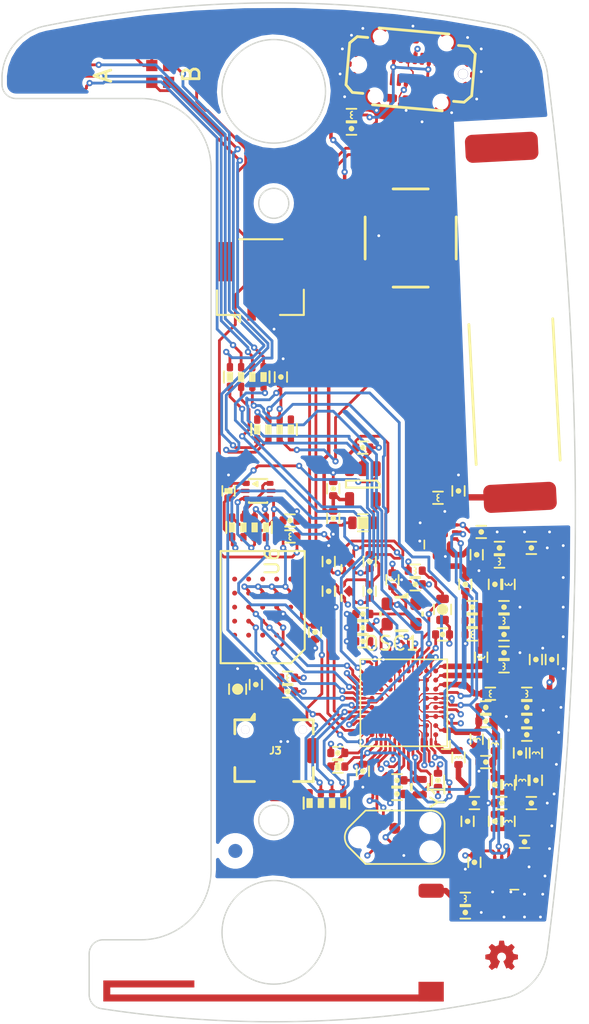
<source format=kicad_pcb>
(kicad_pcb (version 20171130) (host pcbnew "(5.0.0)")
  (title_block (date 2016-07-15))
  (layers (0 F.Cu signal) (1 In1.Cu signal) (2 In2.Cu signal) (31 B.Cu signal) (34 B.Paste user) (35 F.Paste user) (36 B.SilkS user) (37 F.SilkS user) (38 B.Mask user) (39 F.Mask user) (44 Edge.Cuts user))
  (net 0 "")
  (net 1 GND)
  (net 2 +BATT)
  (net 3 +3V3)
  (net 4 "Net-(D1-Pad3)")
  (net 5 "Net-(D1-Pad4)")
  (net 6 "Net-(D1-Pad2)")
  (net 7 "Net-(D2-Pad3)")
  (net 8 "Net-(D2-Pad4)")
  (net 9 "Net-(D2-Pad2)")
  (net 10 "Net-(U8-PadA5)")
  (net 11 "Net-(U8-PadA6)")
  (net 12 "Net-(U8-PadH7)")
  (net 13 /SAMR34/RFO_LF)
  (net 14 "Net-(C22-Pad1)")
  (net 15 "Net-(C19-Pad1)")
  (net 16 /SAMR34/VR_PA)
  (net 17 "Net-(C22-Pad2)")
  (net 18 "Net-(C24-Pad2)")
  (net 19 "Net-(C25-Pad2)")
  (net 20 "Net-(C27-Pad2)")
  (net 21 "Net-(C28-Pad2)")
  (net 22 /SAMR34/RFI_LF)
  (net 23 /SAMR34/RX\TX)
  (net 24 /SAMR34/RFO_HF)
  (net 25 "Net-(C12-Pad1)")
  (net 26 "Net-(C10-Pad1)")
  (net 27 "Net-(C12-Pad2)")
  (net 28 "Net-(C13-Pad2)")
  (net 29 "Net-(C20-Pad2)")
  (net 30 "Net-(C34-Pad1)")
  (net 31 "Net-(C35-Pad2)")
  (net 32 "Net-(C36-Pad2)")
  (net 33 "Net-(C38-Pad2)")
  (net 34 "Net-(C39-Pad2)")
  (net 35 /SAMR34/PA_BOOST)
  (net 36 /SAMR34/RFI_HF)
  (net 37 /SAMR34/BAND_SEL)
  (net 38 AVDD)
  (net 39 "Net-(A2-Pad1)")
  (net 40 "Net-(A1-Pad1)")
  (net 41 /SAMR34/USB_DATA_N)
  (net 42 /SAMR34/USB_DATA_P)
  (net 43 "Net-(C9-Pad1)")
  (net 44 "Net-(C11-Pad1)")
  (net 45 "Net-(C15-Pad1)")
  (net 46 "Net-(R1-Pad1)")
  (net 47 "Net-(U4-Pad9)")
  (net 48 /SAMR34/SHDN)
  (net 49 "Net-(L10-Pad1)")
  (net 50 "Net-(J1-PadB11)")
  (net 51 "Net-(J1-PadB10)")
  (net 52 "Net-(J1-PadB8)")
  (net 53 "Net-(J1-PadB5)")
  (net 54 "Net-(J1-PadB3)")
  (net 55 "Net-(J1-PadB2)")
  (net 56 "Net-(J1-PadA11)")
  (net 57 "Net-(J1-PadA10)")
  (net 58 "Net-(J1-PadA8)")
  (net 59 "Net-(J1-PadA5)")
  (net 60 "Net-(J1-PadA3)")
  (net 61 "Net-(J1-PadA2)")
  (net 62 "Net-(C49-Pad2)")
  (net 63 "Net-(C50-Pad1)")
  (net 64 "Net-(J3-Pad10)")
  (net 65 "Net-(J3-Pad8)")
  (net 66 "Net-(J3-Pad6)")
  (net 67 "Net-(J3-Pad5)")
  (net 68 "Net-(J3-Pad4)")
  (net 69 "Net-(C46-Pad1)")
  (net 70 "Net-(J3-Pad2)")
  (net 71 "Net-(OSC1-Pad3)")
  (net 72 "Net-(OSC1-Pad1)")
  (net 73 "Net-(R2-Pad5)")
  (net 74 "Net-(C43-Pad1)")
  (net 75 /SAMR34/GPS_TX)
  (net 76 /SAMR34/GPS_RX)
  (net 77 /SAMR34/LED_B_RED)
  (net 78 /SAMR34/LED_B_BLUE)
  (net 79 /SAMR34/GPS_PPS)
  (net 80 /SAMR34/LED_B_GREEN)
  (net 81 /SAMR34/LED_A_GREEN)
  (net 82 /SAMR34/LED_A_BLUE)
  (net 83 /SAMR34/LED_A_RED)
  (net 84 "Net-(C30-Pad1)")
  (net 85 "Net-(C47-Pad2)")
  (net 86 "Net-(C48-Pad2)")
  (net 87 /SAMR34/PP3V3_AUX)
  (net 88 "Net-(L22-Pad1)")
  (net 89 /SAMR34/AUX_PWR_EN)
  (net 90 "Net-(Q1-Pad3)")
  (net 91 "Net-(Q1-Pad5)")
  (net 92 /memio/DQ0)
  (net 93 /memio/DQ1)
  (net 94 /USB/CHARGE_STAT)
  (net 95 /SAMR34/FLASH_CLK)
  (net 96 /SAMR34/BATTERY_VOLTAGE)
  (net 97 /SAMR34/USER_BUTTON)
  (net 98 /SAMR34/FLASH_CS#)
  (net 99 /SAMR34/DIO)
  (net 100 /SAMR34/RESET)
  (net 101 /SAMR34/CLK)
  (net 102 "Net-(J4-Pad6)")
  (net 103 "Net-(U8-PadF4)")
  (net 104 "Net-(U8-PadE4)")
  (module "gkl_time:ABS05_32.768KHz Crystal" (layer F.Cu) (at 161.9 122.1375 270)
    (fp_text reference Y1 (at 0.6 -1.3 270) (layer F.SilkS))
    (fp_text value 32.768kHz)
    (pad 2 smd roundrect (at 0.55 0 270) (size 0.5 1) (layers F.Cu F.Paste F.Mask) (net 63 "Net-(C50-Pad1)"))
    (pad 1 smd roundrect (at -0.55 0 270) (size 0.5 1) (layers F.Cu F.Paste F.Mask) (net 62 "Net-(C49-Pad2)"))
  )
  (module gkl_conn:usbc_vert_10132328 (layer F.Cu) (at 161.25 70.95 355)
    (fp_text reference J1 hide)
    (fp_text value USB_C_Receptacle)
    (pad A1 smd roundrect (at -2.75 -0.825 355) (size 0.3 0.85) (layers F.Cu F.Paste F.Mask) (net 1 GND))
    (pad A2 smd roundrect (at -2.25 -0.825 355) (size 0.3 0.85) (layers F.Cu F.Paste F.Mask) (net 61 "Net-(J1-PadA2)"))
    (pad A3 smd roundrect (at -1.75 -0.825 355) (size 0.3 0.85) (layers F.Cu F.Paste F.Mask) (net 60 "Net-(J1-PadA3)"))
    (pad A4 smd roundrect (at -1.25 -0.825 355) (size 0.3 0.85) (layers F.Cu F.Paste F.Mask) (net 43 "Net-(C9-Pad1)"))
    (pad A5 smd roundrect (at -0.75 -0.825 355) (size 0.3 0.85) (layers F.Cu F.Paste F.Mask) (net 59 "Net-(J1-PadA5)"))
    (pad A6 smd roundrect (at -0.25 -0.825 355) (size 0.3 0.85) (layers F.Cu F.Paste F.Mask) (net 42 /SAMR34/USB_DATA_P))
    (pad A7 smd roundrect (at 0.25 -0.825 355) (size 0.3 0.85) (layers F.Cu F.Paste F.Mask) (net 41 /SAMR34/USB_DATA_N))
    (pad A8 smd roundrect (at 0.75 -0.825 355) (size 0.3 0.85) (layers F.Cu F.Paste F.Mask) (net 58 "Net-(J1-PadA8)"))
    (pad A9 smd roundrect (at 1.25 -0.825 355) (size 0.3 0.85) (layers F.Cu F.Paste F.Mask) (net 43 "Net-(C9-Pad1)"))
    (pad A10 smd roundrect (at 1.75 -0.825 355) (size 0.3 0.85) (layers F.Cu F.Paste F.Mask) (net 57 "Net-(J1-PadA10)"))
    (pad A11 smd roundrect (at 2.25 -0.825 355) (size 0.3 0.85) (layers F.Cu F.Paste F.Mask) (net 56 "Net-(J1-PadA11)"))
    (pad A12 smd roundrect (at 2.75 -0.825 355) (size 0.3 0.85) (layers F.Cu F.Paste F.Mask) (net 1 GND))
    (pad B1 smd roundrect (at 2.75 0.825 355) (size 0.3 0.85) (layers F.Cu F.Paste F.Mask) (net 1 GND))
    (pad B2 smd roundrect (at 2.25 0.825 355) (size 0.3 0.85) (layers F.Cu F.Paste F.Mask) (net 55 "Net-(J1-PadB2)"))
    (pad B3 smd roundrect (at 1.75 0.825 355) (size 0.3 0.85) (layers F.Cu F.Paste F.Mask) (net 54 "Net-(J1-PadB3)"))
    (pad B4 smd roundrect (at 1.25 0.825 355) (size 0.3 0.85) (layers F.Cu F.Paste F.Mask) (net 43 "Net-(C9-Pad1)"))
    (pad B5 smd roundrect (at 0.75 0.825 355) (size 0.3 0.85) (layers F.Cu F.Paste F.Mask) (net 53 "Net-(J1-PadB5)"))
    (pad B6 smd roundrect (at 0.25 0.825 355) (size 0.3 0.85) (layers F.Cu F.Paste F.Mask) (net 42 /SAMR34/USB_DATA_P))
    (pad B7 smd roundrect (at -0.25 0.825 355) (size 0.3 0.85) (layers F.Cu F.Paste F.Mask) (net 41 /SAMR34/USB_DATA_N))
    (pad B8 smd roundrect (at -0.75 0.825 355) (size 0.3 0.85) (layers F.Cu F.Paste F.Mask) (net 52 "Net-(J1-PadB8)"))
    (pad B9 smd roundrect (at -1.25 0.825 355) (size 0.3 0.85) (layers F.Cu F.Paste F.Mask) (net 43 "Net-(C9-Pad1)"))
    (pad B10 smd roundrect (at -1.75 0.825 355) (size 0.3 0.85) (layers F.Cu F.Paste F.Mask) (net 51 "Net-(J1-PadB10)"))
    (pad B11 smd roundrect (at -2.25 0.825 355) (size 0.3 0.85) (layers F.Cu F.Paste F.Mask) (net 50 "Net-(J1-PadB11)"))
    (pad B12 smd roundrect (at -2.75 0.825 355) (size 0.3 0.85) (layers F.Cu F.Paste F.Mask) (net 1 GND))
    (pad S1 smd roundrect (at -1.2 -2.149997 85) (size 0.55 0.82) (layers F.Cu F.Paste F.Mask) (net 1 GND))
    (pad S1 smd roundrect (at 0 -2.15 85) (size 0.55 0.82) (layers F.Cu F.Paste F.Mask) (net 1 GND))
    (pad S1 smd roundrect (at 1.199997 -2.15 85) (size 0.55 0.82) (layers F.Cu F.Paste F.Mask) (net 1 GND))
    (pad S1 smd roundrect (at -1.199997 2.15 85) (size 0.55 0.82) (layers F.Cu F.Paste F.Mask) (net 1 GND))
    (pad S1 smd roundrect (at 0 2.15 85) (size 0.55 0.82) (layers F.Cu F.Paste F.Mask) (net 1 GND))
    (pad S1 smd roundrect (at 1.2 2.149997 85) (size 0.55 0.82) (layers F.Cu F.Paste F.Mask) (net 1 GND))
    (pad S1 smd roundrect (at -3.775 -1 34) (size 1.03 0.5) (layers F.Cu F.Paste F.Mask) (net 1 GND))
    (pad S1 smd roundrect (at -3.775 1 316) (size 1.03 0.5) (layers F.Cu F.Paste F.Mask) (net 1 GND))
    (pad S1 smd roundrect (at 3.775 -1 316) (size 1.03 0.5) (layers F.Cu F.Paste F.Mask) (net 1 GND))
    (pad S1 smd roundrect (at 3.775 1 34) (size 1.03 0.5) (layers F.Cu F.Paste F.Mask) (net 1 GND))
    (pad "" np_thru_hole circle (at -3.75 0 316) (size 0.66 0.66) (drill 0.66) (layers *.Cu *.Mask))
    (pad "" np_thru_hole circle (at -2.4 -2.15 316) (size 0.7 0.7) (drill 0.7) (layers *.Cu *.Mask))
    (pad "" np_thru_hole circle (at 2.4 -2.15 316) (size 0.7 0.7) (drill 0.7) (layers *.Cu *.Mask))
    (pad "" np_thru_hole circle (at -2.4 2.15 316) (size 0.7 0.7) (drill 0.7) (layers *.Cu *.Mask))
    (pad "" np_thru_hole circle (at 2.4 2.175 316) (size 0.7 0.7) (drill 0.7) (layers *.Cu *.Mask))
    (pad "" np_thru_hole circle (at 3.75 0 316) (size 0.72 0.72) (drill 0.7) (layers *.Cu *.Mask))
  )
  (module "gkl_antenna:0900AT43A0070 - 900MHz Wide band ISM Chip Antenna" (layer F.Cu) (at 162.7125 133.025 180)
    (fp_text reference A1 (at -2.5 2 180) (layer F.SilkS) (effects (font (size 0 0))))
    (fp_text value pkl_ANTENNA)
    (pad 2 smd rect (at 0 -3.7 180) (size 1.8 1.4) (layers F.Cu F.Paste F.Mask))
    (pad 1 smd roundrect (at 0 3.5 180) (size 1.8 1) (layers F.Cu F.Paste F.Mask) (net 40 "Net-(A1-Pad1)"))
    (pad 2 smd custom (at 0 -3.7 180) (size 1.8 1.4) (layers F.Cu) (options (clearance outline) (anchor rect)) (primitives (gr_poly (pts (xy 0.9 -0.7) (xy 23.4 -0.7) (xy 23.4 0.8) (xy 16.9 0.8) (xy 16.9 0.3) (xy 22.9 0.3) (xy 22.9 -0.2) (xy 0.9 -0.2)) (width 0))))
  )
  (module footprints:LITEON_RGB (layer F.Cu) (at 143.375 71.275)
    (fp_text reference D2 hide)
    (fp_text value LED_ARGB hide)
    (pad 3 smd rect (at 0.6 0.6) (size 0.8 0.8) (layers F.Cu F.Paste F.Mask) (net 7 "Net-(D2-Pad3)"))
    (pad 4 smd rect (at -0.6 0.6) (size 0.8 0.8) (layers F.Cu F.Paste F.Mask) (net 8 "Net-(D2-Pad4)"))
    (pad 2 smd rect (at 0.6 -0.6) (size 0.8 0.8) (layers F.Cu F.Paste F.Mask) (net 9 "Net-(D2-Pad2)"))
    (pad 1 smd rect (at -0.6 -0.6) (size 0.8 0.8) (layers F.Cu F.Paste F.Mask) (net 87 /SAMR34/PP3V3_AUX))
  )
  (module footprints:LITEON_RGB (layer F.Cu) (at 136.775 71.275)
    (fp_text reference D1 hide)
    (fp_text value LED_ARGB hide)
    (pad 3 smd rect (at 0.6 0.6) (size 0.8 0.8) (layers F.Cu F.Paste F.Mask) (net 4 "Net-(D1-Pad3)"))
    (pad 4 smd rect (at -0.6 0.6) (size 0.8 0.8) (layers F.Cu F.Paste F.Mask) (net 5 "Net-(D1-Pad4)"))
    (pad 2 smd rect (at 0.6 -0.6) (size 0.8 0.8) (layers F.Cu F.Paste F.Mask) (net 6 "Net-(D1-Pad2)"))
    (pad 1 smd rect (at -0.6 -0.6) (size 0.8 0.8) (layers F.Cu F.Paste F.Mask) (net 87 /SAMR34/PP3V3_AUX))
  )
  (module Fiducials:Fiducial_1mm_Dia_2.54mm_Outer_CopperBottom (layer F.Cu) (at 148.7375 126.6875)
    (fp_text reference REF** (at 3.4 0.7) (layer F.SilkS) (effects (font (size 0 0))))
    (fp_text value Fiducial_1mm_Dia_2.54mm_Outer_CopperBottom)
    (pad ~ smd circle (at 0 0) (size 1 1) (layers B.Cu B.Mask) (clearance 0.77))
  )
  (module cameraTrigger_rev1_0:EVQ_switch (layer F.Cu) (at 161.25 82.975 180)
    (fp_text reference SW1 (at 0 -6.25 180) (layer F.SilkS) (effects (font (size 0 0))))
    (fp_text value SW_Push)
    (pad 1 smd rect (at -2.25 -3.4 180) (size 1 3.2) (layers F.Cu F.Paste F.Mask) (net 73 "Net-(R2-Pad5)"))
    (pad 2 smd rect (at 2.25 -3.4 180) (size 1 3.2) (layers F.Cu F.Paste F.Mask) (net 1 GND))
    (pad 1 smd rect (at -2.25 3.4 180) (size 1 3.2) (layers F.Cu F.Paste F.Mask) (net 73 "Net-(R2-Pad5)"))
    (pad 2 smd rect (at 2.25 3.4 180) (size 1 3.2) (layers F.Cu F.Paste F.Mask) (net 1 GND))
  )
  (module footprints:BM02B-GHS-TBT (layer F.Cu) (at 150.525 88.0125 180)
    (fp_text reference P2 (at 4.05 -1.25 180) (layer F.SilkS) (effects (font (size 0 0))))
    (fp_text value CONN_01X02 hide)
    (pad 1 smd rect (at 0.625 0 180) (size 0.6 1.7) (layers F.Cu F.Paste F.Mask) (net 2 +BATT))
    (pad 2 smd rect (at -0.625 0 180) (size 0.6 1.7) (layers F.Cu F.Paste F.Mask) (net 1 GND))
    (pad "" smd rect (at 2.475 3.35 180) (size 1 2.8) (layers F.Cu F.Paste F.Mask))
    (pad "" smd rect (at -2.475 3.35 180) (size 1 2.8) (layers F.Cu F.Paste F.Mask))
  )
  (module Fiducials:Fiducial_1mm_Dia_2.54mm_Outer_CopperBottom (layer B.Cu) (at 146.3 68.675)
    (fp_text reference REF** (at 3.4 -0.7) (layer B.SilkS) (effects (font (size 0 0)) (justify mirror)))
    (fp_text value Fiducial_1mm_Dia_2.54mm_Outer_CopperBottom)
    (pad ~ smd circle (at 0 0) (size 1 1) (layers F.Cu F.Mask) (clearance 0.77))
  )
  (module gkl_housings_qfn:QFN-12-1EP_3x3mm_P0.5mm_EP1.65x1.65mm (layer F.Cu) (at 167.75 128.15 180)
    (fp_text reference U1 (at 0 -2.2 180) (layer F.SilkS) (effects (font (size 0 0))))
    (fp_text value SKY13373)
    (pad 10 smd roundrect (at 0.5 -0.895 90) (size 0.44 0.25) (layers F.Cu F.Paste F.Mask) (net 1 GND))
    (pad 7 smd roundrect (at 0.895 0.5) (size 0.44 0.25) (layers F.Cu F.Paste F.Mask) (net 1 GND))
    (pad 4 smd roundrect (at -0.5 0.895 270) (size 0.44 0.25) (layers F.Cu F.Paste F.Mask) (net 37 /SAMR34/BAND_SEL))
    (pad 12 smd roundrect (at -0.5 -0.895 90) (size 0.44 0.25) (layers F.Cu F.Paste F.Mask) (net 1 GND))
    (pad 9 smd roundrect (at 0.895 -0.5) (size 0.44 0.25) (layers F.Cu F.Paste F.Mask) (net 30 "Net-(C34-Pad1)"))
    (pad 6 smd roundrect (at 0.5 0.895 270) (size 0.44 0.25) (layers F.Cu F.Paste F.Mask) (net 38 AVDD))
    (pad 11 smd roundrect (at 0 -0.895 90) (size 0.44 0.25) (layers F.Cu F.Paste F.Mask) (net 88 "Net-(L22-Pad1)"))
    (pad 8 smd roundrect (at 0.895 0) (size 0.44 0.25) (layers F.Cu F.Paste F.Mask) (net 1 GND))
    (pad 5 smd roundrect (at 0 0.895 270) (size 0.44 0.25) (layers F.Cu F.Paste F.Mask) (net 23 /SAMR34/RX\TX))
    (pad 3 smd roundrect (at -0.895 0.5 180) (size 0.44 0.25) (layers F.Cu F.Paste F.Mask) (net 34 "Net-(C39-Pad2)"))
    (pad 2 smd roundrect (at -0.895 0 180) (size 0.44 0.25) (layers F.Cu F.Paste F.Mask) (net 1 GND))
    (pad 1 smd roundrect (at -0.895 -0.5 180) (size 0.44 0.25) (layers F.Cu F.Paste F.Mask) (net 33 "Net-(C38-Pad2)"))
    (pad 13 smd roundrect (at 0 0 180) (size 0.76 0.76) (layers F.Cu F.Mask) (roundrect_rratio 0.152) (net 1 GND))
  )
  (module gkl_housings_bga:TFBGA-64_6.0x6.0mm_Layout8x8_P0.65mm (layer F.Cu) (at 160.7625 116.124999 180)
    (fp_text reference U8 (at 0 -4.4 180) (layer F.SilkS) (effects (font (size 0 0))))
    (fp_text value ATSAMR34J18B)
    (pad H8 smd circle (at 2.275 2.275 180) (size 0.35 0.35) (layers F.Cu F.Paste F.Mask) (net 3 +3V3))
    (pad G8 smd circle (at 2.275 1.625 180) (size 0.35 0.35) (layers F.Cu F.Paste F.Mask) (net 82 /SAMR34/LED_A_BLUE))
    (pad F8 smd circle (at 2.275 0.975 180) (size 0.35 0.35) (layers F.Cu F.Paste F.Mask) (net 79 /SAMR34/GPS_PPS))
    (pad E8 smd circle (at 2.275 0.325 180) (size 0.35 0.35) (layers F.Cu F.Paste F.Mask) (net 95 /SAMR34/FLASH_CLK))
    (pad D8 smd circle (at 2.275 -0.325 180) (size 0.35 0.35) (layers F.Cu F.Paste F.Mask) (net 75 /SAMR34/GPS_TX))
    (pad C8 smd circle (at 2.275 -0.975 180) (size 0.35 0.35) (layers F.Cu F.Paste F.Mask) (net 42 /SAMR34/USB_DATA_P))
    (pad B8 smd circle (at 2.275 -1.625 180) (size 0.35 0.35) (layers F.Cu F.Paste F.Mask) (net 41 /SAMR34/USB_DATA_N))
    (pad A8 smd circle (at 2.275 -2.275 180) (size 0.35 0.35) (layers F.Cu F.Paste F.Mask) (net 3 +3V3))
    (pad H7 smd circle (at 1.625 2.275 180) (size 0.35 0.35) (layers F.Cu F.Paste F.Mask) (net 12 "Net-(U8-PadH7)"))
    (pad G7 smd circle (at 1.625 1.625 180) (size 0.35 0.35) (layers F.Cu F.Paste F.Mask) (net 1 GND))
    (pad F7 smd circle (at 1.625 0.975 180) (size 0.35 0.35) (layers F.Cu F.Paste F.Mask) (net 98 /SAMR34/FLASH_CS#))
    (pad E7 smd circle (at 1.625 0.325 180) (size 0.35 0.35) (layers F.Cu F.Paste F.Mask) (net 93 /memio/DQ1))
    (pad D7 smd circle (at 1.625 -0.325 180) (size 0.35 0.35) (layers F.Cu F.Paste F.Mask) (net 76 /SAMR34/GPS_RX))
    (pad C7 smd circle (at 1.625 -0.975 180) (size 0.35 0.35) (layers F.Cu F.Paste F.Mask) (net 80 /SAMR34/LED_B_GREEN))
    (pad B7 smd circle (at 1.625 -1.625 180) (size 0.35 0.35) (layers F.Cu F.Paste F.Mask) (net 1 GND))
    (pad A7 smd circle (at 1.625 -2.275 180) (size 0.35 0.35) (layers F.Cu F.Paste F.Mask) (net 3 +3V3))
    (pad H6 smd circle (at 0.975 2.275 180) (size 0.35 0.35) (layers F.Cu F.Paste F.Mask) (net 71 "Net-(OSC1-Pad3)"))
    (pad G6 smd circle (at 0.975 1.625 180) (size 0.35 0.35) (layers F.Cu F.Paste F.Mask) (net 1 GND))
    (pad F6 smd circle (at 0.975 0.975 180) (size 0.35 0.35) (layers F.Cu F.Paste F.Mask) (net 83 /SAMR34/LED_A_RED))
    (pad E6 smd circle (at 0.975 0.325 180) (size 0.35 0.35) (layers F.Cu F.Paste F.Mask) (net 92 /memio/DQ0))
    (pad D6 smd circle (at 0.975 -0.325 180) (size 0.35 0.35) (layers F.Cu F.Paste F.Mask) (net 1 GND))
    (pad C6 smd circle (at 0.975 -0.975 180) (size 0.35 0.35) (layers F.Cu F.Paste F.Mask) (net 94 /USB/CHARGE_STAT))
    (pad B6 smd circle (at 0.975 -1.625 180) (size 0.35 0.35) (layers F.Cu F.Paste F.Mask) (net 100 /SAMR34/RESET))
    (pad A6 smd circle (at 0.975 -2.275 180) (size 0.35 0.35) (layers F.Cu F.Paste F.Mask) (net 11 "Net-(U8-PadA6)"))
    (pad H5 smd circle (at 0.325 2.275 180) (size 0.35 0.35) (layers F.Cu F.Paste F.Mask) (net 1 GND))
    (pad G5 smd circle (at 0.325 1.625 180) (size 0.35 0.35) (layers F.Cu F.Paste F.Mask) (net 1 GND))
    (pad F5 smd circle (at 0.325 0.975 180) (size 0.35 0.35) (layers F.Cu F.Paste F.Mask) (net 97 /SAMR34/USER_BUTTON))
    (pad E5 smd circle (at 0.325 0.325 180) (size 0.35 0.35) (layers F.Cu F.Paste F.Mask) (net 77 /SAMR34/LED_B_RED))
    (pad D5 smd circle (at 0.325 -0.325 180) (size 0.35 0.35) (layers F.Cu F.Paste F.Mask) (net 99 /SAMR34/DIO))
    (pad C5 smd circle (at 0.325 -0.975 180) (size 0.35 0.35) (layers F.Cu F.Paste F.Mask) (net 101 /SAMR34/CLK))
    (pad B5 smd circle (at 0.325 -1.625 180) (size 0.35 0.35) (layers F.Cu F.Paste F.Mask) (net 1 GND))
    (pad A5 smd circle (at 0.325 -2.275 180) (size 0.35 0.35) (layers F.Cu F.Paste F.Mask) (net 10 "Net-(U8-PadA5)"))
    (pad H4 smd circle (at -0.325 2.275 180) (size 0.35 0.35) (layers F.Cu F.Paste F.Mask) (net 85 "Net-(C47-Pad2)"))
    (pad G4 smd circle (at -0.325 1.625 180) (size 0.35 0.35) (layers F.Cu F.Paste F.Mask) (net 3 +3V3))
    (pad F4 smd circle (at -0.325 0.975 180) (size 0.35 0.35) (layers F.Cu F.Paste F.Mask) (net 103 "Net-(U8-PadF4)"))
    (pad E4 smd circle (at -0.325 0.325 180) (size 0.35 0.35) (layers F.Cu F.Paste F.Mask) (net 104 "Net-(U8-PadE4)"))
    (pad D4 smd circle (at -0.325 -0.325 180) (size 0.35 0.35) (layers F.Cu F.Paste F.Mask) (net 1 GND))
    (pad C4 smd circle (at -0.325 -0.975 180) (size 0.35 0.35) (layers F.Cu F.Paste F.Mask) (net 89 /SAMR34/AUX_PWR_EN))
    (pad B4 smd circle (at -0.325 -1.625 180) (size 0.35 0.35) (layers F.Cu F.Paste F.Mask) (net 78 /SAMR34/LED_B_BLUE))
    (pad A4 smd circle (at -0.325 -2.275 180) (size 0.35 0.35) (layers F.Cu F.Paste F.Mask) (net 62 "Net-(C49-Pad2)"))
    (pad H3 smd circle (at -0.975 2.275 180) (size 0.35 0.35) (layers F.Cu F.Paste F.Mask) (net 38 AVDD))
    (pad G3 smd circle (at -0.975 1.625 180) (size 0.35 0.35) (layers F.Cu F.Paste F.Mask) (net 1 GND))
    (pad F3 smd circle (at -0.975 0.975 180) (size 0.35 0.35) (layers F.Cu F.Paste F.Mask) (net 81 /SAMR34/LED_A_GREEN))
    (pad E3 smd circle (at -0.975 0.325 180) (size 0.35 0.35) (layers F.Cu F.Paste F.Mask) (net 48 /SAMR34/SHDN))
    (pad D3 smd circle (at -0.975 -0.325 180) (size 0.35 0.35) (layers F.Cu F.Paste F.Mask) (net 37 /SAMR34/BAND_SEL))
    (pad C3 smd circle (at -0.975 -0.975 180) (size 0.35 0.35) (layers F.Cu F.Paste F.Mask) (net 96 /SAMR34/BATTERY_VOLTAGE))
    (pad B3 smd circle (at -0.975 -1.625 180) (size 0.35 0.35) (layers F.Cu F.Paste F.Mask) (net 1 GND))
    (pad A3 smd circle (at -0.975 -2.275 180) (size 0.35 0.35) (layers F.Cu F.Paste F.Mask) (net 63 "Net-(C50-Pad1)"))
    (pad H2 smd circle (at -1.625 2.275 180) (size 0.35 0.35) (layers F.Cu F.Paste F.Mask) (net 84 "Net-(C30-Pad1)"))
    (pad G2 smd circle (at -1.625 1.625 180) (size 0.35 0.35) (layers F.Cu F.Paste F.Mask) (net 1 GND))
    (pad F2 smd circle (at -1.625 0.975 180) (size 0.35 0.35) (layers F.Cu F.Paste F.Mask) (net 1 GND))
    (pad E2 smd circle (at -1.625 0.325 180) (size 0.35 0.35) (layers F.Cu F.Paste F.Mask) (net 1 GND))
    (pad D2 smd circle (at -1.625 -0.325 180) (size 0.35 0.35) (layers F.Cu F.Paste F.Mask) (net 23 /SAMR34/RX\TX))
    (pad C2 smd circle (at -1.625 -0.975 180) (size 0.35 0.35) (layers F.Cu F.Paste F.Mask) (net 38 AVDD))
    (pad B2 smd circle (at -1.625 -1.625 180) (size 0.35 0.35) (layers F.Cu F.Paste F.Mask) (net 1 GND))
    (pad A2 smd circle (at -1.625 -2.275 180) (size 0.35 0.35) (layers F.Cu F.Paste F.Mask) (net 1 GND))
    (pad H1 smd circle (at -2.275 2.275 180) (size 0.35 0.35) (layers F.Cu F.Paste F.Mask) (net 22 /SAMR34/RFI_LF))
    (pad G1 smd circle (at -2.275 1.625 180) (size 0.35 0.35) (layers F.Cu F.Paste F.Mask) (net 13 /SAMR34/RFO_LF))
    (pad F1 smd circle (at -2.275 0.975 180) (size 0.35 0.35) (layers F.Cu F.Paste F.Mask) (net 35 /SAMR34/PA_BOOST))
    (pad E1 smd circle (at -2.275 0.325 180) (size 0.35 0.35) (layers F.Cu F.Paste F.Mask) (net 1 GND))
    (pad D1 smd circle (at -2.275 -0.325 180) (size 0.35 0.35) (layers F.Cu F.Paste F.Mask) (net 16 /SAMR34/VR_PA))
    (pad C1 smd circle (at -2.275 -0.975 180) (size 0.35 0.35) (layers F.Cu F.Paste F.Mask) (net 38 AVDD))
    (pad B1 smd circle (at -2.275 -1.625 180) (size 0.35 0.35) (layers F.Cu F.Paste F.Mask) (net 24 /SAMR34/RFO_HF))
    (pad A1 smd circle (at -2.275 -2.275 180) (size 0.35 0.35) (layers F.Cu F.Paste F.Mask) (net 36 /SAMR34/RFI_HF))
  )
  (module "gkl_antenna:0433AT62A0020 - 433MHz 25x5x1mm chip antenna" (layer F.Cu) (at 168.4 88.9875 183)
    (fp_text reference A2 (at 0 -5 273) (layer F.SilkS) (effects (font (size 0 0))))
    (fp_text value pkl_ANTENNA)
    (pad 2 smd roundrect (at 0 12.5 183) (size 5.2 2) (layers F.Cu F.Paste F.Mask))
    (pad 1 smd roundrect (at 0 -12.5 183) (size 5.2 2) (layers F.Cu F.Paste F.Mask) (net 39 "Net-(A2-Pad1)"))
  )
  (module pkl_dipol:C_0402 (layer F.Cu) (at 163.2 121.65 90)
    (fp_text reference C1)
    (fp_text value 100nF)
    (pad 1 smd roundrect (at -0.5 0 90) (size 0.5 0.6) (layers F.Cu F.Paste F.Mask) (net 1 GND))
    (pad 2 smd roundrect (at 0.5 0 90) (size 0.5 0.6) (layers F.Cu F.Paste F.Mask) (net 38 AVDD))
  )
  (module pkl_dipol:C_0402 (layer F.Cu) (at 156.05 119.7)
    (fp_text reference C2)
    (fp_text value 100nF)
    (pad 2 smd roundrect (at 0.5 0) (size 0.5 0.6) (layers F.Cu F.Paste F.Mask) (net 3 +3V3))
    (pad 1 smd roundrect (at -0.5 0) (size 0.5 0.6) (layers F.Cu F.Paste F.Mask) (net 1 GND))
  )
  (module pkl_dipol:C_0402 (layer F.Cu) (at 157.8375 121 90)
    (fp_text reference C3)
    (fp_text value 100nF)
    (pad 1 smd roundrect (at -0.5 0 90) (size 0.5 0.6) (layers F.Cu F.Paste F.Mask) (net 1 GND))
    (pad 2 smd roundrect (at 0.5 0 90) (size 0.5 0.6) (layers F.Cu F.Paste F.Mask) (net 3 +3V3))
  )
  (module pkl_dipol:C_0402 (layer F.Cu) (at 167.912501 112.550001 180)
    (fp_text reference C4)
    (fp_text value 3.9pF)
    (pad 2 smd roundrect (at 0.5 0 180) (size 0.5 0.6) (layers F.Cu F.Paste F.Mask) (net 13 /SAMR34/RFO_LF))
    (pad 1 smd roundrect (at -0.5 0 180) (size 0.5 0.6) (layers F.Cu F.Paste F.Mask) (net 1 GND))
  )
  (module pkl_dipol:C_0402 (layer F.Cu) (at 165.6375 110.275)
    (fp_text reference C5)
    (fp_text value 3.9pF)
    (pad 1 smd roundrect (at -0.5 0) (size 0.5 0.6) (layers F.Cu F.Paste F.Mask) (net 1 GND))
    (pad 2 smd roundrect (at 0.5 0) (size 0.5 0.6) (layers F.Cu F.Paste F.Mask) (net 14 "Net-(C22-Pad1)"))
  )
  (module pkl_dipol:C_0402 (layer F.Cu) (at 157.8375 110.7625)
    (fp_text reference C6)
    (fp_text value 100nF)
    (pad 2 smd roundrect (at 0.5 0) (size 0.5 0.6) (layers F.Cu F.Paste F.Mask) (net 3 +3V3))
    (pad 1 smd roundrect (at -0.5 0) (size 0.5 0.6) (layers F.Cu F.Paste F.Mask) (net 1 GND))
  )
  (module pkl_dipol:C_0402 (layer F.Cu) (at 166.6125 116.45 180)
    (fp_text reference C7)
    (fp_text value 3.9pF)
    (pad 2 smd roundrect (at 0.5 0 180) (size 0.5 0.6) (layers F.Cu F.Paste F.Mask) (net 24 /SAMR34/RFO_HF))
    (pad 1 smd roundrect (at -0.5 0 180) (size 0.5 0.6) (layers F.Cu F.Paste F.Mask) (net 1 GND))
  )
  (module pkl_dipol:C_0402 (layer F.Cu) (at 169.5375 116.45 180)
    (fp_text reference C8)
    (fp_text value 3.9pF)
    (pad 2 smd roundrect (at 0.5 0 180) (size 0.5 0.6) (layers F.Cu F.Paste F.Mask) (net 25 "Net-(C12-Pad1)"))
    (pad 1 smd roundrect (at -0.5 0 180) (size 0.5 0.6) (layers F.Cu F.Paste F.Mask) (net 1 GND))
  )
  (module pkl_dipol:C_0402 (layer F.Cu) (at 157.025 75.175)
    (fp_text reference C9)
    (fp_text value 10n)
    (pad 1 smd roundrect (at -0.5 0) (size 0.5 0.6) (layers F.Cu F.Paste F.Mask) (net 43 "Net-(C9-Pad1)"))
    (pad 2 smd roundrect (at 0.5 0) (size 0.5 0.6) (layers F.Cu F.Paste F.Mask) (net 1 GND))
  )
  (module pkl_dipol:C_0402 (layer F.Cu) (at 166.6125 117.425 180)
    (fp_text reference C10)
    (fp_text value 22pF)
    (pad 1 smd roundrect (at -0.5 0 180) (size 0.5 0.6) (layers F.Cu F.Paste F.Mask) (net 26 "Net-(C10-Pad1)"))
    (pad 2 smd roundrect (at 0.5 0 180) (size 0.5 0.6) (layers F.Cu F.Paste F.Mask) (net 24 /SAMR34/RFO_HF))
  )
  (module pkl_dipol:C_0402 (layer F.Cu) (at 155.725 100.85 90)
    (fp_text reference C11)
    (fp_text value 100nF)
    (pad 2 smd roundrect (at 0.5 0 90) (size 0.5 0.6) (layers F.Cu F.Paste F.Mask) (net 1 GND))
    (pad 1 smd roundrect (at -0.5 0 90) (size 0.5 0.6) (layers F.Cu F.Paste F.Mask) (net 44 "Net-(C11-Pad1)"))
  )
  (module pkl_dipol:C_0402 (layer F.Cu) (at 169.5375 117.425)
    (fp_text reference C12)
    (fp_text value 18pF)
    (pad 1 smd roundrect (at -0.5 0) (size 0.5 0.6) (layers F.Cu F.Paste F.Mask) (net 25 "Net-(C12-Pad1)"))
    (pad 2 smd roundrect (at 0.5 0) (size 0.5 0.6) (layers F.Cu F.Paste F.Mask) (net 27 "Net-(C12-Pad2)"))
  )
  (module pkl_dipol:C_0402 (layer F.Cu) (at 165.8 123.275 180)
    (fp_text reference C13)
    (fp_text value 22pF)
    (pad 1 smd roundrect (at -0.5 0 180) (size 0.5 0.6) (layers F.Cu F.Paste F.Mask) (net 1 GND))
    (pad 2 smd roundrect (at 0.5 0 180) (size 0.5 0.6) (layers F.Cu F.Paste F.Mask) (net 28 "Net-(C13-Pad2)"))
  )
  (module pkl_dipol:C_0402 (layer F.Cu) (at 158.325 106.05 270)
    (fp_text reference C15)
    (fp_text value 100nF)
    (pad 2 smd roundrect (at 0.5 0 270) (size 0.5 0.6) (layers F.Cu F.Paste F.Mask) (net 1 GND))
    (pad 1 smd roundrect (at -0.5 0 270) (size 0.5 0.6) (layers F.Cu F.Paste F.Mask) (net 45 "Net-(C15-Pad1)"))
  )
  (module pkl_dipol:C_0402 (layer F.Cu) (at 169.5375 118.4)
    (fp_text reference C18)
    (fp_text value 3.9pF)
    (pad 1 smd roundrect (at -0.5 0) (size 0.5 0.6) (layers F.Cu F.Paste F.Mask) (net 1 GND))
    (pad 2 smd roundrect (at 0.5 0) (size 0.5 0.6) (layers F.Cu F.Paste F.Mask) (net 27 "Net-(C12-Pad2)"))
  )
  (module pkl_dipol:C_0402 (layer F.Cu) (at 167.9125 111.25 180)
    (fp_text reference C19)
    (fp_text value 22pF)
    (pad 2 smd roundrect (at 0.5 0 180) (size 0.5 0.6) (layers F.Cu F.Paste F.Mask) (net 13 /SAMR34/RFO_LF))
    (pad 1 smd roundrect (at -0.5 0 180) (size 0.5 0.6) (layers F.Cu F.Paste F.Mask) (net 15 "Net-(C19-Pad1)"))
  )
  (module pkl_dipol:C_0402 (layer F.Cu) (at 166.6125 120.35)
    (fp_text reference C20)
    (fp_text value 8.2pF)
    (pad 1 smd roundrect (at -0.5 0) (size 0.5 0.6) (layers F.Cu F.Paste F.Mask) (net 1 GND))
    (pad 2 smd roundrect (at 0.5 0) (size 0.5 0.6) (layers F.Cu F.Paste F.Mask) (net 29 "Net-(C20-Pad2)"))
  )
  (module pkl_dipol:C_0402 (layer F.Cu) (at 171.325 113.0375 270)
    (fp_text reference C21)
    (fp_text value DNP)
    (pad 1 smd roundrect (at -0.5 0 270) (size 0.5 0.6) (layers F.Cu F.Paste F.Mask) (net 1 GND))
    (pad 2 smd roundrect (at 0.5 0 270) (size 0.5 0.6) (layers F.Cu F.Paste F.Mask) (net 16 /SAMR34/VR_PA))
  )
  (module pkl_dipol:C_0402 (layer F.Cu) (at 165.6375 109.3 180)
    (fp_text reference C22)
    (fp_text value 18pF)
    (pad 2 smd roundrect (at 0.5 0 180) (size 0.5 0.6) (layers F.Cu F.Paste F.Mask) (net 17 "Net-(C22-Pad2)"))
    (pad 1 smd roundrect (at -0.5 0 180) (size 0.5 0.6) (layers F.Cu F.Paste F.Mask) (net 14 "Net-(C22-Pad1)"))
  )
  (module pkl_dipol:C_0402 (layer F.Cu) (at 170.1875 113.0375 270)
    (fp_text reference C23)
    (fp_text value 4.7nF)
    (pad 1 smd roundrect (at -0.5 0 270) (size 0.5 0.6) (layers F.Cu F.Paste F.Mask) (net 1 GND))
    (pad 2 smd roundrect (at 0.5 0 270) (size 0.5 0.6) (layers F.Cu F.Paste F.Mask) (net 16 /SAMR34/VR_PA))
  )
  (module pkl_dipol:C_0402 (layer F.Cu) (at 167.912501 109.300001 180)
    (fp_text reference C24)
    (fp_text value 8.2pF)
    (pad 1 smd roundrect (at -0.5 0 180) (size 0.5 0.6) (layers F.Cu F.Paste F.Mask) (net 1 GND))
    (pad 2 smd roundrect (at 0.5 0 180) (size 0.5 0.6) (layers F.Cu F.Paste F.Mask) (net 18 "Net-(C24-Pad2)"))
  )
  (module pkl_dipol:C_0402 (layer F.Cu) (at 167.262501 107.675 90)
    (fp_text reference C25)
    (fp_text value DNP)
    (pad 1 smd roundrect (at -0.5 0 90) (size 0.5 0.6) (layers F.Cu F.Paste F.Mask) (net 18 "Net-(C24-Pad2)"))
    (pad 2 smd roundrect (at 0.5 0 90) (size 0.5 0.6) (layers F.Cu F.Paste F.Mask) (net 19 "Net-(C25-Pad2)"))
  )
  (module pkl_dipol:C_0402 (layer F.Cu) (at 169.8625 105.075 180)
    (fp_text reference C26)
    (fp_text value 5.6pF)
    (pad 2 smd roundrect (at 0.5 0 180) (size 0.5 0.6) (layers F.Cu F.Paste F.Mask) (net 19 "Net-(C25-Pad2)"))
    (pad 1 smd roundrect (at -0.5 0 180) (size 0.5 0.6) (layers F.Cu F.Paste F.Mask) (net 1 GND))
  )
  (module pkl_dipol:C_0402 (layer F.Cu) (at 165.15 107.675 90)
    (fp_text reference C27)
    (fp_text value 18pF)
    (pad 2 smd roundrect (at 0.5 0 90) (size 0.5 0.6) (layers F.Cu F.Paste F.Mask) (net 20 "Net-(C27-Pad2)"))
    (pad 1 smd roundrect (at -0.5 0 90) (size 0.5 0.6) (layers F.Cu F.Paste F.Mask) (net 17 "Net-(C22-Pad2)"))
  )
  (module pkl_dipol:C_0402 (layer F.Cu) (at 167.5875 105.075 180)
    (fp_text reference C28)
    (fp_text value DNP)
    (pad 2 smd roundrect (at 0.5 0 180) (size 0.5 0.6) (layers F.Cu F.Paste F.Mask) (net 21 "Net-(C28-Pad2)"))
    (pad 1 smd roundrect (at -0.5 0 180) (size 0.5 0.6) (layers F.Cu F.Paste F.Mask) (net 19 "Net-(C25-Pad2)"))
  )
  (module pkl_dipol:C_0402 (layer F.Cu) (at 165.9625 105.5625 90)
    (fp_text reference C29)
    (fp_text value 3.3pF)
    (pad 2 smd roundrect (at 0.5 0 90) (size 0.5 0.6) (layers F.Cu F.Paste F.Mask) (net 21 "Net-(C28-Pad2)"))
    (pad 1 smd roundrect (at -0.5 0 90) (size 0.5 0.6) (layers F.Cu F.Paste F.Mask) (net 1 GND))
  )
  (module pkl_dipol:C_0402 (layer F.Cu) (at 166.2875 103.9375)
    (fp_text reference C31)
    (fp_text value 1nF)
    (pad 1 smd roundrect (at -0.5 0) (size 0.5 0.6) (layers F.Cu F.Paste F.Mask) (net 38 AVDD))
    (pad 2 smd roundrect (at 0.5 0) (size 0.5 0.6) (layers F.Cu F.Paste F.Mask) (net 1 GND))
  )
  (module pkl_dipol:C_0402 (layer F.Cu) (at 164.6625 101.0125 270)
    (fp_text reference C33)
    (fp_text value 18pF)
    (pad 1 smd roundrect (at -0.5 0 270) (size 0.5 0.6) (layers F.Cu F.Paste F.Mask) (net 1 GND))
    (pad 2 smd roundrect (at 0.5 0 270) (size 0.5 0.6) (layers F.Cu F.Paste F.Mask) (net 39 "Net-(A2-Pad1)"))
  )
  (module pkl_dipol:C_0402 (layer F.Cu) (at 165.3125 124.575 90)
    (fp_text reference C34)
    (fp_text value 22pF)
    (pad 2 smd roundrect (at 0.5 0 90) (size 0.5 0.6) (layers F.Cu F.Paste F.Mask) (net 28 "Net-(C13-Pad2)"))
    (pad 1 smd roundrect (at -0.5 0 90) (size 0.5 0.6) (layers F.Cu F.Paste F.Mask) (net 30 "Net-(C34-Pad1)"))
  )
  (module pkl_dipol:C_0402 (layer F.Cu) (at 167.2625 121.975 270)
    (fp_text reference C35)
    (fp_text value DNP)
    (pad 2 smd roundrect (at 0.5 0 270) (size 0.5 0.6) (layers F.Cu F.Paste F.Mask) (net 31 "Net-(C35-Pad2)"))
    (pad 1 smd roundrect (at -0.5 0 270) (size 0.5 0.6) (layers F.Cu F.Paste F.Mask) (net 29 "Net-(C20-Pad2)"))
  )
  (module pkl_dipol:C_0402 (layer F.Cu) (at 169.05 119.7 270)
    (fp_text reference C36)
    (fp_text value 3.9pF)
    (pad 2 smd roundrect (at 0.5 0 270) (size 0.5 0.6) (layers F.Cu F.Paste F.Mask) (net 32 "Net-(C36-Pad2)"))
    (pad 1 smd roundrect (at -0.5 0 270) (size 0.5 0.6) (layers F.Cu F.Paste F.Mask) (net 1 GND))
  )
  (module pkl_dipol:C_0402 (layer F.Cu) (at 167.75 123.275)
    (fp_text reference C37)
    (fp_text value 5.6pF)
    (pad 1 smd roundrect (at -0.5 0) (size 0.5 0.6) (layers F.Cu F.Paste F.Mask) (net 1 GND))
    (pad 2 smd roundrect (at 0.5 0) (size 0.5 0.6) (layers F.Cu F.Paste F.Mask) (net 31 "Net-(C35-Pad2)"))
  )
  (module pkl_dipol:C_0402 (layer F.Cu) (at 170.187499 121.65 270)
    (fp_text reference C38)
    (fp_text value 18pF)
    (pad 2 smd roundrect (at 0.5 0 270) (size 0.5 0.6) (layers F.Cu F.Paste F.Mask) (net 33 "Net-(C38-Pad2)"))
    (pad 1 smd roundrect (at -0.5 0 270) (size 0.5 0.6) (layers F.Cu F.Paste F.Mask) (net 32 "Net-(C36-Pad2)"))
  )
  (module pkl_dipol:C_0402 (layer F.Cu) (at 167.2625 124.575 270)
    (fp_text reference C39)
    (fp_text value DNP)
    (pad 1 smd roundrect (at -0.5 0 270) (size 0.5 0.6) (layers F.Cu F.Paste F.Mask) (net 31 "Net-(C35-Pad2)"))
    (pad 2 smd roundrect (at 0.5 0 270) (size 0.5 0.6) (layers F.Cu F.Paste F.Mask) (net 34 "Net-(C39-Pad2)"))
  )
  (module pkl_dipol:C_0402 (layer F.Cu) (at 169.8625 123.275 180)
    (fp_text reference C40)
    (fp_text value 3.9pF)
    (pad 2 smd roundrect (at 0.5 0 180) (size 0.5 0.6) (layers F.Cu F.Paste F.Mask) (net 33 "Net-(C38-Pad2)"))
    (pad 1 smd roundrect (at -0.5 0 180) (size 0.5 0.6) (layers F.Cu F.Paste F.Mask) (net 1 GND))
  )
  (module pkl_dipol:C_0402 (layer F.Cu) (at 169.375 126.0375 180)
    (fp_text reference C41)
    (fp_text value 3.3pF)
    (pad 2 smd roundrect (at 0.5 0 180) (size 0.5 0.6) (layers F.Cu F.Paste F.Mask) (net 34 "Net-(C39-Pad2)"))
    (pad 1 smd roundrect (at -0.5 0 180) (size 0.5 0.6) (layers F.Cu F.Paste F.Mask) (net 1 GND))
  )
  (module pkl_dipol:C_0402 (layer F.Cu) (at 165.8 127.5 270)
    (fp_text reference C42)
    (fp_text value 1nF)
    (pad 1 smd roundrect (at -0.5 0 270) (size 0.5 0.6) (layers F.Cu F.Paste F.Mask) (net 38 AVDD))
    (pad 2 smd roundrect (at 0.5 0 270) (size 0.5 0.6) (layers F.Cu F.Paste F.Mask) (net 1 GND))
  )
  (module pkl_dipol:L_0402 (layer F.Cu) (at 166.2875 112.875 90)
    (fp_text reference L1)
    (fp_text value 2.2nH)
    (pad 2 smd roundrect (at 0.5 0 90) (size 0.5 0.6) (layers F.Cu F.Paste F.Mask) (net 14 "Net-(C22-Pad1)"))
    (pad 1 smd roundrect (at -0.5 0 90) (size 0.5 0.6) (layers F.Cu F.Paste F.Mask) (net 22 /SAMR34/RFI_LF))
  )
  (module pkl_dipol:L_0402 (layer F.Cu) (at 166.9375 115.475)
    (fp_text reference L2)
    (fp_text value 2.2nH)
    (pad 1 smd roundrect (at -0.5 0) (size 0.5 0.6) (layers F.Cu F.Paste F.Mask) (net 35 /SAMR34/PA_BOOST))
    (pad 2 smd roundrect (at 0.5 0) (size 0.5 0.6) (layers F.Cu F.Paste F.Mask) (net 25 "Net-(C12-Pad1)"))
  )
  (module pkl_dipol:L_0402 (layer F.Cu) (at 165.9625 118.725 270)
    (fp_text reference L3)
    (fp_text value 33nH)
    (pad 1 smd roundrect (at -0.5 0 270) (size 0.5 0.6) (layers F.Cu F.Paste F.Mask) (net 24 /SAMR34/RFO_HF))
    (pad 2 smd roundrect (at 0.5 0 270) (size 0.5 0.6) (layers F.Cu F.Paste F.Mask) (net 16 /SAMR34/VR_PA))
  )
  (module pkl_dipol:L_0402 (layer F.Cu) (at 169.5375 115.475 180)
    (fp_text reference L4)
    (fp_text value 33nH)
    (pad 2 smd roundrect (at 0.5 0 180) (size 0.5 0.6) (layers F.Cu F.Paste F.Mask) (net 25 "Net-(C12-Pad1)"))
    (pad 1 smd roundrect (at -0.5 0 180) (size 0.5 0.6) (layers F.Cu F.Paste F.Mask) (net 16 /SAMR34/VR_PA))
  )
  (module pkl_dipol:L_0402 (layer F.Cu) (at 165.6375 111.25)
    (fp_text reference L5)
    (fp_text value 33nH)
    (pad 2 smd roundrect (at 0.5 0) (size 0.5 0.6) (layers F.Cu F.Paste F.Mask) (net 14 "Net-(C22-Pad1)"))
    (pad 1 smd roundrect (at -0.5 0) (size 0.5 0.6) (layers F.Cu F.Paste F.Mask) (net 1 GND))
  )
  (module pkl_dipol:L_0402 (layer F.Cu) (at 167.9125 113.525 180)
    (fp_text reference L6)
    (fp_text value 33nH)
    (pad 1 smd roundrect (at -0.5 0 180) (size 0.5 0.6) (layers F.Cu F.Paste F.Mask) (net 16 /SAMR34/VR_PA))
    (pad 2 smd roundrect (at 0.5 0 180) (size 0.5 0.6) (layers F.Cu F.Paste F.Mask) (net 13 /SAMR34/RFO_LF))
  )
  (module pkl_dipol:L_0402 (layer F.Cu) (at 167.9125 110.275 180)
    (fp_text reference L7)
    (fp_text value 11nH)
    (pad 2 smd roundrect (at 0.5 0 180) (size 0.5 0.6) (layers F.Cu F.Paste F.Mask) (net 18 "Net-(C24-Pad2)"))
    (pad 1 smd roundrect (at -0.5 0 180) (size 0.5 0.6) (layers F.Cu F.Paste F.Mask) (net 15 "Net-(C19-Pad1)"))
  )
  (module pkl_dipol:L_0402 (layer F.Cu) (at 168.237499 107.675 90)
    (fp_text reference L8)
    (fp_text value 10nH)
    (pad 1 smd roundrect (at -0.5 0 90) (size 0.5 0.6) (layers F.Cu F.Paste F.Mask) (net 18 "Net-(C24-Pad2)"))
    (pad 2 smd roundrect (at 0.5 0 90) (size 0.5 0.6) (layers F.Cu F.Paste F.Mask) (net 19 "Net-(C25-Pad2)"))
  )
  (module pkl_dipol:L_0402 (layer F.Cu) (at 167.587499 106.049999 180)
    (fp_text reference L9)
    (fp_text value 10nH)
    (pad 1 smd roundrect (at -0.5 0 180) (size 0.5 0.6) (layers F.Cu F.Paste F.Mask) (net 19 "Net-(C25-Pad2)"))
    (pad 2 smd roundrect (at 0.5 0 180) (size 0.5 0.6) (layers F.Cu F.Paste F.Mask) (net 21 "Net-(C28-Pad2)"))
  )
  (module pkl_dipol:L_0402 (layer F.Cu) (at 163.2 101.5)
    (fp_text reference L10)
    (fp_text value 2.2nH)
    (pad 2 smd roundrect (at 0.5 0) (size 0.5 0.6) (layers F.Cu F.Paste F.Mask) (net 39 "Net-(A2-Pad1)"))
    (pad 1 smd roundrect (at -0.5 0) (size 0.5 0.6) (layers F.Cu F.Paste F.Mask) (net 49 "Net-(L10-Pad1)"))
  )
  (module pkl_dipol:L_0402 (layer F.Cu) (at 164.6625 120.025 270)
    (fp_text reference L11)
    (fp_text value 11nH)
    (pad 1 smd roundrect (at -0.5 0 270) (size 0.5 0.6) (layers F.Cu F.Paste F.Mask) (net 36 /SAMR34/RFI_HF))
    (pad 2 smd roundrect (at 0.5 0 270) (size 0.5 0.6) (layers F.Cu F.Paste F.Mask) (net 28 "Net-(C13-Pad2)"))
  )
  (module pkl_dipol:L_0402 (layer F.Cu) (at 167.2625 119.05 270)
    (fp_text reference L12)
    (fp_text value 11nH)
    (pad 2 smd roundrect (at 0.5 0 270) (size 0.5 0.6) (layers F.Cu F.Paste F.Mask) (net 29 "Net-(C20-Pad2)"))
    (pad 1 smd roundrect (at -0.5 0 270) (size 0.5 0.6) (layers F.Cu F.Paste F.Mask) (net 26 "Net-(C10-Pad1)"))
  )
  (module pkl_dipol:L_0402 (layer F.Cu) (at 170.1875 119.7 270)
    (fp_text reference L13)
    (fp_text value 10nH)
    (pad 1 smd roundrect (at -0.5 0 270) (size 0.5 0.6) (layers F.Cu F.Paste F.Mask) (net 27 "Net-(C12-Pad2)"))
    (pad 2 smd roundrect (at 0.5 0 270) (size 0.5 0.6) (layers F.Cu F.Paste F.Mask) (net 32 "Net-(C36-Pad2)"))
  )
  (module pkl_dipol:L_0402 (layer F.Cu) (at 168.2375 121.975 270)
    (fp_text reference L14)
    (fp_text value 10nH)
    (pad 1 smd roundrect (at -0.5 0 270) (size 0.5 0.6) (layers F.Cu F.Paste F.Mask) (net 29 "Net-(C20-Pad2)"))
    (pad 2 smd roundrect (at 0.5 0 270) (size 0.5 0.6) (layers F.Cu F.Paste F.Mask) (net 31 "Net-(C35-Pad2)"))
  )
  (module pkl_dipol:L_0402 (layer F.Cu) (at 169.212499 121.65 270)
    (fp_text reference L15)
    (fp_text value 10nH)
    (pad 2 smd roundrect (at 0.5 0 270) (size 0.5 0.6) (layers F.Cu F.Paste F.Mask) (net 33 "Net-(C38-Pad2)"))
    (pad 1 smd roundrect (at -0.5 0 270) (size 0.5 0.6) (layers F.Cu F.Paste F.Mask) (net 32 "Net-(C36-Pad2)"))
  )
  (module pkl_dipol:L_0402 (layer F.Cu) (at 168.2375 124.575 270)
    (fp_text reference L16)
    (fp_text value 10nH)
    (pad 2 smd roundrect (at 0.5 0 270) (size 0.5 0.6) (layers F.Cu F.Paste F.Mask) (net 34 "Net-(C39-Pad2)"))
    (pad 1 smd roundrect (at -0.5 0 270) (size 0.5 0.6) (layers F.Cu F.Paste F.Mask) (net 31 "Net-(C35-Pad2)"))
  )
  (module pkl_dipol:L_0402 (layer F.Cu) (at 157.025 74.2)
    (fp_text reference L17)
    (fp_text value 1k)
    (pad 1 smd roundrect (at -0.5 0) (size 0.5 0.6) (layers F.Cu F.Paste F.Mask) (net 44 "Net-(C11-Pad1)"))
    (pad 2 smd roundrect (at 0.5 0) (size 0.5 0.6) (layers F.Cu F.Paste F.Mask) (net 43 "Net-(C9-Pad1)"))
  )
  (module pkl_dipol:L_0402 (layer F.Cu) (at 161.575 106.7 180)
    (fp_text reference L18)
    (fp_text value 1k)
    (pad 2 smd roundrect (at 0.5 0 180) (size 0.5 0.6) (layers F.Cu F.Paste F.Mask) (net 3 +3V3))
    (pad 1 smd roundrect (at -0.5 0 180) (size 0.5 0.6) (layers F.Cu F.Paste F.Mask) (net 38 AVDD))
  )
  (module gkl_housings_son:X2SON_4_1.0x1.0mm (layer F.Cu) (at 156.8625 108.1625 90)
    (fp_text reference U3 (at 0 -5.5 90) (layer F.SilkS) (effects (font (size 0 0))))
    (fp_text value NCP167)
    (pad 2 smd rect (at 0 0 135) (size 0.58 0.58) (layers F.Cu F.Paste F.Mask) (net 1 GND))
    (pad 1 smd custom (at -0.52 -0.325 90) (size 0.18 0.2) (layers F.Cu F.Paste F.Mask) (net 3 +3V3) (options (clearance outline) (anchor rect)) (primitives (gr_poly (pts (xy 0.09 -0.1) (xy 0.27 -0.1) (xy 0.27 -0.075) (xy 0.09 0.1)) (width 0))))
    (pad 3 smd custom (at 0.52 0.325 270) (size 0.18 0.2) (layers F.Cu F.Paste F.Mask) (net 45 "Net-(C15-Pad1)") (options (clearance outline) (anchor rect)) (primitives (gr_poly (pts (xy 0.09 -0.1) (xy 0.27 -0.1) (xy 0.27 -0.075) (xy 0.09 0.1)) (width 0))))
    (pad 4 smd custom (at 0.5 -0.325 270) (size 0.18 0.2) (layers F.Cu F.Paste F.Mask) (net 45 "Net-(C15-Pad1)") (options (clearance outline) (anchor rect)) (primitives (gr_poly (pts (xy 0.09 -0.1) (xy 0.27 0.075) (xy 0.27 0.1) (xy 0.09 0.1)) (width 0))))
    (pad 2 smd custom (at -0.5 0.325 90) (size 0.18 0.2) (layers F.Cu F.Paste F.Mask) (net 1 GND) (options (clearance outline) (anchor rect)) (primitives (gr_poly (pts (xy 0.09 -0.1) (xy 0.27 0.075) (xy 0.27 0.1) (xy 0.09 0.1)) (width 0))))
  )
  (module gkl_housings_qfn:QFN-12-1EP_3x3mm_P0.5mm_EP1.65x1.65mm (layer F.Cu) (at 163.525 103.9375 90)
    (fp_text reference U4 (at 0 -2.2 90) (layer F.SilkS) (effects (font (size 0 0))))
    (fp_text value SKY13373)
    (pad 10 smd roundrect (at 0.5 -0.895) (size 0.44 0.25) (layers F.Cu F.Paste F.Mask) (net 1 GND))
    (pad 7 smd roundrect (at 0.895 0.5 270) (size 0.44 0.25) (layers F.Cu F.Paste F.Mask) (net 1 GND))
    (pad 4 smd roundrect (at -0.5 0.895 180) (size 0.44 0.25) (layers F.Cu F.Paste F.Mask) (net 23 /SAMR34/RX\TX))
    (pad 12 smd roundrect (at -0.5 -0.895) (size 0.44 0.25) (layers F.Cu F.Paste F.Mask) (net 1 GND))
    (pad 9 smd roundrect (at 0.895 -0.5 270) (size 0.44 0.25) (layers F.Cu F.Paste F.Mask) (net 47 "Net-(U4-Pad9)"))
    (pad 6 smd roundrect (at 0.5 0.895 180) (size 0.44 0.25) (layers F.Cu F.Paste F.Mask) (net 38 AVDD))
    (pad 11 smd roundrect (at 0 -0.895) (size 0.44 0.25) (layers F.Cu F.Paste F.Mask) (net 49 "Net-(L10-Pad1)"))
    (pad 8 smd roundrect (at 0.895 0 270) (size 0.44 0.25) (layers F.Cu F.Paste F.Mask) (net 1 GND))
    (pad 5 smd roundrect (at 0 0.895 180) (size 0.44 0.25) (layers F.Cu F.Paste F.Mask) (net 48 /SAMR34/SHDN))
    (pad 3 smd roundrect (at -0.895 0.5 90) (size 0.44 0.25) (layers F.Cu F.Paste F.Mask) (net 21 "Net-(C28-Pad2)"))
    (pad 2 smd roundrect (at -0.895 0 90) (size 0.44 0.25) (layers F.Cu F.Paste F.Mask) (net 1 GND))
    (pad 1 smd roundrect (at -0.895 -0.5 90) (size 0.44 0.25) (layers F.Cu F.Paste F.Mask) (net 20 "Net-(C27-Pad2)"))
    (pad 13 smd roundrect (at 0 0 90) (size 0.76 0.76) (layers F.Cu F.Mask) (roundrect_rratio 0.152) (net 1 GND))
  )
  (module gkl_housings_bga:T-PBGA-24_6.0x8.0mm_Layout5x5_P1.0mm (layer F.Cu) (at 150.6875 109.3 180)
    (fp_text reference U5 (at 0 -4.81 180) (layer F.SilkS) (effects (font (size 0 0))))
    (fp_text value MT25QL256ABA8E12 hide)
    (pad B1 smd circle (at -1 -2 180) (size 0.35 0.35) (layers F.Cu F.Paste F.Mask))
    (pad C1 smd circle (at 0 -2 180) (size 0.35 0.35) (layers F.Cu F.Paste F.Mask))
    (pad D1 smd circle (at 1 -2 180) (size 0.35 0.35) (layers F.Cu F.Paste F.Mask))
    (pad E1 smd circle (at 2 -2 180) (size 0.35 0.35) (layers F.Cu F.Paste F.Mask))
    (pad A2 smd circle (at -2 -1 180) (size 0.35 0.35) (layers F.Cu F.Paste F.Mask))
    (pad B2 smd circle (at -1 -1 180) (size 0.35 0.35) (layers F.Cu F.Paste F.Mask) (net 95 /SAMR34/FLASH_CLK))
    (pad C2 smd circle (at 0 -1 180) (size 0.35 0.35) (layers F.Cu F.Paste F.Mask) (net 98 /SAMR34/FLASH_CS#))
    (pad D2 smd circle (at 1 -1 180) (size 0.35 0.35) (layers F.Cu F.Paste F.Mask) (net 93 /memio/DQ1))
    (pad E2 smd circle (at 2 -1 180) (size 0.35 0.35) (layers F.Cu F.Paste F.Mask))
    (pad A3 smd circle (at -2 0 180) (size 0.35 0.35) (layers F.Cu F.Paste F.Mask))
    (pad B3 smd circle (at -1 0 180) (size 0.35 0.35) (layers F.Cu F.Paste F.Mask) (net 1 GND))
    (pad C3 smd circle (at 0 0 180) (size 0.35 0.35) (layers F.Cu F.Paste F.Mask))
    (pad D3 smd circle (at 1 0 180) (size 0.35 0.35) (layers F.Cu F.Paste F.Mask) (net 92 /memio/DQ0))
    (pad E3 smd circle (at 2 0 180) (size 0.35 0.35) (layers F.Cu F.Paste F.Mask))
    (pad A4 smd circle (at -2 1 180) (size 0.35 0.35) (layers F.Cu F.Paste F.Mask) (net 74 "Net-(C43-Pad1)"))
    (pad B4 smd circle (at -1 1 180) (size 0.35 0.35) (layers F.Cu F.Paste F.Mask) (net 74 "Net-(C43-Pad1)"))
    (pad C4 smd circle (at 0 1 180) (size 0.35 0.35) (layers F.Cu F.Paste F.Mask) (net 74 "Net-(C43-Pad1)"))
    (pad D4 smd circle (at 1 1 180) (size 0.35 0.35) (layers F.Cu F.Paste F.Mask) (net 74 "Net-(C43-Pad1)"))
    (pad E4 smd circle (at 2 1 180) (size 0.35 0.35) (layers F.Cu F.Paste F.Mask))
    (pad A5 smd circle (at -2 2 180) (size 0.35 0.35) (layers F.Cu F.Paste F.Mask))
    (pad B5 smd circle (at -1 2 180) (size 0.35 0.35) (layers F.Cu F.Paste F.Mask))
    (pad C5 smd circle (at 0 2 180) (size 0.35 0.35) (layers F.Cu F.Paste F.Mask))
    (pad D5 smd circle (at 1 2 180) (size 0.35 0.35) (layers F.Cu F.Paste F.Mask))
    (pad E5 smd circle (at 2 2 180) (size 0.35 0.35) (layers F.Cu F.Paste F.Mask))
  )
  (module gkl_logos:gsd_logo_small (layer F.Cu) (at 151.3375 67.5375)
    (fp_text reference G*** hide)
    (fp_text value LOGO hide)
    (fp_poly (pts (xy 0.809625 -0.656049) (xy 0.948894 -0.652824) (xy 1.055352 -0.641742) (xy 1.138164 -0.620435) (xy 1.206496 -0.586535) (xy 1.269512 -0.537672) (xy 1.270237 -0.537018) (xy 1.340037 -0.45732) (xy 1.386054 -0.362298) (xy 1.410458 -0.244688) (xy 1.415419 -0.097228) (xy 1.413931 -0.056017) (xy 1.39408 0.106816) (xy 1.349894 0.237949) (xy 1.279148 0.339287) (xy 1.179619 0.412731) (xy 1.049083 0.460187) (xy 0.885316 0.483556) (xy 0.779803 0.486833) (xy 0.592667 0.486833) (xy 0.592667 0.338667) (xy 0.762 0.338667) (xy 0.884039 0.338667) (xy 0.998972 0.327347) (xy 1.079303 0.299395) (xy 1.160578 0.233792) (xy 1.215228 0.137724) (xy 1.243868 0.009786) (xy 1.248834 -0.087568) (xy 1.23982 -0.236059) (xy 1.21085 -0.349515) (xy 1.159033 -0.431642) (xy 1.081476 -0.486148) (xy 0.975288 -0.516738) (xy 0.908005 -0.524408) (xy 0.762 -0.534855) (xy 0.762 0.338667) (xy 0.592667 0.338667) (xy 0.592667 -0.656167) (xy 0.809625 -0.656049)) (layer F.Cu) (width 0.01))
    (fp_poly (pts (xy 0.162577 -0.408638) (xy 0.231651 -0.397665) (xy 0.269226 -0.38476) (xy 0.285863 -0.363181) (xy 0.292122 -0.326181) (xy 0.292151 -0.325883) (xy 0.298552 -0.260216) (xy 0.140244 -0.270375) (xy 0.023554 -0.274289) (xy -0.058453 -0.267638) (xy -0.112413 -0.249068) (xy -0.144962 -0.217221) (xy -0.1483 -0.211417) (xy -0.159408 -0.158528) (xy -0.131713 -0.111118) (xy -0.063856 -0.06759) (xy -0.005378 -0.043426) (xy 0.120986 0.004376) (xy 0.212326 0.044812) (xy 0.274186 0.082617) (xy 0.312111 0.122522) (xy 0.331646 0.16926) (xy 0.338334 0.227561) (xy 0.338667 0.250217) (xy 0.332061 0.319458) (xy 0.306108 0.369754) (xy 0.275785 0.401589) (xy 0.193201 0.454029) (xy 0.081845 0.489442) (xy -0.047579 0.506087) (xy -0.184364 0.50222) (xy -0.264583 0.489528) (xy -0.310364 0.472303) (xy -0.330277 0.436937) (xy -0.334784 0.40645) (xy -0.341485 0.336834) (xy -0.228951 0.353625) (xy -0.077646 0.369325) (xy 0.038464 0.366191) (xy 0.11832 0.344321) (xy 0.151534 0.318598) (xy 0.179753 0.277874) (xy 0.1905 0.251655) (xy 0.170586 0.212403) (xy 0.114686 0.169922) (xy 0.028559 0.127998) (xy -0.031142 0.106035) (xy -0.115912 0.072019) (xy -0.195079 0.030549) (xy -0.245396 -0.004577) (xy -0.292577 -0.05312) (xy -0.313312 -0.100997) (xy -0.3175 -0.159315) (xy -0.298442 -0.24985) (xy -0.244324 -0.323152) (xy -0.159727 -0.376842) (xy -0.04923 -0.40854) (xy 0.082583 -0.415868) (xy 0.162577 -0.408638)) (layer F.Cu) (width 0.01))
    (fp_poly (pts (xy -0.729586 -0.662399) (xy -0.677333 -0.647505) (xy -0.626418 -0.62313) (xy -0.603622 -0.588205) (xy -0.59668 -0.543282) (xy -0.593267 -0.492195) (xy -0.600915 -0.471095) (xy -0.629252 -0.474961) (xy -0.684652 -0.497417) (xy -0.793084 -0.52487) (xy -0.911313 -0.52619) (xy -1.021487 -0.502134) (xy -1.067329 -0.481194) (xy -1.152001 -0.414193) (xy -1.209167 -0.323118) (xy -1.240724 -0.203739) (xy -1.248833 -0.077437) (xy -1.235812 0.076285) (xy -1.196686 0.196724) (xy -1.131367 0.283993) (xy -1.039764 0.338206) (xy -0.921786 0.359477) (xy -0.902158 0.359833) (xy -0.827591 0.358133) (xy -0.78048 0.347764) (xy -0.754524 0.320825) (xy -0.743421 0.269416) (xy -0.740872 0.185636) (xy -0.740833 0.157542) (xy -0.740833 -0.019054) (xy -0.862541 -0.025402) (xy -0.931356 -0.030401) (xy -0.968596 -0.039801) (xy -0.985008 -0.059004) (xy -0.990947 -0.089958) (xy -0.997645 -0.148167) (xy -0.592666 -0.148167) (xy -0.592666 0.440359) (xy -0.661458 0.46483) (xy -0.746414 0.485276) (xy -0.850823 0.496713) (xy -0.957542 0.498477) (xy -1.049423 0.489902) (xy -1.085247 0.481267) (xy -1.208581 0.422253) (xy -1.302342 0.335079) (xy -1.367447 0.218338) (xy -1.404808 0.070623) (xy -1.413852 -0.024121) (xy -1.40885 -0.20249) (xy -1.373738 -0.351868) (xy -1.307754 -0.47377) (xy -1.210142 -0.569709) (xy -1.111404 -0.627564) (xy -0.992941 -0.664104) (xy -0.859141 -0.676016) (xy -0.729586 -0.662399)) (layer F.Cu) (width 0.01))
  )
  (module gkl_logos:oshw_small (layer F.Cu) (at 167.75 134.1625)
    (fp_text reference G*** hide)
    (fp_text value LOGO hide)
    (fp_poly (pts (xy 0.034434 -1.070644) (xy 0.067967 -1.070441) (xy 0.094854 -1.070081) (xy 0.115679 -1.069545) (xy 0.131028 -1.068815) (xy 0.141484 -1.067873) (xy 0.147631 -1.0667) (xy 0.14957 -1.065823) (xy 0.151728 -1.062359) (xy 0.154421 -1.054534) (xy 0.157762 -1.041831) (xy 0.161865 -1.023736) (xy 0.166844 -0.999734) (xy 0.172812 -0.969309) (xy 0.179883 -0.931946) (xy 0.18387 -0.910492) (xy 0.191899 -0.867626) (xy 0.198777 -0.832133) (xy 0.204579 -0.803667) (xy 0.20938 -0.781882) (xy 0.213256 -0.766433) (xy 0.216284 -0.756974) (xy 0.218192 -0.753437) (xy 0.223255 -0.750437) (xy 0.23444 -0.745046) (xy 0.250596 -0.737743) (xy 0.270577 -0.729006) (xy 0.293232 -0.719311) (xy 0.317413 -0.709137) (xy 0.34197 -0.698962) (xy 0.365756 -0.689262) (xy 0.387621 -0.680517) (xy 0.406415 -0.673202) (xy 0.420991 -0.667796) (xy 0.430199 -0.664778) (xy 0.432574 -0.664308) (xy 0.436931 -0.666453) (xy 0.446994 -0.672572) (xy 0.46204 -0.682192) (xy 0.48135 -0.69484) (xy 0.504202 -0.710041) (xy 0.529876 -0.727323) (xy 0.557649 -0.746211) (xy 0.566444 -0.752231) (xy 0.594625 -0.771491) (xy 0.620833 -0.789294) (xy 0.644361 -0.805167) (xy 0.664502 -0.81864) (xy 0.68055 -0.82924) (xy 0.691799 -0.836496) (xy 0.697543 -0.839936) (xy 0.698099 -0.840154) (xy 0.702045 -0.837466) (xy 0.710615 -0.829883) (xy 0.723103 -0.818125) (xy 0.738801 -0.802913) (xy 0.757001 -0.784968) (xy 0.776995 -0.765011) (xy 0.798076 -0.743762) (xy 0.819537 -0.721943) (xy 0.840668 -0.700273) (xy 0.860764 -0.679473) (xy 0.879116 -0.660265) (xy 0.895016 -0.643369) (xy 0.907757 -0.629505) (xy 0.916632 -0.619395) (xy 0.920932 -0.613759) (xy 0.921212 -0.612916) (xy 0.918584 -0.608605) (xy 0.912018 -0.598596) (xy 0.902013 -0.583627) (xy 0.889064 -0.564435) (xy 0.873671 -0.541758) (xy 0.856331 -0.516332) (xy 0.837541 -0.488894) (xy 0.834677 -0.484721) (xy 0.815763 -0.456987) (xy 0.798327 -0.431061) (xy 0.782855 -0.407691) (xy 0.769833 -0.387628) (xy 0.759747 -0.371622) (xy 0.753081 -0.360422) (xy 0.750324 -0.35478) (xy 0.750277 -0.354467) (xy 0.751805 -0.348645) (xy 0.756066 -0.336833) (xy 0.762575 -0.320162) (xy 0.770846 -0.299763) (xy 0.780396 -0.276769) (xy 0.790739 -0.25231) (xy 0.801391 -0.22752) (xy 0.811866 -0.203529) (xy 0.821679 -0.181469) (xy 0.830347 -0.162471) (xy 0.837383 -0.147669) (xy 0.842304 -0.138192) (xy 0.844118 -0.135445) (xy 0.847693 -0.13317) (xy 0.854829 -0.13053) (xy 0.866139 -0.127386) (xy 0.882232 -0.123601) (xy 0.903722 -0.119039) (xy 0.931219 -0.113561) (xy 0.965334 -0.10703) (xy 0.996918 -0.10112) (xy 1.037379 -0.09352) (xy 1.070645 -0.087079) (xy 1.097233 -0.081681) (xy 1.117657 -0.077211) (xy 1.132435 -0.073556) (xy 1.142081 -0.070599) (xy 1.147113 -0.068226) (xy 1.147885 -0.067505) (xy 1.149215 -0.0638) (xy 1.150302 -0.05616) (xy 1.151165 -0.044) (xy 1.151823 -0.026735) (xy 1.152293 -0.003782) (xy 1.152594 0.025445) (xy 1.152744 0.061528) (xy 1.152769 0.088391) (xy 1.152737 0.127046) (xy 1.152622 0.158623) (xy 1.152394 0.183862) (xy 1.152024 0.2035) (xy 1.151483 0.218275) (xy 1.150742 0.228927) (xy 1.149772 0.236191) (xy 1.148544 0.240808) (xy 1.147028 0.243515) (xy 1.146629 0.243952) (xy 1.140833 0.248843) (xy 1.138213 0.250093) (xy 1.133978 0.250781) (xy 1.122934 0.25274) (xy 1.105954 0.25581) (xy 1.08391 0.259832) (xy 1.057677 0.264646) (xy 1.028128 0.270094) (xy 0.996838 0.275885) (xy 0.955612 0.283642) (xy 0.921763 0.290266) (xy 0.894946 0.295832) (xy 0.874815 0.300417) (xy 0.861026 0.304097) (xy 0.853234 0.30695) (xy 0.851445 0.308124) (xy 0.848436 0.313325) (xy 0.843095 0.324719) (xy 0.835867 0.341193) (xy 0.827199 0.361634) (xy 0.817539 0.38493) (xy 0.807332 0.409969) (xy 0.797024 0.435639) (xy 0.787064 0.460827) (xy 0.777896 0.48442) (xy 0.769968 0.505307) (xy 0.763726 0.522375) (xy 0.759617 0.534513) (xy 0.758086 0.540606) (xy 0.758085 0.540687) (xy 0.760235 0.545487) (xy 0.76635 0.555935) (xy 0.775934 0.571262) (xy 0.78849 0.590698) (xy 0.803521 0.613476) (xy 0.82053 0.638825) (xy 0.838801 0.665655) (xy 0.857314 0.69275) (xy 0.874414 0.717967) (xy 0.889593 0.740547) (xy 0.902348 0.759729) (xy 0.912171 0.774754) (xy 0.918559 0.784861) (xy 0.921002 0.789276) (xy 0.918645 0.793571) (xy 0.910956 0.802932) (xy 0.898247 0.817025) (xy 0.880834 0.835513) (xy 0.859031 0.858062) (xy 0.833152 0.884336) (xy 0.813356 0.904189) (xy 0.785293 0.932138) (xy 0.762177 0.954975) (xy 0.743486 0.973171) (xy 0.728699 0.987199) (xy 0.717295 0.997529) (xy 0.708752 1.004633) (xy 0.702549 1.008984) (xy 0.698165 1.011053) (xy 0.695078 1.011313) (xy 0.695008 1.011299) (xy 0.689679 1.008695) (xy 0.678758 1.002154) (xy 0.663066 0.99221) (xy 0.643424 0.979394) (xy 0.62065 0.964241) (xy 0.595565 0.947284) (xy 0.576538 0.93426) (xy 0.550366 0.916286) (xy 0.526022 0.899625) (xy 0.504309 0.884826) (xy 0.486032 0.872434) (xy 0.471995 0.862994) (xy 0.463004 0.857053) (xy 0.460102 0.855246) (xy 0.457078 0.854255) (xy 0.452913 0.85445) (xy 0.446778 0.856201) (xy 0.437842 0.859876) (xy 0.425276 0.865845) (xy 0.40825 0.874477) (xy 0.385936 0.886143) (xy 0.360636 0.899546) (xy 0.347626 0.906182) (xy 0.339529 0.909288) (xy 0.33452 0.909294) (xy 0.330772 0.90663) (xy 0.330728 0.906585) (xy 0.328208 0.901935) (xy 0.32306 0.890769) (xy 0.315582 0.873809) (xy 0.306072 0.851778) (xy 0.294829 0.825397) (xy 0.282152 0.795391) (xy 0.268338 0.762481) (xy 0.253687 0.727389) (xy 0.238496 0.690838) (xy 0.223064 0.653551) (xy 0.20769 0.616249) (xy 0.192671 0.579657) (xy 0.178307 0.544495) (xy 0.164895 0.511487) (xy 0.152734 0.481354) (xy 0.142123 0.45482) (xy 0.133359 0.432607) (xy 0.126742 0.415438) (xy 0.122569 0.404034) (xy 0.121139 0.399138) (xy 0.124539 0.392081) (xy 0.134948 0.383227) (xy 0.143608 0.377584) (xy 0.188619 0.346069) (xy 0.227109 0.310716) (xy 0.258915 0.271782) (xy 0.283869 0.229527) (xy 0.301808 0.184209) (xy 0.312567 0.136086) (xy 0.315359 0.108587) (xy 0.314642 0.058353) (xy 0.306583 0.010097) (xy 0.291531 -0.035584) (xy 0.269836 -0.078095) (xy 0.241847 -0.11684) (xy 0.207914 -0.151221) (xy 0.168387 -0.180642) (xy 0.134816 -0.19932) (xy 0.09804 -0.215073) (xy 0.063083 -0.225281) (xy 0.027012 -0.2306) (xy -0.009769 -0.23174) (xy -0.059615 -0.227366) (xy -0.107125 -0.215762) (xy -0.151692 -0.19732) (xy -0.19271 -0.172431) (xy -0.229573 -0.141486) (xy -0.261673 -0.104878) (xy -0.288405 -0.062998) (xy -0.296711 -0.046464) (xy -0.308777 -0.018535) (xy -0.317161 0.006857) (xy -0.322405 0.032291) (xy -0.325047 0.060349) (xy -0.325639 0.091831) (xy -0.325267 0.115171) (xy -0.324232 0.133197) (xy -0.322223 0.148402) (xy -0.31893 0.163281) (xy -0.315036 0.177048) (xy -0.299291 0.220105) (xy -0.278927 0.258768) (xy -0.253213 0.293987) (xy -0.221415 0.326713) (xy -0.182801 0.357897) (xy -0.167177 0.368869) (xy -0.15294 0.378857) (xy -0.141274 0.387637) (xy -0.133636 0.394076) (xy -0.131448 0.396632) (xy -0.132459 0.401252) (xy -0.136161 0.4122) (xy -0.142219 0.428599) (xy -0.150296 0.449572) (xy -0.160055 0.474241) (xy -0.171161 0.50173) (xy -0.179518 0.522086) (xy -0.193998 0.557143) (xy -0.210561 0.597269) (xy -0.228319 0.640305) (xy -0.246379 0.684094) (xy -0.263853 0.726476) (xy -0.279849 0.765293) (xy -0.283708 0.774661) (xy -0.30004 0.813926) (xy -0.313973 0.846607) (xy -0.325441 0.872561) (xy -0.334378 0.89164) (xy -0.340718 0.903701) (xy -0.344396 0.908596) (xy -0.344568 0.908672) (xy -0.350459 0.907652) (xy -0.362082 0.903112) (xy -0.378438 0.895496) (xy -0.398524 0.885252) (xy -0.405826 0.881357) (xy -0.424649 0.871324) (xy -0.441113 0.862757) (xy -0.453973 0.856287) (xy -0.46198 0.852547) (xy -0.463947 0.851877) (xy -0.467846 0.854015) (xy -0.477435 0.860098) (xy -0.491969 0.869632) (xy -0.510708 0.882121) (xy -0.532909 0.897072) (xy -0.557828 0.913989) (xy -0.584152 0.931985) (xy -0.611219 0.950401) (xy -0.636511 0.967326) (xy -0.659249 0.982258) (xy -0.678656 0.994701) (xy -0.693953 1.004152) (xy -0.704362 1.010115) (xy -0.709029 1.012093) (xy -0.714317 1.009227) (xy -0.724895 1.00064) (xy -0.740744 0.986349) (xy -0.761845 0.96637) (xy -0.788182 0.940721) (xy -0.819737 0.909417) (xy -0.823573 0.905582) (xy -0.854778 0.874147) (xy -0.880703 0.847573) (xy -0.901264 0.825951) (xy -0.916376 0.809369) (xy -0.925955 0.797919) (xy -0.929919 0.79169) (xy -0.930031 0.791085) (xy -0.92788 0.786115) (xy -0.921763 0.775509) (xy -0.912177 0.760045) (xy -0.899622 0.740501) (xy -0.884598 0.717654) (xy -0.867603 0.692282) (xy -0.849923 0.666309) (xy -0.829505 0.636295) (xy -0.811454 0.609266) (xy -0.796155 0.585826) (xy -0.783993 0.566582) (xy -0.775352 0.552136) (xy -0.770619 0.543095) (xy -0.769815 0.540513) (xy -0.771264 0.534264) (xy -0.77531 0.521968) (xy -0.781505 0.504746) (xy -0.789401 0.483717) (xy -0.79855 0.460001) (xy -0.808503 0.434718) (xy -0.818812 0.408988) (xy -0.829028 0.38393) (xy -0.838704 0.360665) (xy -0.847389 0.340312) (xy -0.854637 0.323991) (xy -0.859999 0.312821) (xy -0.862902 0.308036) (xy -0.867671 0.305602) (xy -0.87803 0.302427) (xy -0.894356 0.298426) (xy -0.917028 0.293518) (xy -0.946424 0.287618) (xy -0.982922 0.280644) (xy -1.010138 0.275586) (xy -1.047747 0.268606) (xy -1.078379 0.262788) (xy -1.102761 0.257964) (xy -1.121618 0.253968) (xy -1.135675 0.250632) (xy -1.145658 0.24779) (xy -1.152293 0.245274) (xy -1.156305 0.242918) (xy -1.157654 0.241632) (xy -1.15942 0.239026) (xy -1.160856 0.235261) (xy -1.161994 0.229569) (xy -1.162869 0.221179) (xy -1.163515 0.209321) (xy -1.163965 0.193226) (xy -1.164254 0.172124) (xy -1.164415 0.145246) (xy -1.164483 0.111821) (xy -1.164492 0.086283) (xy -1.164428 0.045824) (xy -1.164221 0.01259) (xy -1.163855 -0.014004) (xy -1.163309 -0.034547) (xy -1.162566 -0.049626) (xy -1.161607 -0.05983) (xy -1.160413 -0.065746) (xy -1.159607 -0.06744) (xy -1.155945 -0.069673) (xy -1.147653 -0.072467) (xy -1.134227 -0.075935) (xy -1.115162 -0.080188) (xy -1.089954 -0.085337) (xy -1.058098 -0.091496) (xy -1.019091 -0.098774) (xy -1.014046 -0.099703) (xy -0.981474 -0.105744) (xy -0.950996 -0.111504) (xy -0.92355 -0.116796) (xy -0.900074 -0.121436) (xy -0.881505 -0.125239) (xy -0.86878 -0.128019) (xy -0.862911 -0.129562) (xy -0.859518 -0.13152) (xy -0.855885 -0.135299) (xy -0.851618 -0.141672) (xy -0.846325 -0.151412) (xy -0.839613 -0.165293) (xy -0.831087 -0.184087) (xy -0.820354 -0.208567) (xy -0.807226 -0.239032) (xy -0.795686 -0.266257) (xy -0.785233 -0.291524) (xy -0.776256 -0.313841) (xy -0.769147 -0.332215) (xy -0.764295 -0.345655) (xy -0.762091 -0.353168) (xy -0.762 -0.353986) (xy -0.764265 -0.359917) (xy -0.770911 -0.371817) (xy -0.781717 -0.389337) (xy -0.796461 -0.412131) (xy -0.814922 -0.43985) (xy -0.836876 -0.472148) (xy -0.844752 -0.483608) (xy -0.863574 -0.511131) (xy -0.880974 -0.536957) (xy -0.896447 -0.560306) (xy -0.909488 -0.580402) (xy -0.919593 -0.596466) (xy -0.926256 -0.607719) (xy -0.928974 -0.613383) (xy -0.928997 -0.613507) (xy -0.928723 -0.616663) (xy -0.926741 -0.620996) (xy -0.922573 -0.627032) (xy -0.915741 -0.635298) (xy -0.905766 -0.646322) (xy -0.892169 -0.66063) (xy -0.874471 -0.678749) (xy -0.852194 -0.701206) (xy -0.824859 -0.728528) (xy -0.821132 -0.732243) (xy -0.789304 -0.763769) (xy -0.762732 -0.789677) (xy -0.74133 -0.810047) (xy -0.725007 -0.824962) (xy -0.713675 -0.834505) (xy -0.707246 -0.838758) (xy -0.705927 -0.838966) (xy -0.701497 -0.836315) (xy -0.69137 -0.829716) (xy -0.676277 -0.819663) (xy -0.656953 -0.806651) (xy -0.634129 -0.791172) (xy -0.608539 -0.773722) (xy -0.580914 -0.754793) (xy -0.574689 -0.750515) (xy -0.546742 -0.731402) (xy -0.520662 -0.713761) (xy -0.497181 -0.69807) (xy -0.477028 -0.68481) (xy -0.460937 -0.674462) (xy -0.449637 -0.667505) (xy -0.44386 -0.664419) (xy -0.443397 -0.664307) (xy -0.438246 -0.665738) (xy -0.426954 -0.669755) (xy -0.410596 -0.675946) (xy -0.390249 -0.683898) (xy -0.366989 -0.6932) (xy -0.350632 -0.69985) (xy -0.317571 -0.713385) (xy -0.291012 -0.724298) (xy -0.270221 -0.732923) (xy -0.254468 -0.739595) (xy -0.24302 -0.744651) (xy -0.235143 -0.748424) (xy -0.230107 -0.751249) (xy -0.227177 -0.753463) (xy -0.225623 -0.7554) (xy -0.224711 -0.757395) (xy -0.224679 -0.757476) (xy -0.223541 -0.762317) (xy -0.221174 -0.773804) (xy -0.217774 -0.790899) (xy -0.213539 -0.812567) (xy -0.208664 -0.837768) (xy -0.203347 -0.865466) (xy -0.197785 -0.894622) (xy -0.192175 -0.9242) (xy -0.186713 -0.953161) (xy -0.181597 -0.980468) (xy -0.177024 -1.005084) (xy -0.17319 -1.025971) (xy -0.170292 -1.042092) (xy -0.168528 -1.052408) (xy -0.168065 -1.055775) (xy -0.165582 -1.060348) (xy -0.16189 -1.064567) (xy -0.159523 -1.066154) (xy -0.155419 -1.067447) (xy -0.14884 -1.068475) (xy -0.139047 -1.069267) (xy -0.125302 -1.069852) (xy -0.106868 -1.070259) (xy -0.083005 -1.070518) (xy -0.052976 -1.070657) (xy -0.016043 -1.070706) (xy -0.006329 -1.070708) (xy 0.034434 -1.070644)) (layer F.Cu) (width 0.01))
  )
  (module pkl_dipol:C_0402 (layer F.Cu) (at 157.8375 109.7875)
    (fp_text reference C48)
    (fp_text value 100nF)
    (pad 1 smd roundrect (at -0.5 0) (size 0.5 0.6) (layers F.Cu F.Paste F.Mask) (net 1 GND))
    (pad 2 smd roundrect (at 0.5 0) (size 0.5 0.6) (layers F.Cu F.Paste F.Mask) (net 86 "Net-(C48-Pad2)"))
  )
  (module pkl_dipol:C_0402 (layer F.Cu) (at 160.275 121.65)
    (fp_text reference C49)
    (fp_text value 10pF)
    (pad 2 smd roundrect (at 0.5 0) (size 0.5 0.6) (layers F.Cu F.Paste F.Mask) (net 62 "Net-(C49-Pad2)"))
    (pad 1 smd roundrect (at -0.5 0) (size 0.5 0.6) (layers F.Cu F.Paste F.Mask) (net 1 GND))
  )
  (module pkl_dipol:C_0402 (layer F.Cu) (at 160.275 122.625 180)
    (fp_text reference C50)
    (fp_text value 10pF)
    (pad 1 smd roundrect (at -0.5 0 180) (size 0.5 0.6) (layers F.Cu F.Paste F.Mask) (net 63 "Net-(C50-Pad1)"))
    (pad 2 smd roundrect (at 0.5 0 180) (size 0.5 0.6) (layers F.Cu F.Paste F.Mask) (net 1 GND))
  )
  (module "gkl_conn:DF12(3.0)-10DP-0.5V(86)" (layer F.Cu) (at 151.5 119.5375)
    (fp_text reference J3 (at 0.1 0) (layer F.SilkS) (effects (font (size 0.5 0.5) (thickness 0.125))))
    (fp_text value "DF12 - 10P")
    (pad "" smd roundrect (at 2.75 0) (size 0.8 1.8) (layers F.Cu F.Paste F.Mask))
    (pad "" smd roundrect (at -2.75 0) (size 0.8 1.8) (layers F.Cu F.Paste F.Mask))
    (pad "" thru_hole circle (at 2.049999 -1.5) (size 0.6 0.6) (drill 0.6) (layers *.Cu *.Mask))
    (pad "" thru_hole circle (at -2.05 -1.5) (size 0.6 0.6) (drill 0.6) (layers *.Cu *.Mask))
    (pad 10 smd roundrect (at 1 1.8) (size 0.3 1.6) (layers F.Cu F.Paste F.Mask) (net 64 "Net-(J3-Pad10)"))
    (pad 9 smd roundrect (at 1 -1.8) (size 0.3 1.6) (layers F.Cu F.Paste F.Mask) (net 1 GND))
    (pad 8 smd roundrect (at 0.5 1.8) (size 0.3 1.6) (layers F.Cu F.Paste F.Mask) (net 65 "Net-(J3-Pad8)"))
    (pad 7 smd roundrect (at 0.5 -1.8) (size 0.3 1.6) (layers F.Cu F.Paste F.Mask) (net 1 GND))
    (pad 6 smd roundrect (at 0 1.8) (size 0.3 1.6) (layers F.Cu F.Paste F.Mask) (net 66 "Net-(J3-Pad6)"))
    (pad 5 smd roundrect (at 0 -1.8) (size 0.3 1.6) (layers F.Cu F.Paste F.Mask) (net 67 "Net-(J3-Pad5)"))
    (pad 4 smd roundrect (at -0.5 1.8) (size 0.3 1.6) (layers F.Cu F.Paste F.Mask) (net 68 "Net-(J3-Pad4)"))
    (pad 3 smd roundrect (at -0.5 -1.8) (size 0.3 1.6) (layers F.Cu F.Paste F.Mask) (net 69 "Net-(C46-Pad1)"))
    (pad 2 smd roundrect (at -1 1.8) (size 0.3 1.6) (layers F.Cu F.Paste F.Mask) (net 70 "Net-(J3-Pad2)"))
    (pad 1 smd roundrect (at -1 -1.8) (size 0.3 1.6) (layers F.Cu F.Paste F.Mask) (net 69 "Net-(C46-Pad1)"))
  )
  (module gkl_time:Oscilator_2.5x2.0 (layer F.Cu) (at 160.6 109.7875 180)
    (fp_text reference OSC1 (at 0.7 -2.1 180) (layer F.SilkS))
    (fp_text value TYETBCSANF-32.000000)
    (pad 2 smd roundrect (at 1.024999 0.725 180) (size 0.8 0.9) (layers F.Cu F.Paste F.Mask) (net 1 GND))
    (pad 3 smd roundrect (at 1.024999 -0.725 180) (size 0.8 0.9) (layers F.Cu F.Paste F.Mask) (net 71 "Net-(OSC1-Pad3)"))
    (pad 1 smd roundrect (at -1.025 0.725 180) (size 0.8 0.9) (layers F.Cu F.Paste F.Mask) (net 72 "Net-(OSC1-Pad1)"))
    (pad 4 smd roundrect (at -1.025 -0.725 180) (size 0.8 0.9) (layers F.Cu F.Paste F.Mask) (net 86 "Net-(C48-Pad2)"))
  )
  (module pkl_dipol:C_0402 (layer F.Cu) (at 163.525 111.25)
    (fp_text reference C30)
    (fp_text value 33nF)
    (pad 1 smd roundrect (at -0.5 0) (size 0.5 0.6) (layers F.Cu F.Paste F.Mask) (net 84 "Net-(C30-Pad1)"))
    (pad 2 smd roundrect (at 0.5 0) (size 0.5 0.6) (layers F.Cu F.Paste F.Mask) (net 1 GND))
  )
  (module pkl_dipol:C_0402 (layer F.Cu) (at 161.575 107.675 180)
    (fp_text reference C32)
    (fp_text value 100nF)
    (pad 2 smd roundrect (at 0.5 0 180) (size 0.5 0.6) (layers F.Cu F.Paste F.Mask) (net 1 GND))
    (pad 1 smd roundrect (at -0.5 0 180) (size 0.5 0.6) (layers F.Cu F.Paste F.Mask) (net 84 "Net-(C30-Pad1)"))
  )
  (module pkl_dipol:C_0402 (layer F.Cu) (at 152.6375 103.125)
    (fp_text reference C43)
    (fp_text value 100nF)
    (pad 1 smd roundrect (at -0.5 0) (size 0.5 0.6) (layers F.Cu F.Paste F.Mask) (net 74 "Net-(C43-Pad1)"))
    (pad 2 smd roundrect (at 0.5 0) (size 0.5 0.6) (layers F.Cu F.Paste F.Mask) (net 1 GND))
  )
  (module pkl_dipol:C_0402 (layer F.Cu) (at 154.425 111.0875 270)
    (fp_text reference C44)
    (fp_text value 100nF)
    (pad 2 smd roundrect (at 0.5 0 270) (size 0.5 0.6) (layers F.Cu F.Paste F.Mask) (net 1 GND))
    (pad 1 smd roundrect (at -0.5 0 270) (size 0.5 0.6) (layers F.Cu F.Paste F.Mask) (net 74 "Net-(C43-Pad1)"))
  )
  (module pkl_dipol:C_0603 (layer F.Cu) (at 148.9 115.15 90)
    (fp_text reference C46)
    (fp_text value 10uF)
    (pad 1 smd roundrect (at -0.75 0 90) (size 0.6 0.9) (layers F.Cu F.Paste F.Mask) (net 69 "Net-(C46-Pad1)"))
    (pad 2 smd roundrect (at 0.75 0 90) (size 0.6 0.9) (layers F.Cu F.Paste F.Mask) (net 1 GND))
  )
  (module pkl_dipol:C_0402 (layer F.Cu) (at 157.8375 111.7375)
    (fp_text reference C47)
    (fp_text value 100nF)
    (pad 1 smd roundrect (at -0.5 0) (size 0.5 0.6) (layers F.Cu F.Paste F.Mask) (net 1 GND))
    (pad 2 smd roundrect (at 0.5 0) (size 0.5 0.6) (layers F.Cu F.Paste F.Mask) (net 85 "Net-(C47-Pad2)"))
  )
  (module pkl_dipol:C_0402 (layer F.Cu) (at 165.15 131.075 180)
    (fp_text reference C51)
    (fp_text value 18pF)
    (pad 1 smd roundrect (at -0.5 0 180) (size 0.5 0.6) (layers F.Cu F.Paste F.Mask) (net 1 GND))
    (pad 2 smd roundrect (at 0.5 0 180) (size 0.5 0.6) (layers F.Cu F.Paste F.Mask) (net 40 "Net-(A1-Pad1)"))
  )
  (module pkl_dipol:C_0402 (layer F.Cu) (at 158.325 108.1625 270)
    (fp_text reference C52)
    (fp_text value 100nF)
    (pad 2 smd roundrect (at 0.5 0 270) (size 0.5 0.6) (layers F.Cu F.Paste F.Mask) (net 1 GND))
    (pad 1 smd roundrect (at -0.5 0 270) (size 0.5 0.6) (layers F.Cu F.Paste F.Mask) (net 45 "Net-(C15-Pad1)"))
  )
  (module pkl_dipol:C_0402 (layer F.Cu) (at 150.2 114.825 90)
    (fp_text reference C54)
    (fp_text value 100nF)
    (pad 2 smd roundrect (at 0.5 0 90) (size 0.5 0.6) (layers F.Cu F.Paste F.Mask) (net 1 GND))
    (pad 1 smd roundrect (at -0.5 0 90) (size 0.5 0.6) (layers F.Cu F.Paste F.Mask) (net 69 "Net-(C46-Pad1)"))
  )
  (module pkl_dipol:C_0402 (layer F.Cu) (at 152.475 115.3125)
    (fp_text reference C55)
    (fp_text value 100nF)
    (pad 1 smd roundrect (at -0.5 0) (size 0.5 0.6) (layers F.Cu F.Paste F.Mask) (net 69 "Net-(C46-Pad1)"))
    (pad 2 smd roundrect (at 0.5 0) (size 0.5 0.6) (layers F.Cu F.Paste F.Mask) (net 1 GND))
  )
  (module pkl_dipol:L_0402 (layer F.Cu) (at 152.6375 104.2625)
    (fp_text reference L19)
    (fp_text value 1k)
    (pad 1 smd roundrect (at -0.5 0) (size 0.5 0.6) (layers F.Cu F.Paste F.Mask) (net 74 "Net-(C43-Pad1)"))
    (pad 2 smd roundrect (at 0.5 0) (size 0.5 0.6) (layers F.Cu F.Paste F.Mask) (net 87 /SAMR34/PP3V3_AUX))
  )
  (module pkl_dipol:L_0402 (layer F.Cu) (at 152.475 114.3375)
    (fp_text reference L20)
    (fp_text value 1k)
    (pad 2 smd roundrect (at 0.5 0) (size 0.5 0.6) (layers F.Cu F.Paste F.Mask) (net 87 /SAMR34/PP3V3_AUX))
    (pad 1 smd roundrect (at -0.5 0) (size 0.5 0.6) (layers F.Cu F.Paste F.Mask) (net 69 "Net-(C46-Pad1)"))
  )
  (module pkl_dipol:L_0402 (layer F.Cu) (at 159.95 107.35 90)
    (fp_text reference L21)
    (fp_text value 1k)
    (pad 2 smd roundrect (at 0.5 0 90) (size 0.5 0.6) (layers F.Cu F.Paste F.Mask) (net 87 /SAMR34/PP3V3_AUX))
    (pad 1 smd roundrect (at -0.5 0 90) (size 0.5 0.6) (layers F.Cu F.Paste F.Mask) (net 86 "Net-(C48-Pad2)"))
  )
  (module pkl_dipol:L_0402 (layer F.Cu) (at 165.15 130.1 180)
    (fp_text reference L22)
    (fp_text value 2.2nH)
    (pad 1 smd roundrect (at -0.5 0 180) (size 0.5 0.6) (layers F.Cu F.Paste F.Mask) (net 88 "Net-(L22-Pad1)"))
    (pad 2 smd roundrect (at 0.5 0 180) (size 0.5 0.6) (layers F.Cu F.Paste F.Mask) (net 40 "Net-(A1-Pad1)"))
  )
  (module pkl_housings_sot:SOT-666 (layer F.Cu) (at 150.3625 101.0125)
    (fp_text reference Q1)
    (fp_text value FG6943010R)
    (pad 1 smd roundrect (at -0.85 -0.5375 270) (size 0.375 0.5) (layers F.Cu F.Paste F.Mask) (net 1 GND))
    (pad 2 smd roundrect (at -0.925 0 270) (size 0.3 0.65) (layers F.Cu F.Paste F.Mask) (net 89 /SAMR34/AUX_PWR_EN))
    (pad 3 smd roundrect (at -0.85 0.5375 270) (size 0.375 0.5) (layers F.Cu F.Paste F.Mask) (net 90 "Net-(Q1-Pad3)"))
    (pad 4 smd roundrect (at 0.85 0.5375 270) (size 0.375 0.5) (layers F.Cu F.Paste F.Mask) (net 45 "Net-(C15-Pad1)"))
    (pad 5 smd roundrect (at 0.925 0 270) (size 0.3 0.65) (layers F.Cu F.Paste F.Mask) (net 91 "Net-(Q1-Pad5)"))
    (pad 6 smd roundrect (at 0.85 -0.5375 270) (size 0.35 0.5) (layers F.Cu F.Paste F.Mask) (net 91 "Net-(Q1-Pad5)"))
  )
  (module pkl_dipol:R_Array_Concave_4x0603 (layer F.Cu) (at 151.5 96.625)
    (fp_text reference R2)
    (fp_text value 100R)
    (pad 8 smd roundrect (at 1.2 -0.7 90) (size 0.6 0.45) (layers F.Cu F.Paste F.Mask))
    (pad 6 smd roundrect (at 0.4 -0.7 90) (size 0.6 0.45) (layers F.Cu F.Paste F.Mask) (net 97 /SAMR34/USER_BUTTON))
    (pad 4 smd roundrect (at -0.4 -0.7 90) (size 0.6 0.45) (layers F.Cu F.Paste F.Mask) (net 78 /SAMR34/LED_B_BLUE))
    (pad 2 smd roundrect (at -1.2 -0.7 90) (size 0.6 0.45) (layers F.Cu F.Paste F.Mask) (net 80 /SAMR34/LED_B_GREEN))
    (pad 7 smd roundrect (at 1.2 0.7 90) (size 0.6 0.45) (layers F.Cu F.Paste F.Mask))
    (pad 1 smd roundrect (at -1.2 0.7 90) (size 0.6 0.45) (layers F.Cu F.Paste F.Mask) (net 7 "Net-(D2-Pad3)"))
    (pad 5 smd roundrect (at 0.4 0.7 90) (size 0.6 0.45) (layers F.Cu F.Paste F.Mask) (net 73 "Net-(R2-Pad5)"))
    (pad 3 smd roundrect (at -0.4 0.7 90) (size 0.6 0.45) (layers F.Cu F.Paste F.Mask) (net 8 "Net-(D2-Pad4)"))
  )
  (module pkl_dipol:R_Array_Concave_4x0603 (layer F.Cu) (at 149.55 92.8875 180)
    (fp_text reference R3)
    (fp_text value 100R)
    (pad 3 smd roundrect (at -0.4 0.7 270) (size 0.6 0.45) (layers F.Cu F.Paste F.Mask) (net 4 "Net-(D1-Pad3)"))
    (pad 5 smd roundrect (at 0.4 0.7 270) (size 0.6 0.45) (layers F.Cu F.Paste F.Mask) (net 5 "Net-(D1-Pad4)"))
    (pad 1 smd roundrect (at -1.2 0.7 270) (size 0.6 0.45) (layers F.Cu F.Paste F.Mask) (net 6 "Net-(D1-Pad2)"))
    (pad 7 smd roundrect (at 1.2 0.7 270) (size 0.6 0.45) (layers F.Cu F.Paste F.Mask) (net 9 "Net-(D2-Pad2)"))
    (pad 2 smd roundrect (at -1.2 -0.7 270) (size 0.6 0.45) (layers F.Cu F.Paste F.Mask) (net 83 /SAMR34/LED_A_RED))
    (pad 4 smd roundrect (at -0.4 -0.7 270) (size 0.6 0.45) (layers F.Cu F.Paste F.Mask) (net 81 /SAMR34/LED_A_GREEN))
    (pad 6 smd roundrect (at 0.4 -0.7 270) (size 0.6 0.45) (layers F.Cu F.Paste F.Mask) (net 82 /SAMR34/LED_A_BLUE))
    (pad 8 smd roundrect (at 1.2 -0.7 270) (size 0.6 0.45) (layers F.Cu F.Paste F.Mask) (net 77 /SAMR34/LED_B_RED))
  )
  (module pkl_dipol:R_Array_Concave_4x0603 (layer F.Cu) (at 155.2375 123.275)
    (fp_text reference R4)
    (fp_text value 100R)
    (pad 8 smd roundrect (at 1.2 -0.7 90) (size 0.6 0.45) (layers F.Cu F.Paste F.Mask) (net 79 /SAMR34/GPS_PPS))
    (pad 6 smd roundrect (at 0.4 -0.7 90) (size 0.6 0.45) (layers F.Cu F.Paste F.Mask) (net 76 /SAMR34/GPS_RX))
    (pad 4 smd roundrect (at -0.4 -0.7 90) (size 0.6 0.45) (layers F.Cu F.Paste F.Mask) (net 75 /SAMR34/GPS_TX))
    (pad 2 smd roundrect (at -1.2 -0.7 90) (size 0.6 0.45) (layers F.Cu F.Paste F.Mask))
    (pad 7 smd roundrect (at 1.2 0.7 90) (size 0.6 0.45) (layers F.Cu F.Paste F.Mask) (net 66 "Net-(J3-Pad6)"))
    (pad 1 smd roundrect (at -1.2 0.7 90) (size 0.6 0.45) (layers F.Cu F.Paste F.Mask))
    (pad 5 smd roundrect (at 0.4 0.7 90) (size 0.6 0.45) (layers F.Cu F.Paste F.Mask) (net 68 "Net-(J3-Pad4)"))
    (pad 3 smd roundrect (at -0.4 0.7 90) (size 0.6 0.45) (layers F.Cu F.Paste F.Mask) (net 70 "Net-(J3-Pad2)"))
  )
  (module pkl_dipol:R_Array_Concave_4x0603 (layer F.Cu) (at 149.7125 103.6125)
    (fp_text reference R6)
    (fp_text value 47k)
    (pad 3 smd roundrect (at -0.4 0.7 90) (size 0.6 0.45) (layers F.Cu F.Paste F.Mask) (net 45 "Net-(C15-Pad1)"))
    (pad 5 smd roundrect (at 0.4 0.7 90) (size 0.6 0.45) (layers F.Cu F.Paste F.Mask) (net 90 "Net-(Q1-Pad3)"))
    (pad 1 smd roundrect (at -1.2 0.7 90) (size 0.6 0.45) (layers F.Cu F.Paste F.Mask) (net 89 /SAMR34/AUX_PWR_EN))
    (pad 7 smd roundrect (at 1.2 0.7 90) (size 0.6 0.45) (layers F.Cu F.Paste F.Mask) (net 96 /SAMR34/BATTERY_VOLTAGE))
    (pad 2 smd roundrect (at -1.2 -0.7 90) (size 0.6 0.45) (layers F.Cu F.Paste F.Mask) (net 1 GND))
    (pad 4 smd roundrect (at -0.4 -0.7 90) (size 0.6 0.45) (layers F.Cu F.Paste F.Mask) (net 91 "Net-(Q1-Pad5)"))
    (pad 6 smd roundrect (at 0.4 -0.7 90) (size 0.6 0.45) (layers F.Cu F.Paste F.Mask) (net 96 /SAMR34/BATTERY_VOLTAGE))
    (pad 8 smd roundrect (at 1.2 -0.7 90) (size 0.6 0.45) (layers F.Cu F.Paste F.Mask) (net 1 GND))
  )
  (module pkl_housings_sot:SOT-23-5 (layer F.Cu) (at 157.8375 100.525 90)
    (fp_text reference U2)
    (fp_text value MCP73832)
    (pad 1 smd roundrect (at 1.1 0.95 270) (size 1.06 0.65) (layers F.Cu F.Paste F.Mask) (net 94 /USB/CHARGE_STAT))
    (pad 2 smd roundrect (at 1.1 0 270) (size 1.06 0.65) (layers F.Cu F.Paste F.Mask) (net 1 GND))
    (pad 3 smd roundrect (at 1.1 -0.95 270) (size 1.06 0.65) (layers F.Cu F.Paste F.Mask) (net 45 "Net-(C15-Pad1)"))
    (pad 4 smd roundrect (at -1.1 -0.95 270) (size 1.06 0.65) (layers F.Cu F.Paste F.Mask) (net 44 "Net-(C11-Pad1)"))
    (pad 5 smd roundrect (at -1.1 0.95 270) (size 1.06 0.65) (layers F.Cu F.Paste F.Mask) (net 46 "Net-(R1-Pad1)"))
  )
  (module gkl_housings_son:X2SON_4_1.0x1.0mm (layer F.Cu) (at 156.8625 106.05 90)
    (fp_text reference U6 (at 0 -5.5 90) (layer F.SilkS))
    (fp_text value NCP167)
    (pad 2 smd rect (at 0 0 135) (size 0.58 0.58) (layers F.Cu F.Paste F.Mask) (net 1 GND))
    (pad 1 smd custom (at -0.52 -0.325 90) (size 0.18 0.2) (layers F.Cu F.Paste F.Mask) (net 87 /SAMR34/PP3V3_AUX) (options (clearance outline) (anchor rect)) (primitives (gr_poly (pts (xy 0.09 -0.1) (xy 0.27 -0.1) (xy 0.27 -0.075) (xy 0.09 0.1)) (width 0))))
    (pad 3 smd custom (at 0.52 0.325 270) (size 0.18 0.2) (layers F.Cu F.Paste F.Mask) (net 89 /SAMR34/AUX_PWR_EN) (options (clearance outline) (anchor rect)) (primitives (gr_poly (pts (xy 0.09 -0.1) (xy 0.27 -0.1) (xy 0.27 -0.075) (xy 0.09 0.1)) (width 0))))
    (pad 4 smd custom (at 0.5 -0.325 270) (size 0.18 0.2) (layers F.Cu F.Paste F.Mask) (net 45 "Net-(C15-Pad1)") (options (clearance outline) (anchor rect)) (primitives (gr_poly (pts (xy 0.09 -0.1) (xy 0.27 0.075) (xy 0.27 0.1) (xy 0.09 0.1)) (width 0))))
    (pad 2 smd custom (at -0.5 0.325 90) (size 0.18 0.2) (layers F.Cu F.Paste F.Mask) (net 1 GND) (options (clearance outline) (anchor rect)) (primitives (gr_poly (pts (xy 0.09 -0.1) (xy 0.27 0.075) (xy 0.27 0.1) (xy 0.09 0.1)) (width 0))))
  )
  (module pkl_dipol:C_0603 (layer F.Cu) (at 163.525 109.4625 90)
    (fp_text reference C45)
    (fp_text value 10uF)
    (pad 1 smd roundrect (at -0.75 0 90) (size 0.6 0.9) (layers F.Cu F.Paste F.Mask) (net 1 GND))
    (pad 2 smd roundrect (at 0.75 0 90) (size 0.6 0.9) (layers F.Cu F.Paste F.Mask) (net 38 AVDD))
  )
  (module pkl_dipol:C_0402 (layer F.Cu) (at 155.4 108.1625 270)
    (fp_text reference C17)
    (fp_text value 1uF)
    (pad 1 smd roundrect (at -0.5 0 270) (size 0.5 0.6) (layers F.Cu F.Paste F.Mask) (net 3 +3V3))
    (pad 2 smd roundrect (at 0.5 0 270) (size 0.5 0.6) (layers F.Cu F.Paste F.Mask) (net 1 GND))
  )
  (module pkl_dipol:C_0402 (layer F.Cu) (at 155.4 106.05 90)
    (fp_text reference C53)
    (fp_text value 1uF)
    (pad 1 smd roundrect (at -0.5 0 90) (size 0.5 0.6) (layers F.Cu F.Paste F.Mask) (net 87 /SAMR34/PP3V3_AUX))
    (pad 2 smd roundrect (at 0.5 0 90) (size 0.5 0.6) (layers F.Cu F.Paste F.Mask) (net 1 GND))
  )
  (module pkl_dipol:R_0402 (layer F.Cu) (at 148.25 101.0125 90)
    (fp_text reference R5)
    (fp_text value 10k)
    (pad 1 smd roundrect (at -0.5 0 90) (size 0.5 0.6) (layers F.Cu F.Paste F.Mask) (net 89 /SAMR34/AUX_PWR_EN))
    (pad 2 smd roundrect (at 0.5 0 90) (size 0.5 0.6) (layers F.Cu F.Paste F.Mask) (net 1 GND))
  )
  (module pkl_dipol:C_0402 (layer F.Cu) (at 151.9875 92.8875 90)
    (fp_text reference C56)
    (fp_text value 100nF)
    (pad 1 smd roundrect (at -0.5 0 90) (size 0.5 0.6) (layers F.Cu F.Paste F.Mask) (net 97 /SAMR34/USER_BUTTON))
    (pad 2 smd roundrect (at 0.5 0 90) (size 0.5 0.6) (layers F.Cu F.Paste F.Mask) (net 1 GND))
  )
  (module pkl_dipol:C_0402 (layer F.Cu) (at 155.725 102.9625 270)
    (fp_text reference C14)
    (fp_text value 1uF)
    (pad 2 smd roundrect (at 0.5 0 270) (size 0.5 0.6) (layers F.Cu F.Paste F.Mask) (net 1 GND))
    (pad 1 smd roundrect (at -0.5 0 270) (size 0.5 0.6) (layers F.Cu F.Paste F.Mask) (net 44 "Net-(C11-Pad1)"))
  )
  (module pkl_dipol:C_0402 (layer F.Cu) (at 157.8375 97.925)
    (fp_text reference C16)
    (fp_text value 1uF)
    (pad 1 smd roundrect (at -0.5 0) (size 0.5 0.6) (layers F.Cu F.Paste F.Mask) (net 45 "Net-(C15-Pad1)"))
    (pad 2 smd roundrect (at 0.5 0) (size 0.5 0.6) (layers F.Cu F.Paste F.Mask) (net 1 GND))
  )
  (module pkl_dipol:R_0603 (layer F.Cu) (at 157.8375 103.2875 180)
    (fp_text reference R1)
    (fp_text value 1k)
    (pad 1 smd roundrect (at -0.75 0 180) (size 0.6 0.9) (layers F.Cu F.Paste F.Mask) (net 46 "Net-(R1-Pad1)"))
    (pad 2 smd roundrect (at 0.75 0 180) (size 0.6 0.9) (layers F.Cu F.Paste F.Mask) (net 1 GND))
  )
  (module pkl_tag_connect:TC2030-NL_SMALL (layer F.Cu) (at 160.1125 125.7125)
    (fp_text reference J4)
    (fp_text value "CTX TAG Connect")
    (pad 1 connect circle (at -1.27 0.635) (size 0.78486 0.78486) (layers F.Cu F.Mask) (net 3 +3V3))
    (pad 2 connect circle (at -1.27 -0.635) (size 0.78486 0.78486) (layers F.Cu F.Mask) (net 99 /SAMR34/DIO))
    (pad 3 connect circle (at 0 0.635) (size 0.78486 0.78486) (layers F.Cu F.Mask) (net 100 /SAMR34/RESET))
    (pad 4 connect circle (at 0 -0.635) (size 0.78486 0.78486) (layers F.Cu F.Mask) (net 101 /SAMR34/CLK))
    (pad 5 connect circle (at 1.27 0.635) (size 0.78486 0.78486) (layers F.Cu F.Mask) (net 1 GND))
    (pad 6 connect circle (at 1.27 -0.635) (size 0.78486 0.78486) (layers F.Cu F.Mask) (net 102 "Net-(J4-Pad6)"))
    (pad "" np_thru_hole circle (at -2.54 0) (size 0.98806 0.98806) (drill 0.98806) (layers *.Cu))
    (pad "" np_thru_hole circle (at 2.54 -1.016) (size 0.98552 0.98552) (drill 0.98552) (layers *.Cu))
    (pad "" np_thru_hole circle (at 2.54 1.016) (size 0.98552 0.98552) (drill 0.98552) (layers *.Cu))
  )
  (module pkl_dipol:R_0402 (layer F.Cu) (at 156.05 120.675)
    (fp_text reference R7)
    (fp_text value 10k)
    (pad 1 smd roundrect (at -0.5 0) (size 0.5 0.6) (layers F.Cu F.Paste F.Mask) (net 3 +3V3))
    (pad 2 smd roundrect (at 0.5 0) (size 0.5 0.6) (layers F.Cu F.Paste F.Mask) (net 100 /SAMR34/RESET))
  )
  (gr_arc (start 139.30384 136.943962) (end 138.30384 136.943962) (angle -81.36747744) (layer Edge.Cuts) (width 0.1))
  (gr_arc (start 142.00648 128.025566) (end 142.00648 133.025566) (angle -90) (layer Edge.Cuts) (width 0.1))
  (gr_line (start 142.00648 133.025566) (end 139.30384 133.025566) (layer Edge.Cuts) (width 0.1))
  (gr_line (start 138.30384 134.025566) (end 138.30384 136.943962) (layer Edge.Cuts) (width 0.1))
  (gr_line (start 147.00648 78.025566) (end 147.00648 128.025566) (layer Edge.Cuts) (width 0.1))
  (gr_arc (start 139.30384 134.025566) (end 139.30384 133.025566) (angle -90) (layer Edge.Cuts) (width 0.1))
  (gr_line (start 132.084671 71.402184) (end 132.085675 72.027172) (layer Edge.Cuts) (width 0.1))
  (gr_arc (start 142.00648 78.025566) (end 147.00648 78.025566) (angle -90) (layer Edge.Cuts) (width 0.1))
  (gr_arc (start 133.085674 72.025566) (end 132.085675 72.027172) (angle -89.90799673) (layer Edge.Cuts) (width 0.1))
  (gr_line (start 133.085674 73.025566) (end 142.00648 73.025566) (layer Edge.Cuts) (width 0.1))
  (gr_arc (start 135.908266 71.607813) (end 135.15395 67.853726) (angle -75.56037879) (layer Edge.Cuts) (width 0.1))
  (gr_arc (start 151.450462 57.864985) (end 139.153743 137.932633) (angle -20.74834571) (layer Edge.Cuts) (width 0.1))
  (gr_arc (start 151.535345 148.498981) (end 167.91738 67.853856) (angle -22.96488456) (layer Edge.Cuts) (width 0.1))
  (gr_arc (start 167.10129 71.7094) (end 171.00648 71.179577) (angle -70.3225646) (layer Edge.Cuts) (width 0.1))
  (gr_arc (start -73.442166 102.512321) (end 170.99458 133.937766) (angle -14.63009944) (layer Edge.Cuts) (width 0.1))
  (gr_arc (start 167.1 133.35) (end 168.31633 137.096166) (angle -63.4298281) (layer Edge.Cuts) (width 0.1))
  (gr_circle (center 151.480119 124.5) (end 150.408302 124.5) (layer Edge.Cuts) (width 0.1))
  (gr_circle (center 151.480119 132.493771) (end 147.786348 132.493771) (layer Edge.Cuts) (width 0.1))
  (gr_circle (center 151.480119 80.5) (end 150.408302 80.5) (layer Edge.Cuts) (width 0.1))
  (gr_circle (center 151.480119 72.513078) (end 147.786348 72.513078) (layer Edge.Cuts) (width 0.1))
  (gr_text B (at 145.6 71.3 90) (layer F.SilkS) (effects (font (size 1.2 1.2) (thickness 0.2))))
  (gr_text A (at 139.3 71.4 90) (layer F.SilkS) (effects (font (size 1.2 1.2) (thickness 0.2))))
  (segment (start 162.3875 115.149999) (end 162.3875 114.5) (width 0.089) (layer F.Cu) (net 1))
  (segment (start 162.3875 117.749999) (end 162.3875 118.399999) (width 0.089) (layer F.Cu) (net 1))
  (segment (start 161.7375 114.5) (end 162.3875 114.5) (width 0.089) (layer F.Cu) (net 1))
  (via (at 163.0375 112.875) (size 0.45) (drill 0.2) (layers F.Cu B.Cu) (net 1))
  (segment (start 162.3875 114.5) (end 162.696001 114.191499) (width 0.089) (layer F.Cu) (net 1))
  (segment (start 161.7375 117.75) (end 162.3875 117.749999) (width 0.089) (layer F.Cu) (net 1))
  (segment (start 160.912501 116.275001) (end 161.0875 116.45) (width 0.089) (layer F.Cu) (net 1))
  (segment (start 160.7625 116.124999) (end 160.912501 116.275001) (width 0.089) (layer F.Cu) (net 1))
  (segment (start 160.1125 116.125) (end 160.7625 116.124999) (width 0.089) (layer F.Cu) (net 1))
  (segment (start 159.7875 116.45) (end 160.1125 116.125) (width 0.089) (layer F.Cu) (net 1))
  (segment (start 161.262499 116.624999) (end 161.0875 116.45) (width 0.089) (layer F.Cu) (net 1))
  (segment (start 161.396001 116.758501) (end 161.262499 116.624999) (width 0.089) (layer F.Cu) (net 1))
  (segment (start 161.396001 117.215083) (end 161.396001 116.758501) (width 0.089) (layer F.Cu) (net 1))
  (segment (start 161.57401 117.393093) (end 161.396001 117.215083) (width 0.089) (layer F.Cu) (net 1))
  (segment (start 161.574011 117.58651) (end 161.57401 117.393093) (width 0.089) (layer F.Cu) (net 1))
  (segment (start 161.7375 117.75) (end 161.574011 117.58651) (width 0.089) (layer F.Cu) (net 1))
  (segment (start 160.096001 116.758501) (end 159.7875 116.45) (width 0.089) (layer F.Cu) (net 1))
  (segment (start 160.096001 117.248082) (end 160.096001 116.758501) (width 0.089) (layer F.Cu) (net 1))
  (segment (start 159.919082 117.424999) (end 160.096001 117.248082) (width 0.089) (layer F.Cu) (net 1))
  (segment (start 159.520824 117.424999) (end 159.919082 117.424999) (width 0.089) (layer F.Cu) (net 1))
  (segment (start 159.195825 117.749999) (end 159.520824 117.424999) (width 0.089) (layer F.Cu) (net 1))
  (segment (start 159.1375 117.749999) (end 159.195825 117.749999) (width 0.089) (layer F.Cu) (net 1))
  (segment (start 162.3875 115.8) (end 163.0375 115.8) (width 0.089) (layer F.Cu) (net 1))
  (segment (start 162.194082 115.8) (end 162.3875 115.8) (width 0.089) (layer F.Cu) (net 1))
  (segment (start 161.869082 116.125) (end 162.194082 115.8) (width 0.089) (layer F.Cu) (net 1))
  (segment (start 161.0875 116.45) (end 161.4125 116.125001) (width 0.089) (layer F.Cu) (net 1))
  (segment (start 161.4125 116.125001) (end 161.869082 116.125) (width 0.089) (layer F.Cu) (net 1))
  (segment (start 159.4625 114.175) (end 159.1375 114.5) (width 0.089) (layer F.Cu) (net 1))
  (segment (start 159.787499 114.5) (end 159.4625 114.175) (width 0.089) (layer F.Cu) (net 1))
  (via (at 169.7 127.825) (size 0.45) (drill 0.2) (layers F.Cu B.Cu) (net 1))
  (segment (start 169.05 118.4125) (end 169.0375 118.4) (width 0.4) (layer F.Cu) (net 1))
  (segment (start 169.05 119.2) (end 169.05 118.4125) (width 0.4) (layer F.Cu) (net 1))
  (via (at 168.2375 118.075) (size 0.45) (drill 0.2) (layers F.Cu B.Cu) (net 1))
  (segment (start 169.0375 118.4) (end 168.5625 118.4) (width 0.4) (layer F.Cu) (net 1))
  (segment (start 168.5625 118.4) (end 168.2375 118.075) (width 0.4) (layer F.Cu) (net 1))
  (via (at 166.125 121) (size 0.45) (drill 0.2) (layers F.Cu B.Cu) (net 1))
  (segment (start 166.1125 120.35) (end 166.1125 120.9875) (width 0.4) (layer F.Cu) (net 1))
  (segment (start 166.1125 120.9875) (end 166.125 121) (width 0.4) (layer F.Cu) (net 1))
  (segment (start 167.1125 116.45) (end 167.75 116.45) (width 0.4) (layer F.Cu) (net 1))
  (via (at 168.075 117.1) (size 0.45) (drill 0.2) (layers F.Cu B.Cu) (net 1))
  (segment (start 167.75 116.45) (end 168.075 116.775) (width 0.4) (layer F.Cu) (net 1))
  (segment (start 168.075 116.775) (end 168.075 117.1) (width 0.4) (layer F.Cu) (net 1))
  (via (at 169.05 112.55) (size 0.45) (drill 0.2) (layers F.Cu B.Cu) (net 1))
  (segment (start 168.412501 112.550001) (end 169.049999 112.550001) (width 0.4) (layer F.Cu) (net 1))
  (segment (start 169.049999 112.550001) (end 169.05 112.55) (width 0.4) (layer F.Cu) (net 1))
  (via (at 170.675 112.225) (size 0.45) (drill 0.2) (layers F.Cu B.Cu) (net 1))
  (segment (start 170.1875 112.5375) (end 170.5 112.225) (width 0.4) (layer F.Cu) (net 1))
  (segment (start 170.5 112.225) (end 170.675 112.225) (width 0.4) (layer F.Cu) (net 1))
  (segment (start 171.325 112.5375) (end 171.0125 112.225) (width 0.4) (layer F.Cu) (net 1))
  (segment (start 171.0125 112.225) (end 170.993198 112.225) (width 0.4) (layer F.Cu) (net 1))
  (segment (start 170.993198 112.225) (end 170.675 112.225) (width 0.4) (layer F.Cu) (net 1))
  (segment (start 165.1375 111.25) (end 165.1375 110.275) (width 0.4) (layer F.Cu) (net 1))
  (via (at 169.05 109.3) (size 0.45) (drill 0.2) (layers F.Cu B.Cu) (net 1))
  (segment (start 168.412501 109.300001) (end 169.049999 109.300001) (width 0.4) (layer F.Cu) (net 1))
  (segment (start 169.049999 109.300001) (end 169.05 109.3) (width 0.4) (layer F.Cu) (net 1))
  (via (at 166.125 106.7) (size 0.45) (drill 0.2) (layers F.Cu B.Cu) (net 1))
  (segment (start 165.9625 106.0625) (end 165.9625 106.5375) (width 0.4) (layer F.Cu) (net 1))
  (segment (start 165.9625 106.5375) (end 166.125 106.7) (width 0.4) (layer F.Cu) (net 1))
  (segment (start 158.438561 71.532182) (end 158.582368 69.888461) (width 0.2) (layer F.Cu) (net 1))
  (segment (start 163.917632 72.011539) (end 164.061439 70.367818) (width 0.2) (layer F.Cu) (net 1))
  (segment (start 165.8 70.95) (end 165.097791 70.282818) (width 0.2) (layer F.Cu) (net 1))
  (segment (start 164.923479 72.275208) (end 165.8 71.6) (width 0.2) (layer F.Cu) (net 1))
  (segment (start 165.8 71.6) (end 165.8 70.95) (width 0.2) (layer F.Cu) (net 1))
  (segment (start 159.867185 72.987232) (end 159.7875 73.7125) (width 0.2) (layer F.Cu) (net 1))
  (segment (start 162.258049 73.196403) (end 162.225 73.875) (width 0.2) (layer F.Cu) (net 1))
  (via (at 160.925 73.875) (size 0.45) (drill 0.2) (layers F.Cu B.Cu) (net 1))
  (segment (start 161.062615 73.091819) (end 160.925 73.875) (width 0.2) (layer F.Cu) (net 1))
  (segment (start 156.7 70.3) (end 157.576521 69.624792) (width 0.2) (layer F.Cu) (net 1))
  (segment (start 157.402209 71.617182) (end 156.7 70.95) (width 0.2) (layer F.Cu) (net 1))
  (segment (start 156.7 70.95) (end 156.7 70.3) (width 0.2) (layer F.Cu) (net 1))
  (segment (start 160.241951 68.703597) (end 160.275 68.1875) (width 0.2) (layer F.Cu) (net 1))
  (segment (start 162.632815 68.912768) (end 162.7125 68.35) (width 0.2) (layer F.Cu) (net 1))
  (via (at 157.8375 68.025) (size 0.45) (drill 0.2) (layers F.Cu B.Cu) (net 1))
  (via (at 157.025 68.5125) (size 0.45) (drill 0.2) (layers F.Cu B.Cu) (net 1))
  (via (at 156.375 69.4875) (size 0.45) (drill 0.2) (layers F.Cu B.Cu) (net 1))
  (via (at 156.2125 71.275) (size 0.45) (drill 0.2) (layers F.Cu B.Cu) (net 1))
  (via (at 156.5375 72.9) (size 0.45) (drill 0.2) (layers F.Cu B.Cu) (net 1))
  (via (at 158.8125 73.875) (size 0.45) (drill 0.2) (layers F.Cu B.Cu) (net 1))
  (via (at 162.0625 74.6875) (size 0.45) (drill 0.2) (layers F.Cu B.Cu) (net 1))
  (via (at 164.175 74.0375) (size 0.45) (drill 0.2) (layers F.Cu B.Cu) (net 1))
  (via (at 165.9625 73.0625) (size 0.45) (drill 0.2) (layers F.Cu B.Cu) (net 1))
  (via (at 166.2875 71.1125) (size 0.45) (drill 0.2) (layers F.Cu B.Cu) (net 1))
  (via (at 166.2875 69.4875) (size 0.45) (drill 0.2) (layers F.Cu B.Cu) (net 1))
  (via (at 165.3125 68.675) (size 0.45) (drill 0.2) (layers F.Cu B.Cu) (net 1))
  (segment (start 160.275 68.1875) (end 160.275 67.8625) (width 0.2) (layer F.Cu) (net 1))
  (segment (start 162.7125 68.35) (end 162.875 68.025) (width 0.2) (layer F.Cu) (net 1))
  (via (at 161.4125 67.8625) (size 0.45) (drill 0.2) (layers F.Cu B.Cu) (net 1))
  (segment (start 161.437385 67.887385) (end 161.4125 67.8625) (width 0.2) (layer F.Cu) (net 1))
  (segment (start 161.437385 68.808181) (end 161.437385 67.887385) (width 0.2) (layer F.Cu) (net 1))
  (segment (start 164.061439 70.367818) (end 164.175 69.8125) (width 0.2) (layer F.Cu) (net 1))
  (segment (start 164.175 69.8125) (end 164.5 69.4875) (width 0.2) (layer F.Cu) (net 1))
  (segment (start 164.5 69.4875) (end 164.825 69.1625) (width 0.2) (layer F.Cu) (net 1))
  (segment (start 165.097791 70.282818) (end 164.5 69.4875) (width 0.2) (layer F.Cu) (net 1))
  (segment (start 163.917632 72.011539) (end 164.0125 72.9) (width 0.2) (layer F.Cu) (net 1))
  (segment (start 164.0125 72.9) (end 164.175 73.225) (width 0.2) (layer F.Cu) (net 1))
  (segment (start 164.923479 72.275208) (end 164.0125 72.9) (width 0.2) (layer F.Cu) (net 1))
  (segment (start 158.438561 71.532182) (end 158.325 72.0875) (width 0.2) (layer F.Cu) (net 1))
  (segment (start 157.402209 71.617182) (end 158.216666 72.25) (width 0.2) (layer F.Cu) (net 1))
  (segment (start 158.325 72.0875) (end 158.216666 72.25) (width 0.2) (layer F.Cu) (net 1))
  (segment (start 158.216666 72.25) (end 158 72.575) (width 0.2) (layer F.Cu) (net 1))
  (segment (start 158.582368 69.888461) (end 158.65 69.325) (width 0.2) (layer F.Cu) (net 1))
  (segment (start 157.576521 69.624792) (end 158.4875 69) (width 0.2) (layer F.Cu) (net 1))
  (segment (start 158.65 69.325) (end 158.4875 69) (width 0.2) (layer F.Cu) (net 1))
  (segment (start 158.4875 69) (end 158.325 68.675) (width 0.2) (layer F.Cu) (net 1))
  (segment (start 157.525 75.175) (end 158.325 75.175) (width 0.2) (layer F.Cu) (net 1))
  (segment (start 158.8125 74.6875) (end 158.8125 73.875) (width 0.2) (layer F.Cu) (net 1))
  (segment (start 158.325 75.175) (end 158.8125 74.6875) (width 0.2) (layer F.Cu) (net 1))
  (segment (start 157.8375 99.425) (end 157.8375 98.7375) (width 0.25) (layer F.Cu) (net 1))
  (segment (start 158.325 98.25) (end 158.3375 98.25) (width 0.25) (layer F.Cu) (net 1))
  (segment (start 157.8375 98.7375) (end 158.325 98.25) (width 0.25) (layer F.Cu) (net 1))
  (segment (start 158.3375 97.925) (end 158.3375 98.25) (width 0.25) (layer F.Cu) (net 1))
  (via (at 164.6625 99.875) (size 0.45) (drill 0.2) (layers F.Cu B.Cu) (net 1))
  (segment (start 164.6625 100.5125) (end 164.6625 99.875) (width 0.4) (layer F.Cu) (net 1))
  (via (at 167.425 103.9375) (size 0.45) (drill 0.2) (layers F.Cu B.Cu) (net 1))
  (segment (start 166.7875 103.9375) (end 167.425 103.9375) (width 0.2) (layer F.Cu) (net 1))
  (segment (start 163.525 104.8325) (end 163.525 103.9375) (width 0.2) (layer F.Cu) (net 1))
  (via (at 161.9 104.5875) (size 0.45) (drill 0.2) (layers F.Cu B.Cu) (net 1))
  (segment (start 162.63 104.4375) (end 162.05 104.4375) (width 0.2) (layer F.Cu) (net 1))
  (segment (start 162.05 104.4375) (end 161.9 104.5875) (width 0.2) (layer F.Cu) (net 1))
  (via (at 161.9265 103.2875) (size 0.45) (drill 0.2) (layers F.Cu B.Cu) (net 1))
  (segment (start 162.63 103.4375) (end 162.0765 103.4375) (width 0.2) (layer F.Cu) (net 1))
  (segment (start 162.0765 103.4375) (end 161.9265 103.2875) (width 0.2) (layer F.Cu) (net 1))
  (via (at 163.6875 102.475) (size 0.45) (drill 0.2) (layers F.Cu B.Cu) (net 1))
  (segment (start 163.525 103.0425) (end 163.525 102.6375) (width 0.2) (layer F.Cu) (net 1))
  (segment (start 163.525 102.6375) (end 163.6875 102.475) (width 0.2) (layer F.Cu) (net 1))
  (segment (start 164.025 102.8125) (end 163.6875 102.475) (width 0.2) (layer F.Cu) (net 1))
  (segment (start 164.025 103.0425) (end 164.025 102.8125) (width 0.2) (layer F.Cu) (net 1))
  (via (at 163.725953 105.686547) (size 0.45) (drill 0.2) (layers F.Cu B.Cu) (net 1))
  (segment (start 163.525 104.8325) (end 163.525 105.485594) (width 0.2) (layer F.Cu) (net 1))
  (segment (start 163.525 105.485594) (end 163.725953 105.686547) (width 0.2) (layer F.Cu) (net 1))
  (via (at 171 105.075) (size 0.45) (drill 0.2) (layers F.Cu B.Cu) (net 1))
  (segment (start 170.3625 105.075) (end 171 105.075) (width 0.2) (layer F.Cu) (net 1))
  (via (at 165.15 111.9) (size 0.45) (drill 0.2) (layers F.Cu B.Cu) (net 1))
  (segment (start 165.1375 111.25) (end 165.1375 111.8875) (width 0.2) (layer F.Cu) (net 1))
  (segment (start 165.1375 111.8875) (end 165.15 111.9) (width 0.2) (layer F.Cu) (net 1))
  (segment (start 164.025 110.7125) (end 163.525 110.2125) (width 0.2) (layer F.Cu) (net 1))
  (segment (start 164.025 111.25) (end 164.025 110.7125) (width 0.2) (layer F.Cu) (net 1))
  (via (at 164.0125 111.9) (size 0.45) (drill 0.2) (layers F.Cu B.Cu) (net 1))
  (segment (start 164.025 111.25) (end 164.025 111.8875) (width 0.2) (layer F.Cu) (net 1))
  (segment (start 164.025 111.8875) (end 164.0125 111.9) (width 0.2) (layer F.Cu) (net 1))
  (segment (start 159.4625 114.175) (end 159.4625 113.525) (width 0.089) (layer F.Cu) (net 1))
  (segment (start 160.4375 114.5) (end 160.4375 113.3625) (width 0.089) (layer F.Cu) (net 1))
  (segment (start 160.4375 113.3625) (end 160.4375 112.737499) (width 0.2) (layer F.Cu) (net 1))
  (segment (start 160.4375 112.737499) (end 160.266621 112.56662) (width 0.2) (layer F.Cu) (net 1))
  (via (at 160.266621 112.276447) (size 0.45) (drill 0.2) (layers F.Cu B.Cu) (net 1))
  (segment (start 160.266621 112.56662) (end 160.266621 112.276447) (width 0.2) (layer F.Cu) (net 1))
  (segment (start 162.696001 113.216499) (end 163.0375 112.875) (width 0.2) (layer F.Cu) (net 1))
  (segment (start 162.696001 113.525) (end 162.696001 113.216499) (width 0.2) (layer F.Cu) (net 1))
  (segment (start 162.696001 114.191499) (end 162.696001 113.525) (width 0.089) (layer F.Cu) (net 1))
  (via (at 164.175 115.8) (size 0.45) (drill 0.2) (layers F.Cu B.Cu) (net 1))
  (segment (start 163.525 115.8) (end 164.175 115.8) (width 0.2) (layer F.Cu) (net 1))
  (segment (start 163.037501 115.8) (end 163.525 115.8) (width 0.089) (layer F.Cu) (net 1))
  (segment (start 162.3875 118.399999) (end 162.3875 118.8875) (width 0.089) (layer F.Cu) (net 1))
  (segment (start 159.775 122.625) (end 159.775 121.65) (width 0.2) (layer F.Cu) (net 1))
  (segment (start 159.4625 113.525) (end 159.3 113.3625) (width 0.2) (layer F.Cu) (net 1))
  (segment (start 159.3 113.355698) (end 159.3 113.0375) (width 0.2) (layer F.Cu) (net 1))
  (segment (start 159.3 113.3625) (end 159.3 113.355698) (width 0.2) (layer F.Cu) (net 1))
  (via (at 159.3 113.0375) (size 0.45) (drill 0.2) (layers F.Cu B.Cu) (net 1))
  (segment (start 162.567024 120.306578) (end 162.766055 120.505609) (width 0.2) (layer F.Cu) (net 1))
  (segment (start 162.567024 119.586854) (end 162.567024 120.306578) (width 0.2) (layer F.Cu) (net 1))
  (segment (start 162.3875 119.40733) (end 162.567024 119.586854) (width 0.2) (layer F.Cu) (net 1))
  (segment (start 162.3875 118.8875) (end 162.3875 119.40733) (width 0.2) (layer F.Cu) (net 1))
  (via (at 162.766055 120.505609) (size 0.45) (drill 0.2) (layers F.Cu B.Cu) (net 1))
  (segment (start 160.4375 117.943418) (end 160.1125 118.268418) (width 0.089) (layer F.Cu) (net 1))
  (segment (start 160.4375 117.75) (end 160.4375 117.943418) (width 0.089) (layer F.Cu) (net 1))
  (segment (start 160.1125 118.268418) (end 160.1125 118.725) (width 0.089) (layer F.Cu) (net 1))
  (via (at 158.975 82.8125) (size 0.45) (drill 0.2) (layers F.Cu B.Cu) (net 1))
  (segment (start 159 86.375) (end 159 82.8375) (width 0.2) (layer F.Cu) (net 1))
  (segment (start 159 82.8375) (end 158.975 82.8125) (width 0.2) (layer F.Cu) (net 1))
  (segment (start 159 82.7875) (end 158.975 82.8125) (width 0.2) (layer F.Cu) (net 1))
  (segment (start 159 79.575) (end 159 82.7875) (width 0.2) (layer F.Cu) (net 1))
  (via (at 151.5 89.475) (size 0.45) (drill 0.2) (layers F.Cu B.Cu) (net 1))
  (segment (start 151.15 88.0125) (end 151.15 89.125) (width 0.2) (layer F.Cu) (net 1))
  (segment (start 151.15 89.125) (end 151.5 89.475) (width 0.2) (layer F.Cu) (net 1))
  (segment (start 156.8625 106.05) (end 157.1875 106.375) (width 0.2) (layer F.Cu) (net 1))
  (segment (start 157.1875 106.375) (end 157.1875 106.55) (width 0.2) (layer F.Cu) (net 1))
  (via (at 158.975 97.925) (size 0.45) (drill 0.2) (layers F.Cu B.Cu) (net 1))
  (segment (start 158.3375 97.925) (end 158.975 97.925) (width 0.2) (layer F.Cu) (net 1))
  (via (at 155.725 99.7125) (size 0.45) (drill 0.2) (layers F.Cu B.Cu) (net 1))
  (segment (start 155.725 100.35) (end 155.725 99.7125) (width 0.2) (layer F.Cu) (net 1))
  (via (at 152.15 91.5875) (size 0.45) (drill 0.2) (layers F.Cu B.Cu) (net 1))
  (segment (start 151.9875 92.3875) (end 151.9875 91.75) (width 0.2) (layer F.Cu) (net 1))
  (segment (start 151.9875 91.75) (end 152.15 91.5875) (width 0.2) (layer F.Cu) (net 1))
  (segment (start 169.375 128.15) (end 169.7 127.825) (width 0.2) (layer F.Cu) (net 1))
  (segment (start 168.645 128.15) (end 169.375 128.15) (width 0.2) (layer F.Cu) (net 1))
  (segment (start 169.875 127.1625) (end 169.7 127.3375) (width 0.2) (layer F.Cu) (net 1))
  (segment (start 169.875 126.0375) (end 169.875 127.1625) (width 0.2) (layer F.Cu) (net 1))
  (segment (start 169.7 127.825) (end 169.7 127.3375) (width 0.2) (layer F.Cu) (net 1))
  (segment (start 166.855 128.15) (end 166.45 128.15) (width 0.2) (layer F.Cu) (net 1))
  (segment (start 166.3 128) (end 165.8 128) (width 0.2) (layer F.Cu) (net 1))
  (segment (start 166.45 128.15) (end 166.3 128) (width 0.2) (layer F.Cu) (net 1))
  (via (at 165.15 127.9875) (size 0.45) (drill 0.2) (layers F.Cu B.Cu) (net 1))
  (segment (start 165.8 128) (end 165.1625 128) (width 0.2) (layer F.Cu) (net 1))
  (segment (start 165.1625 128) (end 165.15 127.9875) (width 0.2) (layer F.Cu) (net 1))
  (segment (start 166.3 127.885) (end 166.3 128) (width 0.2) (layer F.Cu) (net 1))
  (segment (start 166.535 127.65) (end 166.3 127.885) (width 0.2) (layer F.Cu) (net 1))
  (segment (start 166.855 127.65) (end 166.535 127.65) (width 0.2) (layer F.Cu) (net 1))
  (via (at 167.1 129.6125) (size 0.45) (drill 0.2) (layers F.Cu B.Cu) (net 1))
  (segment (start 167.25 129.045) (end 167.25 129.4625) (width 0.2) (layer F.Cu) (net 1))
  (segment (start 167.25 129.4625) (end 167.1 129.6125) (width 0.2) (layer F.Cu) (net 1))
  (via (at 168.4 129.6125) (size 0.45) (drill 0.2) (layers F.Cu B.Cu) (net 1))
  (segment (start 168.25 129.045) (end 168.25 129.4625) (width 0.2) (layer F.Cu) (net 1))
  (segment (start 168.25 129.4625) (end 168.4 129.6125) (width 0.2) (layer F.Cu) (net 1))
  (segment (start 168.645 128.15) (end 167.75 128.15) (width 0.2) (layer F.Cu) (net 1))
  (via (at 171 123.275) (size 0.45) (drill 0.2) (layers F.Cu B.Cu) (net 1))
  (segment (start 170.3625 123.275) (end 171 123.275) (width 0.2) (layer F.Cu) (net 1))
  (via (at 166.775 123.275) (size 0.45) (drill 0.2) (layers F.Cu B.Cu) (net 1))
  (segment (start 167.25 123.275) (end 166.775 123.275) (width 0.2) (layer F.Cu) (net 1))
  (segment (start 166.3 123.275) (end 166.775 123.275) (width 0.2) (layer F.Cu) (net 1))
  (via (at 166.2875 131.075) (size 0.45) (drill 0.2) (layers F.Cu B.Cu) (net 1))
  (segment (start 165.65 131.075) (end 166.2875 131.075) (width 0.4) (layer F.Cu) (net 1))
  (via (at 151.9875 118.8875) (size 0.45) (drill 0.2) (layers F.Cu B.Cu) (net 1))
  (segment (start 152 117.7375) (end 152 118.875) (width 0.2) (layer F.Cu) (net 1))
  (segment (start 152 118.875) (end 151.9875 118.8875) (width 0.2) (layer F.Cu) (net 1))
  (via (at 152.475 118.8875) (size 0.45) (drill 0.2) (layers F.Cu B.Cu) (net 1))
  (segment (start 152.5 117.7375) (end 152.5 118.8625) (width 0.2) (layer F.Cu) (net 1))
  (segment (start 152.5 118.8625) (end 152.475 118.8875) (width 0.2) (layer F.Cu) (net 1))
  (via (at 150.2 113.6875) (size 0.45) (drill 0.2) (layers F.Cu B.Cu) (net 1))
  (segment (start 150.2 114.325) (end 150.2 113.6875) (width 0.2) (layer F.Cu) (net 1))
  (via (at 148.9 113.6875) (size 0.45) (drill 0.2) (layers F.Cu B.Cu) (net 1))
  (segment (start 148.9 114.4) (end 148.9 113.6875) (width 0.2) (layer F.Cu) (net 1))
  (via (at 153.6125 115.3125) (size 0.45) (drill 0.2) (layers F.Cu B.Cu) (net 1))
  (segment (start 152.975 115.3125) (end 153.6125 115.3125) (width 0.2) (layer F.Cu) (net 1))
  (via (at 154.425 112.225) (size 0.45) (drill 0.2) (layers F.Cu B.Cu) (net 1))
  (segment (start 154.425 111.5875) (end 154.425 112.225) (width 0.2) (layer F.Cu) (net 1))
  (via (at 156.7 111.7375) (size 0.45) (drill 0.2) (layers F.Cu B.Cu) (net 1))
  (segment (start 157.3375 111.7375) (end 156.7 111.7375) (width 0.2) (layer F.Cu) (net 1))
  (via (at 156.7 110.7625) (size 0.45) (drill 0.2) (layers F.Cu B.Cu) (net 1))
  (segment (start 157.3375 110.7625) (end 156.7 110.7625) (width 0.2) (layer F.Cu) (net 1))
  (via (at 156.7 109.7875) (size 0.45) (drill 0.2) (layers F.Cu B.Cu) (net 1))
  (segment (start 157.3375 109.7875) (end 156.7 109.7875) (width 0.2) (layer F.Cu) (net 1))
  (via (at 155.8875 109.3) (size 0.45) (drill 0.2) (layers F.Cu B.Cu) (net 1))
  (segment (start 155.4 108.6625) (end 155.4 108.8125) (width 0.2) (layer F.Cu) (net 1))
  (segment (start 155.4 108.8125) (end 155.8875 109.3) (width 0.2) (layer F.Cu) (net 1))
  (via (at 157.674994 106.8625) (size 0.45) (drill 0.2) (layers F.Cu B.Cu) (net 1))
  (segment (start 158.325 106.55) (end 158.0125 106.8625) (width 0.2) (layer F.Cu) (net 1))
  (segment (start 158.0125 106.8625) (end 157.993192 106.8625) (width 0.2) (layer F.Cu) (net 1))
  (segment (start 157.993192 106.8625) (end 157.674994 106.8625) (width 0.2) (layer F.Cu) (net 1))
  (segment (start 157.1875 106.55) (end 157.1875 106.7) (width 0.2) (layer F.Cu) (net 1))
  (segment (start 157.1875 106.7) (end 157.35 106.8625) (width 0.2) (layer F.Cu) (net 1))
  (segment (start 157.35 106.8625) (end 157.674994 106.8625) (width 0.2) (layer F.Cu) (net 1))
  (segment (start 156.8625 108.1625) (end 157.1875 108.4875) (width 0.2) (layer F.Cu) (net 1))
  (segment (start 157.1875 108.4875) (end 157.1875 108.6625) (width 0.2) (layer F.Cu) (net 1))
  (via (at 157.675 108.975) (size 0.45) (drill 0.2) (layers F.Cu B.Cu) (net 1))
  (segment (start 158.0125 108.975) (end 158.325 108.6625) (width 0.2) (layer F.Cu) (net 1))
  (segment (start 157.675 108.975) (end 158.0125 108.975) (width 0.2) (layer F.Cu) (net 1))
  (segment (start 157.1875 108.6625) (end 157.1875 108.8125) (width 0.2) (layer F.Cu) (net 1))
  (segment (start 157.1875 108.8125) (end 157.35 108.975) (width 0.2) (layer F.Cu) (net 1))
  (segment (start 157.35 108.975) (end 157.675 108.975) (width 0.2) (layer F.Cu) (net 1))
  (via (at 160.275 109.1375) (size 0.45) (drill 0.2) (layers F.Cu B.Cu) (net 1))
  (segment (start 159.575001 109.0625) (end 160.2 109.0625) (width 0.2) (layer F.Cu) (net 1))
  (segment (start 160.2 109.0625) (end 160.275 109.1375) (width 0.2) (layer F.Cu) (net 1))
  (via (at 160.6 107.35) (size 0.45) (drill 0.2) (layers F.Cu B.Cu) (net 1))
  (segment (start 161.075 107.675) (end 160.925 107.675) (width 0.2) (layer F.Cu) (net 1))
  (segment (start 160.925 107.675) (end 160.6 107.35) (width 0.2) (layer F.Cu) (net 1))
  (via (at 167.9125 131.4) (size 0.45) (drill 0.2) (layers F.Cu B.Cu) (net 1))
  (via (at 170.5125 131.4) (size 0.45) (drill 0.2) (layers F.Cu B.Cu) (net 1))
  (via (at 169.375 131.4) (size 0.45) (drill 0.2) (layers F.Cu B.Cu) (net 1))
  (via (at 169.375 129.775) (size 0.45) (drill 0.2) (layers F.Cu B.Cu) (net 1))
  (via (at 170.675 129.775) (size 0.45) (drill 0.2) (layers F.Cu B.Cu) (net 1))
  (via (at 170.8375 128.475) (size 0.45) (drill 0.2) (layers F.Cu B.Cu) (net 1))
  (via (at 171.1625 126.525) (size 0.45) (drill 0.2) (layers F.Cu B.Cu) (net 1))
  (via (at 171.325 124.9) (size 0.45) (drill 0.2) (layers F.Cu B.Cu) (net 1))
  (via (at 171.4875 122.625) (size 0.45) (drill 0.2) (layers F.Cu B.Cu) (net 1))
  (via (at 171.65 120.5125) (size 0.45) (drill 0.2) (layers F.Cu B.Cu) (net 1))
  (via (at 171.975 116.45) (size 0.45) (drill 0.2) (layers F.Cu B.Cu) (net 1))
  (via (at 172.1375 113.6875) (size 0.45) (drill 0.2) (layers F.Cu B.Cu) (net 1))
  (via (at 172.1375 111.4125) (size 0.45) (drill 0.2) (layers F.Cu B.Cu) (net 1))
  (via (at 172.1375 109.3) (size 0.45) (drill 0.2) (layers F.Cu B.Cu) (net 1))
  (via (at 172.1375 107.1875) (size 0.45) (drill 0.2) (layers F.Cu B.Cu) (net 1))
  (via (at 172.1375 104.9125) (size 0.45) (drill 0.2) (layers F.Cu B.Cu) (net 1))
  (via (at 171.1625 103.9375) (size 0.45) (drill 0.2) (layers F.Cu B.Cu) (net 1))
  (via (at 169.375 103.9375) (size 0.45) (drill 0.2) (layers F.Cu B.Cu) (net 1))
  (via (at 170.713453 116.650953) (size 0.45) (drill 0.2) (layers F.Cu B.Cu) (net 1))
  (segment (start 170.0375 116.45) (end 170.5125 116.45) (width 0.2) (layer F.Cu) (net 1))
  (segment (start 170.5125 116.45) (end 170.713453 116.650953) (width 0.2) (layer F.Cu) (net 1))
  (via (at 171.8125 118.2375) (size 0.45) (drill 0.2) (layers F.Cu B.Cu) (net 1))
  (via (at 152.15 109.7875) (size 0.45) (drill 0.2) (layers F.Cu B.Cu) (net 1))
  (segment (start 151.6875 109.3) (end 151.6875 109.325) (width 0.2) (layer F.Cu) (net 1))
  (segment (start 151.6875 109.325) (end 152.15 109.7875) (width 0.2) (layer F.Cu) (net 1))
  (via (at 159.976073 120.17125) (size 0.45) (drill 0.2) (layers F.Cu B.Cu) (net 1))
  (segment (start 159.976073 119.853052) (end 159.976073 120.17125) (width 0.2) (layer F.Cu) (net 1))
  (segment (start 160.1125 118.725) (end 160.1125 119.716625) (width 0.2) (layer F.Cu) (net 1))
  (segment (start 160.1125 119.716625) (end 159.976073 119.853052) (width 0.2) (layer F.Cu) (net 1))
  (via (at 159.7875 123.275) (size 0.45) (drill 0.2) (layers F.Cu B.Cu) (net 1))
  (segment (start 159.775 122.625) (end 159.775 123.2625) (width 0.2) (layer F.Cu) (net 1))
  (segment (start 159.775 123.2625) (end 159.7875 123.275) (width 0.2) (layer F.Cu) (net 1))
  (via (at 157.8375 122.1375) (size 0.45) (drill 0.2) (layers F.Cu B.Cu) (net 1))
  (segment (start 157.8375 121.5) (end 157.8375 122.1375) (width 0.2) (layer F.Cu) (net 1))
  (via (at 163.2 122.7875) (size 0.45) (drill 0.2) (layers F.Cu B.Cu) (net 1))
  (segment (start 163.2 122.15) (end 163.2 122.7875) (width 0.2) (layer F.Cu) (net 1))
  (via (at 160.7625 127.0125) (size 0.45) (drill 0.2) (layers F.Cu B.Cu) (net 1))
  (segment (start 161.3825 126.3475) (end 161.3825 126.3925) (width 0.2) (layer F.Cu) (net 1))
  (segment (start 161.3825 126.3925) (end 160.7625 127.0125) (width 0.2) (layer F.Cu) (net 1))
  (via (at 155.5625 119.05) (size 0.45) (drill 0.2) (layers F.Cu B.Cu) (net 1))
  (segment (start 155.55 119.7) (end 155.55 119.0625) (width 0.2) (layer F.Cu) (net 1))
  (segment (start 155.55 119.0625) (end 155.5625 119.05) (width 0.2) (layer F.Cu) (net 1))
  (via (at 153.125 102.475) (size 0.45) (drill 0.2) (layers F.Cu B.Cu) (net 1))
  (segment (start 153.1375 103.125) (end 153.1375 102.4875) (width 0.2) (layer F.Cu) (net 1))
  (segment (start 153.1375 102.4875) (end 153.125 102.475) (width 0.2) (layer F.Cu) (net 1))
  (via (at 155.725 104.1) (size 0.45) (drill 0.2) (layers F.Cu B.Cu) (net 1))
  (segment (start 155.725 103.4625) (end 155.725 104.1) (width 0.2) (layer F.Cu) (net 1))
  (segment (start 156.3625 103.4625) (end 156.5375 103.2875) (width 0.2) (layer F.Cu) (net 1))
  (segment (start 155.725 103.4625) (end 156.3625 103.4625) (width 0.2) (layer F.Cu) (net 1))
  (segment (start 157.0875 103.2875) (end 156.5375 103.2875) (width 0.2) (layer F.Cu) (net 1))
  (via (at 150.85 102.3125) (size 0.45) (drill 0.2) (layers F.Cu B.Cu) (net 1))
  (segment (start 150.9125 102.9125) (end 150.9125 102.375) (width 0.2) (layer F.Cu) (net 1))
  (segment (start 150.9125 102.375) (end 150.85 102.3125) (width 0.2) (layer F.Cu) (net 1))
  (segment (start 148.2875 100.475) (end 148.25 100.5125) (width 0.2) (layer F.Cu) (net 1))
  (segment (start 149.5125 100.475) (end 148.2875 100.475) (width 0.2) (layer F.Cu) (net 1))
  (via (at 148.25 99.875) (size 0.45) (drill 0.2) (layers F.Cu B.Cu) (net 1))
  (segment (start 148.25 100.5125) (end 148.25 99.875) (width 0.2) (layer F.Cu) (net 1))
  (segment (start 148.803366 103.203366) (end 148.5125 102.9125) (width 0.2) (layer F.Cu) (net 1))
  (segment (start 149.00151 103.40151) (end 148.803366 103.203366) (width 0.2) (layer F.Cu) (net 1))
  (segment (start 150.42349 103.40151) (end 149.00151 103.40151) (width 0.2) (layer F.Cu) (net 1))
  (segment (start 150.9125 102.9125) (end 150.42349 103.40151) (width 0.2) (layer F.Cu) (net 1))
  (via (at 155.4 104.9125) (size 0.45) (drill 0.2) (layers F.Cu B.Cu) (net 1))
  (segment (start 155.4 105.55) (end 155.4 104.9125) (width 0.2) (layer F.Cu) (net 1))
  (via (at 161.575 111.9) (size 0.45) (drill 0.2) (layers F.Cu B.Cu) (net 3))
  (segment (start 161.0875 114.499999) (end 161.0875 114.306582) (width 0.089) (layer F.Cu) (net 3))
  (segment (start 161.0875 114.306582) (end 161.4125 113.981582) (width 0.089) (layer F.Cu) (net 3))
  (segment (start 161.575 112.218198) (end 161.575 111.9) (width 0.2) (layer F.Cu) (net 3))
  (segment (start 161.4125 112.380698) (end 161.575 112.218198) (width 0.2) (layer F.Cu) (net 3))
  (segment (start 161.4125 113.525) (end 161.4125 112.380698) (width 0.2) (layer F.Cu) (net 3))
  (segment (start 161.4125 113.981582) (end 161.4125 113.525) (width 0.089) (layer F.Cu) (net 3))
  (segment (start 158.4875 113.849999) (end 158.4875 113.3625) (width 0.089) (layer F.Cu) (net 3))
  (via (at 157.8375 113.2) (size 0.45) (drill 0.2) (layers F.Cu B.Cu) (net 3))
  (segment (start 158.4875 113.3625) (end 158.325 113.2) (width 0.2) (layer F.Cu) (net 3))
  (segment (start 158.155698 113.2) (end 157.8375 113.2) (width 0.2) (layer F.Cu) (net 3))
  (segment (start 158.325 113.2) (end 158.155698 113.2) (width 0.2) (layer F.Cu) (net 3))
  (segment (start 159.1375 118.399999) (end 159.1375 118.8875) (width 0.089) (layer F.Cu) (net 3))
  (segment (start 158.4875 118.399999) (end 158.1625 118.724999) (width 0.089) (layer F.Cu) (net 3))
  (segment (start 155.4 107.6625) (end 155.875 107.6625) (width 0.2) (layer F.Cu) (net 3))
  (segment (start 156.05 107.8375) (end 156.05 108.195) (width 0.2) (layer F.Cu) (net 3))
  (segment (start 155.875 107.6625) (end 156.05 107.8375) (width 0.2) (layer F.Cu) (net 3))
  (segment (start 156.05 108.195) (end 156.5375 108.6825) (width 0.2) (layer F.Cu) (net 3))
  (via (at 161.0875 106.05) (size 0.45) (drill 0.2) (layers F.Cu B.Cu) (net 3))
  (segment (start 161.075 106.7) (end 161.075 106.0625) (width 0.2) (layer F.Cu) (net 3))
  (segment (start 161.075 106.0625) (end 161.0875 106.05) (width 0.2) (layer F.Cu) (net 3))
  (via (at 158.1625 127.0125) (size 0.45) (drill 0.2) (layers F.Cu B.Cu) (net 3))
  (segment (start 158.8425 126.3475) (end 158.8275 126.3475) (width 0.2) (layer F.Cu) (net 3))
  (segment (start 158.8275 126.3475) (end 158.1625 127.0125) (width 0.2) (layer F.Cu) (net 3))
  (via (at 157.35 120.675) (size 0.45) (drill 0.2) (layers F.Cu B.Cu) (net 3))
  (segment (start 157.8375 120.5) (end 157.4375 120.5) (width 0.2) (layer F.Cu) (net 3))
  (segment (start 157.35 120.5875) (end 157.35 120.675) (width 0.2) (layer F.Cu) (net 3))
  (segment (start 157.4375 120.5) (end 157.35 120.5875) (width 0.2) (layer F.Cu) (net 3))
  (via (at 156.2125 119.2125) (size 0.45) (drill 0.2) (layers F.Cu B.Cu) (net 3))
  (segment (start 156.55 119.7) (end 156.55 119.55) (width 0.2) (layer F.Cu) (net 3))
  (segment (start 156.55 119.55) (end 156.2125 119.2125) (width 0.2) (layer F.Cu) (net 3))
  (segment (start 155.575 120.675) (end 156.55 119.7) (width 0.2) (layer F.Cu) (net 3))
  (segment (start 155.55 120.675) (end 155.575 120.675) (width 0.2) (layer F.Cu) (net 3))
  (segment (start 157.8375 120.5) (end 158.04483 120.5) (width 0.2) (layer F.Cu) (net 3))
  (segment (start 159.1375 119.40733) (end 159.1375 118.8875) (width 0.2) (layer F.Cu) (net 3))
  (segment (start 158.04483 120.5) (end 159.1375 119.40733) (width 0.2) (layer F.Cu) (net 3))
  (segment (start 158.1625 119.05) (end 158.1625 118.724999) (width 0.2) (layer F.Cu) (net 3))
  (segment (start 156.55 119.7) (end 157.5125 119.7) (width 0.2) (layer F.Cu) (net 3))
  (segment (start 157.5125 119.7) (end 158.1625 119.05) (width 0.2) (layer F.Cu) (net 3))
  (segment (start 158.3375 110.7625) (end 158.8125 110.2875) (width 0.2) (layer F.Cu) (net 3))
  (segment (start 158.8125 110.2875) (end 158.8125 110.27499) (width 0.2) (layer F.Cu) (net 3))
  (via (at 158.8125 110.27499) (size 0.45) (drill 0.2) (layers F.Cu B.Cu) (net 3))
  (via (at 156.7735 109.114853) (size 0.45) (drill 0.2) (layers F.Cu B.Cu) (net 3))
  (segment (start 156.7735 109.114853) (end 156.5375 108.878853) (width 0.2) (layer F.Cu) (net 3))
  (segment (start 156.5375 108.878853) (end 156.5375 108.6825) (width 0.2) (layer F.Cu) (net 3))
  (via (at 139.15 71.4375) (size 0.45) (drill 0.2) (layers F.Cu B.Cu) (net 4))
  (segment (start 137.8125 71.4375) (end 137.375 71.875) (width 0.2) (layer F.Cu) (net 4))
  (segment (start 139.15 71.4375) (end 137.8125 71.4375) (width 0.2) (layer F.Cu) (net 4))
  (segment (start 143.458723 71.4375) (end 147.726511 75.705288) (width 0.2) (layer B.Cu) (net 4))
  (via (at 149.638676 91.099991) (size 0.45) (drill 0.2) (layers F.Cu B.Cu) (net 4))
  (segment (start 147.726511 75.705288) (end 147.726511 88.869628) (width 0.2) (layer B.Cu) (net 4))
  (segment (start 149.638676 90.781793) (end 149.638676 91.099991) (width 0.2) (layer B.Cu) (net 4))
  (segment (start 139.15 71.4375) (end 143.458723 71.4375) (width 0.2) (layer B.Cu) (net 4))
  (segment (start 149.863675 91.32499) (end 149.638676 91.099991) (width 0.2) (layer F.Cu) (net 4))
  (segment (start 149.95 92.1875) (end 149.95 91.411315) (width 0.2) (layer F.Cu) (net 4))
  (segment (start 149.95 91.411315) (end 149.863675 91.32499) (width 0.2) (layer F.Cu) (net 4))
  (segment (start 147.726511 88.869628) (end 149.638676 90.781793) (width 0.2) (layer B.Cu) (net 4))
  (via (at 148.575 90.6125) (size 0.45) (drill 0.2) (layers F.Cu B.Cu) (net 5))
  (segment (start 149.15 92.1875) (end 149.15 91.1875) (width 0.2) (layer F.Cu) (net 5))
  (segment (start 149.15 91.1875) (end 148.575 90.6125) (width 0.2) (layer F.Cu) (net 5))
  (via (at 138.3375 71.925) (size 0.45) (drill 0.2) (layers F.Cu B.Cu) (net 5))
  (segment (start 136.764001 72.464001) (end 136.175 71.875) (width 0.2) (layer F.Cu) (net 5))
  (segment (start 137.926201 72.464001) (end 136.764001 72.464001) (width 0.2) (layer F.Cu) (net 5))
  (segment (start 138.112501 72.277701) (end 137.926201 72.464001) (width 0.2) (layer F.Cu) (net 5))
  (segment (start 138.112501 72.149999) (end 138.112501 72.277701) (width 0.2) (layer F.Cu) (net 5))
  (segment (start 138.3375 71.925) (end 138.112501 72.149999) (width 0.2) (layer F.Cu) (net 5))
  (segment (start 139.3125 71.925) (end 138.655698 71.925) (width 0.2) (layer B.Cu) (net 5))
  (segment (start 139.398076 71.839424) (end 139.3125 71.925) (width 0.2) (layer B.Cu) (net 5))
  (segment (start 147.4375 75.825) (end 143.451924 71.839424) (width 0.2) (layer B.Cu) (net 5))
  (segment (start 147.4375 89.475) (end 147.4375 75.825) (width 0.2) (layer B.Cu) (net 5))
  (segment (start 148.575 90.6125) (end 147.4375 89.475) (width 0.2) (layer B.Cu) (net 5))
  (segment (start 143.451924 71.839424) (end 139.398076 71.839424) (width 0.2) (layer B.Cu) (net 5))
  (segment (start 138.655698 71.925) (end 138.3375 71.925) (width 0.2) (layer B.Cu) (net 5))
  (via (at 138.9875 70.625) (size 0.45) (drill 0.2) (layers F.Cu B.Cu) (net 6))
  (segment (start 137.425 70.625) (end 137.375 70.675) (width 0.2) (layer F.Cu) (net 6))
  (segment (start 138.9875 70.625) (end 137.425 70.625) (width 0.2) (layer F.Cu) (net 6))
  (segment (start 143.054946 70.625) (end 148.015522 75.585576) (width 0.2) (layer B.Cu) (net 6))
  (segment (start 148.015522 75.585576) (end 148.015522 88.726324) (width 0.2) (layer B.Cu) (net 6))
  (segment (start 148.015522 88.726324) (end 149.855627 90.566429) (width 0.2) (layer B.Cu) (net 6))
  (segment (start 149.855627 90.566429) (end 150.080626 90.791428) (width 0.2) (layer B.Cu) (net 6))
  (segment (start 150.305625 91.016427) (end 150.080626 90.791428) (width 0.2) (layer F.Cu) (net 6))
  (segment (start 150.75 92.1875) (end 150.75 91.460802) (width 0.2) (layer F.Cu) (net 6))
  (segment (start 138.9875 70.625) (end 143.054946 70.625) (width 0.2) (layer B.Cu) (net 6))
  (via (at 150.080626 90.791428) (size 0.45) (drill 0.2) (layers F.Cu B.Cu) (net 6))
  (segment (start 150.75 91.460802) (end 150.305625 91.016427) (width 0.2) (layer F.Cu) (net 6))
  (segment (start 150.3 97.725) (end 150.1 97.925) (width 0.2) (layer F.Cu) (net 7))
  (segment (start 150.3 97.325) (end 150.3 97.725) (width 0.2) (layer F.Cu) (net 7))
  (via (at 148.575 97.7625) (size 0.45) (drill 0.2) (layers F.Cu B.Cu) (net 7))
  (segment (start 150.1 97.925) (end 148.7375 97.925) (width 0.2) (layer F.Cu) (net 7))
  (segment (start 148.7375 97.925) (end 148.575 97.7625) (width 0.2) (layer F.Cu) (net 7))
  (via (at 148.9 76.6375) (size 0.45) (drill 0.2) (layers F.Cu B.Cu) (net 7))
  (segment (start 144.1375 71.875) (end 143.975 71.875) (width 0.2) (layer F.Cu) (net 7))
  (segment (start 148.9 76.6375) (end 144.1375 71.875) (width 0.2) (layer F.Cu) (net 7))
  (segment (start 148.675001 76.862499) (end 148.9 76.6375) (width 0.2) (layer B.Cu) (net 7))
  (segment (start 148.575 97.7625) (end 147.7625 96.95) (width 0.2) (layer B.Cu) (net 7))
  (segment (start 151.06551 90.493129) (end 148.593543 88.021162) (width 0.2) (layer B.Cu) (net 7))
  (segment (start 148.593543 76.943957) (end 148.675001 76.862499) (width 0.2) (layer B.Cu) (net 7))
  (segment (start 148.593543 88.021162) (end 148.593543 76.943957) (width 0.2) (layer B.Cu) (net 7))
  (segment (start 147.7625 94.103777) (end 151.06551 90.800767) (width 0.2) (layer B.Cu) (net 7))
  (segment (start 147.7625 96.95) (end 147.7625 94.103777) (width 0.2) (layer B.Cu) (net 7))
  (segment (start 151.06551 90.800767) (end 151.06551 90.493129) (width 0.2) (layer B.Cu) (net 7))
  (segment (start 150.809134 97.624586) (end 150.18372 98.25) (width 0.2) (layer F.Cu) (net 8))
  (segment (start 151.1 97.325) (end 150.809134 97.615866) (width 0.2) (layer F.Cu) (net 8))
  (segment (start 150.809134 97.615866) (end 150.809134 97.624586) (width 0.2) (layer F.Cu) (net 8))
  (via (at 148.0875 98.0875) (size 0.45) (drill 0.2) (layers F.Cu B.Cu) (net 8))
  (segment (start 150.18372 98.25) (end 148.25 98.25) (width 0.2) (layer F.Cu) (net 8))
  (segment (start 148.25 98.25) (end 148.0875 98.0875) (width 0.2) (layer F.Cu) (net 8))
  (via (at 149.0625 77.45) (size 0.45) (drill 0.2) (layers F.Cu B.Cu) (net 8))
  (segment (start 143.364001 72.464001) (end 142.775 71.875) (width 0.2) (layer F.Cu) (net 8))
  (segment (start 144.076501 72.464001) (end 143.364001 72.464001) (width 0.2) (layer F.Cu) (net 8))
  (segment (start 149.0625 77.45) (end 144.076501 72.464001) (width 0.2) (layer F.Cu) (net 8))
  (segment (start 148.9 77.6125) (end 149.0625 77.45) (width 0.2) (layer B.Cu) (net 8))
  (segment (start 148.9 87.85) (end 148.9 77.6125) (width 0.2) (layer B.Cu) (net 8))
  (segment (start 151.354521 90.304521) (end 148.9 87.85) (width 0.2) (layer B.Cu) (net 8))
  (segment (start 150.736855 91.538145) (end 151.354519 91.538145) (width 0.2) (layer B.Cu) (net 8))
  (segment (start 148.0875 96.625) (end 148.0875 94.1875) (width 0.2) (layer B.Cu) (net 8))
  (segment (start 148.212722 96.750222) (end 148.0875 96.625) (width 0.2) (layer B.Cu) (net 8))
  (segment (start 148.212722 96.7875) (end 148.212722 96.750222) (width 0.2) (layer B.Cu) (net 8))
  (segment (start 148.989001 97.961221) (end 148.989001 97.563779) (width 0.2) (layer B.Cu) (net 8))
  (segment (start 148.176501 98.176501) (end 148.773721 98.176501) (width 0.2) (layer B.Cu) (net 8))
  (segment (start 148.0875 94.1875) (end 150.736855 91.538145) (width 0.2) (layer B.Cu) (net 8))
  (segment (start 151.354521 91.538143) (end 151.354521 90.304521) (width 0.2) (layer B.Cu) (net 8))
  (segment (start 148.773721 98.176501) (end 148.989001 97.961221) (width 0.2) (layer B.Cu) (net 8))
  (segment (start 148.989001 97.563779) (end 148.212722 96.7875) (width 0.2) (layer B.Cu) (net 8))
  (segment (start 148.0875 98.0875) (end 148.176501 98.176501) (width 0.2) (layer B.Cu) (net 8))
  (segment (start 151.354519 91.538145) (end 151.354521 91.538143) (width 0.2) (layer B.Cu) (net 8))
  (via (at 148.0875 91.1) (size 0.45) (drill 0.2) (layers F.Cu B.Cu) (net 9))
  (segment (start 148.35 92.1875) (end 148.35 91.3625) (width 0.2) (layer F.Cu) (net 9))
  (segment (start 148.35 91.3625) (end 148.0875 91.1) (width 0.2) (layer F.Cu) (net 9))
  (via (at 145 71.275) (size 0.45) (drill 0.2) (layers F.Cu B.Cu) (net 9))
  (segment (start 144.4 70.675) (end 145 71.275) (width 0.2) (layer F.Cu) (net 9))
  (segment (start 143.975 70.675) (end 144.4 70.675) (width 0.2) (layer F.Cu) (net 9))
  (segment (start 150.776499 90.681056) (end 150.776499 90.61284) (width 0.2) (layer B.Cu) (net 9))
  (segment (start 148.0875 91.1) (end 148.501501 91.514001) (width 0.2) (layer B.Cu) (net 9))
  (segment (start 148.304532 88.140874) (end 148.304533 75.465864) (width 0.2) (layer B.Cu) (net 9))
  (segment (start 145 72.161331) (end 145 71.593198) (width 0.2) (layer B.Cu) (net 9))
  (segment (start 145 71.593198) (end 145 71.275) (width 0.2) (layer B.Cu) (net 9))
  (segment (start 150.776499 90.61284) (end 148.304532 88.140874) (width 0.2) (layer B.Cu) (net 9))
  (segment (start 148.304533 75.465864) (end 145 72.161331) (width 0.2) (layer B.Cu) (net 9))
  (segment (start 149.943554 91.514001) (end 150.776499 90.681056) (width 0.2) (layer B.Cu) (net 9))
  (segment (start 148.501501 91.514001) (end 149.943554 91.514001) (width 0.2) (layer B.Cu) (net 9))
  (segment (start 160.437501 119.8625) (end 160.437501 118.8875) (width 0.2) (layer F.Cu) (net 10))
  (segment (start 160.437501 118.8875) (end 160.437501 119.374998) (width 0.089) (layer F.Cu) (net 10))
  (segment (start 160.437501 118.4) (end 160.437501 118.8875) (width 0.089) (layer F.Cu) (net 10))
  (segment (start 160.437501 119.374998) (end 160.437501 119.8625) (width 0.2) (layer F.Cu) (net 10))
  (segment (start 160.437501 120.298496) (end 160.054637 120.68136) (width 0.2) (layer F.Cu) (net 10))
  (segment (start 160.054637 120.68136) (end 159.743638 120.68136) (width 0.2) (layer F.Cu) (net 10))
  (segment (start 160.437501 119.8625) (end 160.437501 120.298496) (width 0.2) (layer F.Cu) (net 10))
  (via (at 159.518639 120.456361) (size 0.45) (drill 0.2) (layers F.Cu B.Cu) (net 10))
  (segment (start 159.743638 120.68136) (end 159.518639 120.456361) (width 0.2) (layer F.Cu) (net 10))
  (segment (start 160.7625 116.775) (end 160.7625 118.725) (width 0.089) (layer F.Cu) (net 99))
  (segment (start 160.4375 116.45) (end 160.7625 116.775) (width 0.089) (layer F.Cu) (net 99))
  (segment (start 159.7875 118.4) (end 159.7875 118.8875) (width 0.089) (layer F.Cu) (net 11))
  (segment (start 159.7875 118.8875) (end 159.7875 119.574776) (width 0.2) (layer F.Cu) (net 11))
  (via (at 159.1375 120.837504) (size 0.45) (drill 0.2) (layers F.Cu B.Cu) (net 11))
  (segment (start 158.975 120.675004) (end 159.1375 120.837504) (width 0.2) (layer F.Cu) (net 11))
  (segment (start 159.7875 119.574776) (end 158.975 120.387276) (width 0.2) (layer F.Cu) (net 11))
  (segment (start 158.975 120.387276) (end 158.975 120.675004) (width 0.2) (layer F.Cu) (net 11))
  (segment (start 158.8125 118.268419) (end 158.8125 118.725) (width 0.089) (layer F.Cu) (net 100))
  (segment (start 159.005918 118.075001) (end 158.8125 118.268419) (width 0.089) (layer F.Cu) (net 100))
  (segment (start 159.269082 118.075001) (end 159.005918 118.075001) (width 0.089) (layer F.Cu) (net 100))
  (segment (start 159.430593 117.91349) (end 159.269082 118.075001) (width 0.089) (layer F.Cu) (net 100))
  (segment (start 159.7875 117.750001) (end 159.624011 117.913489) (width 0.089) (layer F.Cu) (net 100))
  (segment (start 159.624011 117.913489) (end 159.430593 117.91349) (width 0.089) (layer F.Cu) (net 100))
  (via (at 157.6895 118.899999) (size 0.45) (drill 0.2) (layers F.Cu B.Cu) (net 94))
  (segment (start 159.594082 117.099999) (end 159.787501 117.1) (width 0.089) (layer F.Cu) (net 94))
  (segment (start 159.252583 117.441499) (end 159.594082 117.099999) (width 0.089) (layer F.Cu) (net 94))
  (segment (start 158.989419 117.441499) (end 159.252583 117.441499) (width 0.089) (layer F.Cu) (net 94))
  (segment (start 157.6895 118.899999) (end 157.6895 118.581801) (width 0.089) (layer F.Cu) (net 94))
  (segment (start 157.6895 118.581801) (end 158.196302 118.075) (width 0.089) (layer F.Cu) (net 94))
  (segment (start 158.196302 118.075) (end 158.619082 118.075) (width 0.089) (layer F.Cu) (net 94))
  (segment (start 158.619082 118.075) (end 158.8125 117.881581) (width 0.089) (layer F.Cu) (net 94))
  (segment (start 158.8125 117.881581) (end 158.8125 117.618418) (width 0.089) (layer F.Cu) (net 94))
  (segment (start 158.8125 117.618418) (end 158.989419 117.441499) (width 0.089) (layer F.Cu) (net 94))
  (segment (start 158.944082 117.1) (end 158.619082 117.425) (width 0.089) (layer F.Cu) (net 80))
  (via (at 156.8625 117.67651) (size 0.45) (drill 0.2) (layers F.Cu B.Cu) (net 80))
  (segment (start 159.1375 117.1) (end 158.944082 117.1) (width 0.089) (layer F.Cu) (net 80))
  (segment (start 157.432208 117.425) (end 158.1625 117.425) (width 0.2) (layer F.Cu) (net 80))
  (segment (start 157.180698 117.67651) (end 157.432208 117.425) (width 0.2) (layer F.Cu) (net 80))
  (segment (start 156.8625 117.67651) (end 157.180698 117.67651) (width 0.2) (layer F.Cu) (net 80))
  (segment (start 158.619082 117.425) (end 158.1625 117.425) (width 0.089) (layer F.Cu) (net 80))
  (segment (start 160.4375 117.293418) (end 160.096002 117.634917) (width 0.089) (layer F.Cu) (net 101))
  (segment (start 160.4375 117.1) (end 160.4375 117.293418) (width 0.089) (layer F.Cu) (net 101))
  (segment (start 160.096002 117.634917) (end 160.096001 117.898082) (width 0.089) (layer F.Cu) (net 101))
  (segment (start 159.4625 118.268418) (end 159.4625 118.725) (width 0.089) (layer F.Cu) (net 101))
  (segment (start 159.902583 118.091499) (end 159.639419 118.091499) (width 0.089) (layer F.Cu) (net 101))
  (segment (start 160.096001 117.898082) (end 159.902583 118.091499) (width 0.089) (layer F.Cu) (net 101))
  (segment (start 159.639419 118.091499) (end 159.4625 118.268418) (width 0.089) (layer F.Cu) (net 101))
  (segment (start 167.4125 112.550002) (end 167.412501 112.550001) (width 0.4) (layer F.Cu) (net 13))
  (segment (start 167.4125 113.525) (end 167.4125 112.550002) (width 0.4) (layer F.Cu) (net 13))
  (segment (start 167.412501 111.250001) (end 167.4125 111.25) (width 0.4) (layer F.Cu) (net 13))
  (segment (start 167.412501 112.550001) (end 167.412501 111.250001) (width 0.4) (layer F.Cu) (net 13))
  (segment (start 167.4625 113.65) (end 167.4625 113.525) (width 0.4) (layer F.Cu) (net 13))
  (segment (start 163.6875 114.175) (end 166.9375 114.175) (width 0.4) (layer F.Cu) (net 13))
  (segment (start 166.9375 114.175) (end 167.4625 113.65) (width 0.4) (layer F.Cu) (net 13))
  (segment (start 163.362499 114.175) (end 163.0375 114.499999) (width 0.089) (layer F.Cu) (net 13))
  (segment (start 163.362499 114.175) (end 163.6875 114.175) (width 0.2) (layer F.Cu) (net 13))
  (segment (start 166.2875 111.4) (end 166.1375 111.25) (width 0.4) (layer F.Cu) (net 14))
  (segment (start 166.2875 112.375) (end 166.2875 111.4) (width 0.4) (layer F.Cu) (net 14))
  (segment (start 166.1375 111.25) (end 166.1375 110.275) (width 0.4) (layer F.Cu) (net 14))
  (segment (start 166.1375 110.275) (end 166.1375 109.3) (width 0.4) (layer F.Cu) (net 14))
  (segment (start 168.4125 111.25) (end 168.4125 110.275) (width 0.4) (layer F.Cu) (net 15))
  (segment (start 170.175 113.525) (end 170.1875 113.5375) (width 0.4) (layer F.Cu) (net 16))
  (segment (start 168.4125 113.525) (end 170.175 113.525) (width 0.4) (layer F.Cu) (net 16))
  (segment (start 171.325 113.5375) (end 170.1875 113.5375) (width 0.4) (layer F.Cu) (net 16))
  (via (at 171.1625 114.6625) (size 0.45) (drill 0.2) (layers F.Cu B.Cu) (net 16))
  (segment (start 171.325 113.5375) (end 171.325 114.5) (width 0.4) (layer F.Cu) (net 16))
  (segment (start 171.325 114.5) (end 171.1625 114.6625) (width 0.4) (layer F.Cu) (net 16))
  (via (at 165.475 118.8875) (size 0.45) (drill 0.2) (layers F.Cu B.Cu) (net 16))
  (segment (start 165.9625 119.225) (end 165.8125 119.225) (width 0.4) (layer F.Cu) (net 16))
  (segment (start 165.8125 119.225) (end 165.475 118.8875) (width 0.4) (layer F.Cu) (net 16))
  (segment (start 170.0375 115.475) (end 170.8375 115.475) (width 0.4) (layer F.Cu) (net 16))
  (segment (start 171.1625 115.15) (end 170.8375 115.475) (width 0.4) (layer F.Cu) (net 16))
  (segment (start 171.1625 114.6625) (end 171.1625 115.15) (width 0.4) (layer F.Cu) (net 16))
  (via (at 164.825 116.9375) (size 0.45) (drill 0.2) (layers F.Cu B.Cu) (net 16))
  (segment (start 163.0375 116.449999) (end 163.284988 116.45) (width 0.089) (layer F.Cu) (net 16))
  (segment (start 163.284988 116.45) (end 163.525 116.45) (width 0.089) (layer F.Cu) (net 16))
  (segment (start 164.5 116.6125) (end 164.600001 116.712501) (width 0.2) (layer F.Cu) (net 16))
  (segment (start 164.600001 116.712501) (end 164.825 116.9375) (width 0.2) (layer F.Cu) (net 16))
  (segment (start 163.692446 116.45) (end 163.854946 116.6125) (width 0.2) (layer F.Cu) (net 16))
  (segment (start 163.854946 116.6125) (end 164.5 116.6125) (width 0.2) (layer F.Cu) (net 16))
  (segment (start 163.525 116.45) (end 163.692446 116.45) (width 0.2) (layer F.Cu) (net 16))
  (segment (start 165.1375 108.1875) (end 165.15 108.175) (width 0.4) (layer F.Cu) (net 17))
  (segment (start 165.1375 109.3) (end 165.1375 108.1875) (width 0.4) (layer F.Cu) (net 17))
  (segment (start 167.4125 109.300002) (end 167.412501 109.300001) (width 0.4) (layer F.Cu) (net 18))
  (segment (start 167.4125 110.275) (end 167.4125 109.300002) (width 0.4) (layer F.Cu) (net 18))
  (segment (start 168.237499 108.175) (end 167.262501 108.175) (width 0.4) (layer F.Cu) (net 18))
  (segment (start 167.412501 109.300001) (end 167.412501 108.800001) (width 0.4) (layer F.Cu) (net 18))
  (segment (start 167.262501 108.650001) (end 167.262501 108.175) (width 0.4) (layer F.Cu) (net 18))
  (segment (start 167.412501 108.800001) (end 167.262501 108.650001) (width 0.4) (layer F.Cu) (net 18))
  (segment (start 168.237499 106.599999) (end 168.237499 106.7) (width 0.4) (layer F.Cu) (net 19))
  (segment (start 168.087499 106.449999) (end 168.237499 106.599999) (width 0.4) (layer F.Cu) (net 19))
  (segment (start 168.087499 106.049999) (end 168.087499 106.449999) (width 0.4) (layer F.Cu) (net 19))
  (segment (start 168.237499 107.175) (end 168.237499 106.7) (width 0.4) (layer F.Cu) (net 19))
  (segment (start 167.262501 107.175) (end 168.237499 107.175) (width 0.4) (layer F.Cu) (net 19))
  (segment (start 168.0875 106.049998) (end 168.087499 106.049999) (width 0.4) (layer F.Cu) (net 19))
  (segment (start 168.0875 105.075) (end 168.0875 106.049998) (width 0.4) (layer F.Cu) (net 19))
  (segment (start 169.3625 105.075) (end 168.0875 105.075) (width 0.4) (layer F.Cu) (net 19))
  (segment (start 163.025 104.8325) (end 163.025 105.7125) (width 0.4) (layer F.Cu) (net 20))
  (segment (start 163.025 105.7125) (end 163.6875 106.375) (width 0.4) (layer F.Cu) (net 20))
  (segment (start 163.6875 106.375) (end 164.825 106.375) (width 0.4) (layer F.Cu) (net 20))
  (segment (start 165.15 106.7) (end 164.825 106.375) (width 0.4) (layer F.Cu) (net 20))
  (segment (start 165.15 107.175) (end 165.15 106.7) (width 0.4) (layer F.Cu) (net 20))
  (segment (start 167.087499 105.075001) (end 167.0875 105.075) (width 0.4) (layer F.Cu) (net 21))
  (segment (start 167.087499 106.049999) (end 167.087499 105.075001) (width 0.4) (layer F.Cu) (net 21))
  (segment (start 167.075 105.0625) (end 167.0875 105.075) (width 0.4) (layer F.Cu) (net 21))
  (segment (start 165.9625 105.0625) (end 167.075 105.0625) (width 0.4) (layer F.Cu) (net 21))
  (segment (start 165.9625 105.0625) (end 165.4875 105.0625) (width 0.4) (layer F.Cu) (net 21))
  (segment (start 165.4875 105.0625) (end 164.9875 105.5625) (width 0.4) (layer F.Cu) (net 21))
  (segment (start 164.9875 105.5625) (end 164.3375 105.5625) (width 0.4) (layer F.Cu) (net 21))
  (segment (start 164.025 105.25) (end 164.025 104.8325) (width 0.4) (layer F.Cu) (net 21))
  (segment (start 164.3375 105.5625) (end 164.025 105.25) (width 0.4) (layer F.Cu) (net 21))
  (segment (start 166.2875 113.525) (end 166.2875 113.425) (width 0.4) (layer F.Cu) (net 22))
  (segment (start 163.6875 113.525) (end 166.2875 113.525) (width 0.4) (layer F.Cu) (net 22))
  (segment (start 163.362499 113.525) (end 163.0375 113.849999) (width 0.089) (layer F.Cu) (net 22))
  (segment (start 163.362499 113.525) (end 163.6875 113.525) (width 0.2) (layer F.Cu) (net 22))
  (via (at 164.825 104.75) (size 0.45) (drill 0.2) (layers F.Cu B.Cu) (net 23))
  (segment (start 164.42 104.4375) (end 164.5125 104.4375) (width 0.2) (layer F.Cu) (net 23))
  (segment (start 164.5125 104.4375) (end 164.825 104.75) (width 0.2) (layer F.Cu) (net 23))
  (segment (start 162.387501 116.449999) (end 162.7125 116.125) (width 0.089) (layer F.Cu) (net 23))
  (via (at 164.825 116.2875) (size 0.45) (drill 0.2) (layers F.Cu B.Cu) (net 23))
  (segment (start 164.506802 116.2875) (end 164.825 116.2875) (width 0.2) (layer F.Cu) (net 23))
  (segment (start 164.049778 116.2875) (end 164.506802 116.2875) (width 0.2) (layer F.Cu) (net 23))
  (segment (start 163.887278 116.125) (end 164.049778 116.2875) (width 0.2) (layer F.Cu) (net 23))
  (segment (start 163.3625 116.125) (end 163.887278 116.125) (width 0.2) (layer F.Cu) (net 23))
  (segment (start 162.7125 116.125) (end 163.3625 116.125) (width 0.089) (layer F.Cu) (net 23))
  (via (at 167.535997 126.3625) (size 0.45) (drill 0.2) (layers F.Cu B.Cu) (net 23))
  (segment (start 167.535997 126.720997) (end 167.535997 126.3625) (width 0.2) (layer F.Cu) (net 23))
  (segment (start 167.75 127.255) (end 167.75 126.935) (width 0.2) (layer F.Cu) (net 23))
  (segment (start 167.75 126.935) (end 167.535997 126.720997) (width 0.2) (layer F.Cu) (net 23))
  (segment (start 164.825 104.75) (end 164.825 107.1875) (width 0.2) (layer B.Cu) (net 23))
  (segment (start 164.825 107.1875) (end 165.9625 108.325) (width 0.2) (layer B.Cu) (net 23))
  (segment (start 165.9625 108.325) (end 165.9625 115.8) (width 0.2) (layer B.Cu) (net 23))
  (segment (start 165.475 116.2875) (end 165.9625 115.8) (width 0.2) (layer B.Cu) (net 23))
  (segment (start 164.825 116.2875) (end 165.475 116.2875) (width 0.2) (layer B.Cu) (net 23))
  (segment (start 167.535997 118.348497) (end 165.475 116.2875) (width 0.2) (layer B.Cu) (net 23))
  (segment (start 167.535997 126.3625) (end 167.535997 118.348497) (width 0.2) (layer B.Cu) (net 23))
  (segment (start 165.9625 118.225) (end 165.9625 118.075) (width 0.4) (layer F.Cu) (net 24))
  (segment (start 166.1125 117.925) (end 166.1125 117.425) (width 0.4) (layer F.Cu) (net 24))
  (segment (start 165.9625 118.075) (end 166.1125 117.925) (width 0.4) (layer F.Cu) (net 24))
  (segment (start 166.1125 116.45) (end 166.1125 117.425) (width 0.4) (layer F.Cu) (net 24))
  (segment (start 163.6875 118.075) (end 164.3375 118.075) (width 0.4) (layer F.Cu) (net 24))
  (segment (start 164.4875 118.225) (end 165.9625 118.225) (width 0.4) (layer F.Cu) (net 24))
  (segment (start 164.3375 118.075) (end 164.4875 118.225) (width 0.4) (layer F.Cu) (net 24))
  (segment (start 163.362501 118.075) (end 163.0375 117.749999) (width 0.089) (layer F.Cu) (net 24))
  (segment (start 163.362501 118.075) (end 163.6875 118.075) (width 0.2) (layer F.Cu) (net 24))
  (segment (start 167.4375 115.475) (end 169.0375 115.475) (width 0.4) (layer F.Cu) (net 25))
  (segment (start 169.0375 116.45) (end 169.0375 115.475) (width 0.4) (layer F.Cu) (net 25))
  (segment (start 169.0375 117.425) (end 169.0375 116.45) (width 0.4) (layer F.Cu) (net 25))
  (segment (start 167.2625 117.575) (end 167.1125 117.425) (width 0.4) (layer F.Cu) (net 26))
  (segment (start 167.2625 118.55) (end 167.2625 117.575) (width 0.4) (layer F.Cu) (net 26))
  (segment (start 170.0375 117.425) (end 170.0375 118.4) (width 0.4) (layer F.Cu) (net 27))
  (segment (start 170.125 118.8875) (end 170.1875 118.8875) (width 0.4) (layer F.Cu) (net 27))
  (segment (start 170.0375 118.8) (end 170.125 118.8875) (width 0.4) (layer F.Cu) (net 27))
  (segment (start 170.0375 118.4) (end 170.0375 118.8) (width 0.4) (layer F.Cu) (net 27))
  (segment (start 170.1875 119.2) (end 170.1875 118.8875) (width 0.4) (layer F.Cu) (net 27))
  (segment (start 165.3125 123.2875) (end 165.3 123.275) (width 0.4) (layer F.Cu) (net 28))
  (segment (start 165.3125 124.075) (end 165.3125 123.2875) (width 0.4) (layer F.Cu) (net 28))
  (segment (start 164.6625 121.4875) (end 164.6625 120.525) (width 0.4) (layer F.Cu) (net 28))
  (segment (start 165.3 122.125) (end 164.6625 121.4875) (width 0.4) (layer F.Cu) (net 28))
  (segment (start 165.3 123.275) (end 165.3 122.125) (width 0.4) (layer F.Cu) (net 28))
  (segment (start 167.2625 121.475) (end 168.2375 121.475) (width 0.4) (layer F.Cu) (net 29))
  (segment (start 167.1125 120.975) (end 167.1125 120.8375) (width 0.4) (layer F.Cu) (net 29))
  (segment (start 167.2625 121.125) (end 167.1125 120.975) (width 0.4) (layer F.Cu) (net 29))
  (segment (start 167.2625 121.475) (end 167.2625 121.125) (width 0.4) (layer F.Cu) (net 29))
  (segment (start 167.1125 120.35) (end 167.1125 120.8375) (width 0.4) (layer F.Cu) (net 29))
  (segment (start 167.1125 120.175) (end 167.2625 120.025) (width 0.4) (layer F.Cu) (net 29))
  (segment (start 167.1125 120.35) (end 167.1125 120.175) (width 0.4) (layer F.Cu) (net 29))
  (segment (start 167.2625 119.55) (end 167.2625 120.025) (width 0.4) (layer F.Cu) (net 29))
  (segment (start 166.535 128.65) (end 166.2225 128.9625) (width 0.4) (layer F.Cu) (net 30))
  (segment (start 166.855 128.65) (end 166.535 128.65) (width 0.4) (layer F.Cu) (net 30))
  (segment (start 166.2225 128.9625) (end 164.9875 128.9625) (width 0.4) (layer F.Cu) (net 30))
  (segment (start 165.3125 125.875) (end 165.3125 125.075) (width 0.4) (layer F.Cu) (net 30))
  (segment (start 164.9875 128.9625) (end 164.3375 128.3125) (width 0.4) (layer F.Cu) (net 30))
  (segment (start 164.3375 128.3125) (end 164.3375 126.85) (width 0.4) (layer F.Cu) (net 30))
  (segment (start 164.3375 126.85) (end 165.3125 125.875) (width 0.4) (layer F.Cu) (net 30))
  (segment (start 168.2375 122.475) (end 167.2625 122.475) (width 0.4) (layer F.Cu) (net 31))
  (segment (start 168.2375 123.2625) (end 168.25 123.275) (width 0.4) (layer F.Cu) (net 31))
  (segment (start 168.2375 122.475) (end 168.2375 123.2625) (width 0.4) (layer F.Cu) (net 31))
  (segment (start 168.2375 123.2875) (end 168.25 123.275) (width 0.4) (layer F.Cu) (net 31))
  (segment (start 168.2375 124.075) (end 168.2375 123.2875) (width 0.4) (layer F.Cu) (net 31))
  (segment (start 168.2375 124.075) (end 167.2625 124.075) (width 0.4) (layer F.Cu) (net 31))
  (segment (start 170.1875 121.149999) (end 170.187499 121.15) (width 0.4) (layer F.Cu) (net 32))
  (segment (start 170.1875 120.2) (end 170.1875 121.149999) (width 0.4) (layer F.Cu) (net 32))
  (segment (start 170.187499 121.15) (end 169.212499 121.15) (width 0.4) (layer F.Cu) (net 32))
  (segment (start 169.05 120.637501) (end 169.05 120.2) (width 0.4) (layer F.Cu) (net 32))
  (segment (start 169.212499 121.15) (end 169.212499 120.8) (width 0.4) (layer F.Cu) (net 32))
  (segment (start 169.212499 120.8) (end 169.05 120.637501) (width 0.4) (layer F.Cu) (net 32))
  (segment (start 169.3625 124.2375) (end 169.3625 123.275) (width 0.4) (layer F.Cu) (net 33))
  (segment (start 170.675 125.55) (end 169.3625 124.2375) (width 0.4) (layer F.Cu) (net 33))
  (segment (start 170.675 127.6625) (end 170.675 125.55) (width 0.4) (layer F.Cu) (net 33))
  (segment (start 168.645 128.65) (end 169.6875 128.65) (width 0.4) (layer F.Cu) (net 33))
  (segment (start 169.6875 128.65) (end 170.675 127.6625) (width 0.4) (layer F.Cu) (net 33))
  (segment (start 170.187499 122.15) (end 169.212499 122.15) (width 0.4) (layer F.Cu) (net 33))
  (segment (start 169.212499 122.15) (end 169.212499 122.5) (width 0.4) (layer F.Cu) (net 33))
  (segment (start 169.3625 122.650001) (end 169.212499 122.5) (width 0.4) (layer F.Cu) (net 33))
  (segment (start 169.3625 123.275) (end 169.3625 122.650001) (width 0.4) (layer F.Cu) (net 33))
  (segment (start 167.2625 125.075) (end 168.2375 125.075) (width 0.4) (layer F.Cu) (net 34))
  (segment (start 168.2375 125.4) (end 168.875 126.0375) (width 0.4) (layer F.Cu) (net 34))
  (segment (start 168.2375 125.075) (end 168.2375 125.4) (width 0.4) (layer F.Cu) (net 34))
  (segment (start 168.645 127.65) (end 169.0625 127.65) (width 0.4) (layer F.Cu) (net 34))
  (segment (start 168.875 126.5125) (end 168.875 126.3625) (width 0.4) (layer F.Cu) (net 34))
  (segment (start 168.875 126.3625) (end 168.875 126.0375) (width 0.4) (layer F.Cu) (net 34))
  (segment (start 169.2125 127.5) (end 169.2125 126.85) (width 0.4) (layer F.Cu) (net 34))
  (segment (start 169.2125 126.85) (end 168.875 126.5125) (width 0.4) (layer F.Cu) (net 34))
  (segment (start 169.0625 127.65) (end 169.2125 127.5) (width 0.4) (layer F.Cu) (net 34))
  (segment (start 165.8 115.475) (end 166.4375 115.475) (width 0.4) (layer F.Cu) (net 35))
  (segment (start 163.6875 114.825) (end 165.15 114.825) (width 0.4) (layer F.Cu) (net 35))
  (segment (start 165.15 114.825) (end 165.8 115.475) (width 0.4) (layer F.Cu) (net 35))
  (segment (start 163.362499 114.825) (end 163.0375 115.149999) (width 0.089) (layer F.Cu) (net 35))
  (segment (start 163.362499 114.825) (end 163.6875 114.825) (width 0.2) (layer F.Cu) (net 35))
  (segment (start 163.5625 119.575) (end 164.6625 119.575) (width 0.4) (layer F.Cu) (net 36))
  (segment (start 163.2 119.2125) (end 163.5625 119.575) (width 0.4) (layer F.Cu) (net 36))
  (segment (start 163.0375 119.05) (end 163.2 119.2125) (width 0.2) (layer F.Cu) (net 36))
  (segment (start 163.0375 118.8875) (end 163.0375 119.05) (width 0.2) (layer F.Cu) (net 36))
  (segment (start 163.0375 118.4) (end 163.0375 118.8875) (width 0.089) (layer F.Cu) (net 36))
  (segment (start 158.8125 114.631582) (end 158.8125 113.525) (width 0.089) (layer F.Cu) (net 83))
  (segment (start 159.005918 114.825) (end 158.8125 114.631582) (width 0.089) (layer F.Cu) (net 83))
  (segment (start 159.7875 115.15) (end 159.4625 114.825) (width 0.089) (layer F.Cu) (net 83))
  (segment (start 159.4625 114.825) (end 159.005918 114.825) (width 0.089) (layer F.Cu) (net 83))
  (via (at 158.698993 112.988507) (size 0.45) (drill 0.2) (layers F.Cu B.Cu) (net 83))
  (segment (start 158.8125 113.525) (end 158.8125 113.102014) (width 0.2) (layer F.Cu) (net 83))
  (segment (start 158.8125 113.102014) (end 158.698993 112.988507) (width 0.2) (layer F.Cu) (net 83))
  (via (at 168.075 126.3625) (size 0.45) (drill 0.2) (layers F.Cu B.Cu) (net 37))
  (segment (start 168.25 127.255) (end 168.25 126.5375) (width 0.2) (layer F.Cu) (net 37))
  (segment (start 168.25 126.5375) (end 168.075 126.3625) (width 0.2) (layer F.Cu) (net 37))
  (segment (start 162.3875 117.099999) (end 163.0375 117.099999) (width 0.089) (layer F.Cu) (net 38))
  (segment (start 161.7375 113.3625) (end 161.7375 113.525) (width 0.089) (layer F.Cu) (net 38))
  (segment (start 161.737499 113.850001) (end 161.7375 113.3625) (width 0.089) (layer F.Cu) (net 38))
  (via (at 164.825 117.5875) (size 0.45) (drill 0.2) (layers F.Cu B.Cu) (net 38))
  (segment (start 164.0125 117.5875) (end 163.525 117.1) (width 0.2) (layer F.Cu) (net 38))
  (segment (start 164.825 117.5875) (end 164.0125 117.5875) (width 0.2) (layer F.Cu) (net 38))
  (segment (start 163.037501 117.1) (end 163.525 117.1) (width 0.089) (layer F.Cu) (net 38))
  (via (at 163.3625 120.5125) (size 0.45) (drill 0.2) (layers F.Cu B.Cu) (net 38))
  (segment (start 163.2 121.15) (end 163.2 120.675) (width 0.2) (layer F.Cu) (net 38))
  (segment (start 163.2 120.675) (end 163.3625 120.5125) (width 0.2) (layer F.Cu) (net 38))
  (segment (start 162.5625 107.1875) (end 162.075 106.7) (width 0.2) (layer F.Cu) (net 38))
  (segment (start 163.525 108.3125) (end 163.2125 108) (width 0.2) (layer F.Cu) (net 38))
  (segment (start 163.525 108.7125) (end 163.525 108.3125) (width 0.2) (layer F.Cu) (net 38))
  (segment (start 163.2125 108) (end 163.2 108) (width 0.2) (layer F.Cu) (net 38))
  (segment (start 163.2 108) (end 163.0375 107.8375) (width 0.2) (layer F.Cu) (net 38))
  (segment (start 162.7125 107.1875) (end 163.0375 107.5125) (width 0.2) (layer F.Cu) (net 38))
  (segment (start 163.0375 107.8375) (end 163.0375 107.5125) (width 0.2) (layer F.Cu) (net 38))
  (segment (start 162.7125 107.1875) (end 162.5625 107.1875) (width 0.2) (layer F.Cu) (net 38))
  (segment (start 165.7875 103.9375) (end 165.475 103.9375) (width 0.2) (layer F.Cu) (net 38))
  (segment (start 164.975 103.4375) (end 164.825 103.4375) (width 0.2) (layer F.Cu) (net 38))
  (segment (start 165.475 103.9375) (end 164.975 103.4375) (width 0.2) (layer F.Cu) (net 38))
  (segment (start 164.42 103.4375) (end 164.825 103.4375) (width 0.2) (layer F.Cu) (net 38))
  (via (at 164.975 103.4375) (size 0.45) (drill 0.2) (layers F.Cu B.Cu) (net 38))
  (segment (start 167.25 127.255) (end 167.25 126.8375) (width 0.2) (layer F.Cu) (net 38))
  (segment (start 167.25 126.8375) (end 167.1 126.6875) (width 0.2) (layer F.Cu) (net 38))
  (segment (start 166.1125 126.6875) (end 165.8 127) (width 0.2) (layer F.Cu) (net 38))
  (segment (start 167.1 126.6875) (end 166.1125 126.6875) (width 0.2) (layer F.Cu) (net 38))
  (via (at 165.15 127.0125) (size 0.45) (drill 0.2) (layers F.Cu B.Cu) (net 38))
  (segment (start 165.8 127) (end 165.1625 127) (width 0.2) (layer F.Cu) (net 38))
  (segment (start 165.1625 127) (end 165.15 127.0125) (width 0.2) (layer F.Cu) (net 38))
  (segment (start 164.704631 101.470369) (end 164.6625 101.5125) (width 0.45) (layer F.Cu) (net 39))
  (segment (start 169.054199 101.470369) (end 164.704631 101.470369) (width 0.45) (layer F.Cu) (net 39))
  (segment (start 164.65 101.5) (end 164.6625 101.5125) (width 0.45) (layer F.Cu) (net 39))
  (segment (start 163.7 101.5) (end 164.65 101.5) (width 0.45) (layer F.Cu) (net 39))
  (segment (start 164.65 131.075) (end 164.65 130.1) (width 0.4) (layer F.Cu) (net 40))
  (segment (start 164.3375 130.1) (end 164.65 130.1) (width 0.4) (layer F.Cu) (net 40))
  (segment (start 163.7625 129.525) (end 164.3375 130.1) (width 0.4) (layer F.Cu) (net 40))
  (segment (start 162.7125 129.525) (end 163.7625 129.525) (width 0.4) (layer F.Cu) (net 40))
  (segment (start 160.925 72.25) (end 160.929048 71.750072) (width 0.1) (layer F.Cu) (net 41))
  (segment (start 160.4375 73.3875) (end 160.4375 72.9) (width 0.1) (layer F.Cu) (net 41))
  (segment (start 160.4375 72.9) (end 160.6 72.575) (width 0.1) (layer F.Cu) (net 41))
  (via (at 160.7625 72.4125) (size 0.45) (drill 0.2) (layers F.Cu B.Cu) (net 41))
  (segment (start 160.6 72.575) (end 160.7625 72.4125) (width 0.1) (layer F.Cu) (net 41))
  (segment (start 160.7625 72.4125) (end 160.925 72.25) (width 0.1) (layer F.Cu) (net 41))
  (via (at 161.7375 69.4875) (size 0.45) (drill 0.2) (layers F.Cu B.Cu) (net 41))
  (segment (start 161.570952 69.654048) (end 161.570952 70.149928) (width 0.1) (layer F.Cu) (net 41))
  (segment (start 161.7375 69.4875) (end 161.570952 69.654048) (width 0.1) (layer F.Cu) (net 41))
  (segment (start 154.85 91.1693) (end 154.85 82.2557) (width 0.2) (layer F.Cu) (net 41))
  (segment (start 156.559812 118.090512) (end 155.3375 116.8682) (width 0.2) (layer F.Cu) (net 41))
  (segment (start 158.2318 76.575) (end 160.4409 74.3659) (width 0.2) (layer F.Cu) (net 41))
  (segment (start 154.0375 109.0682) (end 154.0375 91.9818) (width 0.2) (layer F.Cu) (net 41))
  (segment (start 154.0375 91.9818) (end 154.85 91.1693) (width 0.2) (layer F.Cu) (net 41))
  (segment (start 154.85 82.2557) (end 153.7125 81.1182) (width 0.2) (layer F.Cu) (net 41))
  (segment (start 157.171988 118.090512) (end 156.559812 118.090512) (width 0.2) (layer F.Cu) (net 41))
  (segment (start 153.7125 79.4693) (end 156.6068 76.575) (width 0.2) (layer F.Cu) (net 41))
  (segment (start 155.3375 110.3682) (end 154.0375 109.0682) (width 0.2) (layer F.Cu) (net 41))
  (segment (start 155.3375 116.8682) (end 155.3375 110.3682) (width 0.2) (layer F.Cu) (net 41))
  (segment (start 160.4409 74.3659) (end 160.4375 73.3875) (width 0.2) (layer F.Cu) (net 41))
  (segment (start 153.7125 81.1182) (end 153.7125 79.4693) (width 0.2) (layer F.Cu) (net 41))
  (segment (start 156.6068 76.575) (end 158.2318 76.575) (width 0.2) (layer F.Cu) (net 41))
  (segment (start 157.171988 118.090512) (end 157.334488 118.090512) (width 0.2) (layer F.Cu) (net 41))
  (segment (start 157.334488 118.090512) (end 157.675 117.75) (width 0.2) (layer F.Cu) (net 41))
  (segment (start 157.675 117.75) (end 158 117.75) (width 0.2) (layer F.Cu) (net 41))
  (segment (start 158.240012 117.75) (end 158 117.75) (width 0.089) (layer F.Cu) (net 41))
  (segment (start 158.4875 117.749999) (end 158.240012 117.75) (width 0.089) (layer F.Cu) (net 41))
  (segment (start 161.575 72.575) (end 161.4125 72.25) (width 0.1) (layer F.Cu) (net 42))
  (segment (start 161.4125 72.25) (end 161.427145 71.79365) (width 0.1) (layer F.Cu) (net 42))
  (segment (start 161.710417 72.9) (end 161.575 72.575) (width 0.1) (layer F.Cu) (net 42))
  (segment (start 161.575 73.7125) (end 161.710417 72.9) (width 0.1) (layer F.Cu) (net 42))
  (segment (start 161.4125 71.1125) (end 161.427145 71.79365) (width 0.1) (layer F.Cu) (net 42))
  (segment (start 161.072855 70.10635) (end 161.0875 70.7875) (width 0.1) (layer F.Cu) (net 42))
  (segment (start 161.0875 70.7875) (end 161.4125 71.1125) (width 0.1) (layer F.Cu) (net 42))
  (segment (start 161.25 74.3625) (end 161.575 73.7125) (width 0.2) (layer F.Cu) (net 42))
  (segment (start 160.7591 74.6841) (end 161.25 74.3625) (width 0.2) (layer F.Cu) (net 42))
  (segment (start 158.4182 77.025) (end 160.7591 74.6841) (width 0.2) (layer F.Cu) (net 42))
  (segment (start 154.1625 79.6557) (end 156.7932 77.025) (width 0.2) (layer F.Cu) (net 42))
  (segment (start 154.1625 80.9318) (end 154.1625 79.6557) (width 0.2) (layer F.Cu) (net 42))
  (segment (start 155.3 82.0693) (end 154.1625 80.9318) (width 0.2) (layer F.Cu) (net 42))
  (segment (start 156.7932 77.025) (end 158.4182 77.025) (width 0.2) (layer F.Cu) (net 42))
  (segment (start 155.3 91.3557) (end 155.3 82.0693) (width 0.2) (layer F.Cu) (net 42))
  (segment (start 154.4875 92.1682) (end 155.3 91.3557) (width 0.2) (layer F.Cu) (net 42))
  (segment (start 155.7875 116.6818) (end 155.7875 110.1818) (width 0.2) (layer F.Cu) (net 42))
  (segment (start 156.3682 117.2625) (end 155.7875 116.6818) (width 0.2) (layer F.Cu) (net 42))
  (segment (start 156.8625 117.2625) (end 156.3682 117.2625) (width 0.2) (layer F.Cu) (net 42))
  (segment (start 155.7875 110.1818) (end 154.4875 108.8818) (width 0.2) (layer F.Cu) (net 42))
  (segment (start 154.4875 108.8818) (end 154.4875 92.1682) (width 0.2) (layer F.Cu) (net 42))
  (segment (start 156.8625 117.2625) (end 157.025 117.1) (width 0.2) (layer F.Cu) (net 42))
  (segment (start 157.025 117.1) (end 158 117.1) (width 0.2) (layer F.Cu) (net 42))
  (segment (start 158.240012 117.1) (end 158 117.1) (width 0.089) (layer F.Cu) (net 42))
  (segment (start 158.4875 117.099999) (end 158.240012 117.1) (width 0.089) (layer F.Cu) (net 42))
  (via (at 160.009442 70.7875) (size 0.45) (drill 0.2) (layers F.Cu B.Cu) (net 43))
  (segment (start 160.009442 70.7875) (end 160.07666 70.019195) (width 0.2) (layer F.Cu) (net 43))
  (segment (start 159.932853 71.662916) (end 160.009442 70.7875) (width 0.2) (layer F.Cu) (net 43))
  (via (at 162.504775 70.95) (size 0.45) (drill 0.2) (layers F.Cu B.Cu) (net 43))
  (segment (start 160.009442 70.7875) (end 162.504775 70.95) (width 0.2) (layer B.Cu) (net 43))
  (segment (start 162.567147 70.237084) (end 162.504775 70.95) (width 0.2) (layer F.Cu) (net 43))
  (segment (start 162.504775 70.95) (end 162.42334 71.880805) (width 0.2) (layer F.Cu) (net 43))
  (segment (start 156.55 75.175) (end 157.525 74.2) (width 0.2) (layer F.Cu) (net 43))
  (segment (start 156.525 75.175) (end 156.55 75.175) (width 0.2) (layer F.Cu) (net 43))
  (via (at 158.325 74.3625) (size 0.45) (drill 0.2) (layers F.Cu B.Cu) (net 43))
  (segment (start 157.525 74.2) (end 158.1625 74.2) (width 0.2) (layer F.Cu) (net 43))
  (segment (start 158.1625 74.2) (end 158.325 74.3625) (width 0.2) (layer F.Cu) (net 43))
  (segment (start 160.009442 71.105698) (end 160.009442 70.7875) (width 0.2) (layer B.Cu) (net 43))
  (segment (start 160.009442 73.29078) (end 160.009442 71.105698) (width 0.2) (layer B.Cu) (net 43))
  (segment (start 158.937722 74.3625) (end 160.009442 73.29078) (width 0.2) (layer B.Cu) (net 43))
  (segment (start 158.325 74.3625) (end 158.937722 74.3625) (width 0.2) (layer B.Cu) (net 43))
  (segment (start 156.525 74.2) (end 156.05 74.2) (width 0.25) (layer F.Cu) (net 44))
  (segment (start 156.05 74.2) (end 155.5625 74.6875) (width 0.25) (layer F.Cu) (net 44))
  (via (at 155.725 75.9875) (size 0.45) (drill 0.2) (layers F.Cu B.Cu) (net 44))
  (segment (start 155.5625 74.6875) (end 155.5625 75.825) (width 0.25) (layer F.Cu) (net 44))
  (segment (start 155.5625 75.825) (end 155.725 75.9875) (width 0.25) (layer F.Cu) (net 44))
  (via (at 156.5375 78.2625) (size 0.45) (drill 0.2) (layers F.Cu B.Cu) (net 44))
  (segment (start 155.725 75.9875) (end 156.5375 76.8) (width 0.25) (layer B.Cu) (net 44))
  (segment (start 156.5375 76.8) (end 156.5375 78.2625) (width 0.25) (layer B.Cu) (net 44))
  (segment (start 155.075 98.7375) (end 155.075 102.3125) (width 0.25) (layer F.Cu) (net 44))
  (segment (start 156.5375 81.8375) (end 156.2125 82.1625) (width 0.25) (layer F.Cu) (net 44))
  (segment (start 156.5375 78.2625) (end 156.5375 81.8375) (width 0.25) (layer F.Cu) (net 44))
  (segment (start 156.2125 82.1625) (end 156.2125 91.5875) (width 0.25) (layer F.Cu) (net 44))
  (segment (start 156.2125 91.5875) (end 155.4 92.4) (width 0.25) (layer F.Cu) (net 44))
  (segment (start 155.4 92.4) (end 155.4 98.4125) (width 0.25) (layer F.Cu) (net 44))
  (segment (start 155.4 98.4125) (end 155.075 98.7375) (width 0.25) (layer F.Cu) (net 44))
  (segment (start 155.225 102.4625) (end 155.075 102.3125) (width 0.25) (layer F.Cu) (net 44))
  (segment (start 155.725 102.4625) (end 155.225 102.4625) (width 0.25) (layer F.Cu) (net 44))
  (segment (start 155.725 102.4625) (end 155.725 101.35) (width 0.25) (layer F.Cu) (net 44))
  (segment (start 155.725 101.35) (end 155.9 101.35) (width 0.25) (layer F.Cu) (net 44))
  (segment (start 156.175 101.625) (end 156.8875 101.625) (width 0.25) (layer F.Cu) (net 44))
  (segment (start 155.9 101.35) (end 156.175 101.625) (width 0.25) (layer F.Cu) (net 44))
  (segment (start 156.8875 98.375) (end 157.3375 97.925) (width 0.25) (layer F.Cu) (net 45))
  (segment (start 156.8875 99.425) (end 156.8875 98.375) (width 0.25) (layer F.Cu) (net 45))
  (segment (start 158.325 107.6625) (end 158.975 107.0125) (width 0.2) (layer F.Cu) (net 45))
  (segment (start 158.975 106.2) (end 158.325 105.55) (width 0.2) (layer F.Cu) (net 45))
  (segment (start 158.975 107.0125) (end 158.975 106.2) (width 0.2) (layer F.Cu) (net 45))
  (segment (start 157.675 97.1125) (end 157.3375 97.45) (width 0.2) (layer F.Cu) (net 45))
  (segment (start 159.1375 97.1125) (end 157.675 97.1125) (width 0.2) (layer F.Cu) (net 45))
  (segment (start 157.3375 97.45) (end 157.3375 97.925) (width 0.2) (layer F.Cu) (net 45))
  (segment (start 159.4625 102.6375) (end 159.625 102.475) (width 0.2) (layer F.Cu) (net 45))
  (segment (start 159.625 102.475) (end 159.625 97.6) (width 0.2) (layer F.Cu) (net 45))
  (segment (start 159.625 97.6) (end 159.1375 97.1125) (width 0.2) (layer F.Cu) (net 45))
  (segment (start 158.0125 107.35) (end 158.325 107.6625) (width 0.2) (layer F.Cu) (net 45))
  (segment (start 156.5375 107.6625) (end 156.5375 107.5125) (width 0.2) (layer F.Cu) (net 45))
  (segment (start 156.5375 107.5125) (end 156.7 107.35) (width 0.2) (layer F.Cu) (net 45))
  (segment (start 157.1875 107.6425) (end 157.1875 107.35) (width 0.2) (layer F.Cu) (net 45))
  (segment (start 156.7 107.35) (end 157.1875 107.35) (width 0.2) (layer F.Cu) (net 45))
  (segment (start 157.1875 107.35) (end 158.0125 107.35) (width 0.2) (layer F.Cu) (net 45))
  (segment (start 158.7875 102.275) (end 158.5875 102.475) (width 0.2) (layer F.Cu) (net 46))
  (segment (start 158.7875 101.625) (end 158.7875 102.275) (width 0.2) (layer F.Cu) (net 46))
  (segment (start 158.5875 103.2875) (end 158.5875 102.475) (width 0.2) (layer F.Cu) (net 46))
  (via (at 164.9875 104.1) (size 0.45) (drill 0.2) (layers F.Cu B.Cu) (net 48))
  (segment (start 164.42 103.9375) (end 164.825 103.9375) (width 0.2) (layer F.Cu) (net 48))
  (segment (start 164.825 103.9375) (end 164.9875 104.1) (width 0.2) (layer F.Cu) (net 48))
  (segment (start 158.4875 114.499999) (end 158.240012 114.5) (width 0.089) (layer F.Cu) (net 82))
  (segment (start 158.240012 114.5) (end 158 114.5) (width 0.089) (layer F.Cu) (net 82))
  (segment (start 161.7375 103.9375) (end 162.63 103.9375) (width 0.4) (layer F.Cu) (net 49))
  (segment (start 161.4125 103.6125) (end 161.7375 103.9375) (width 0.4) (layer F.Cu) (net 49))
  (segment (start 161.4125 101.825) (end 161.4125 103.6125) (width 0.4) (layer F.Cu) (net 49))
  (segment (start 161.7375 101.5) (end 161.4125 101.825) (width 0.4) (layer F.Cu) (net 49))
  (segment (start 162.7 101.5) (end 161.7375 101.5) (width 0.4) (layer F.Cu) (net 49))
  (segment (start 161.0875 118.4) (end 161.0875 118.8875) (width 0.089) (layer F.Cu) (net 62))
  (segment (start 161.2375 121.65) (end 161.0875 121.65) (width 0.2) (layer F.Cu) (net 62))
  (segment (start 161.3 121.5875) (end 161.2375 121.65) (width 0.2) (layer F.Cu) (net 62))
  (segment (start 161.9 121.5875) (end 161.3 121.5875) (width 0.2) (layer F.Cu) (net 62))
  (segment (start 160.775 121.65) (end 161.0875 121.65) (width 0.2) (layer F.Cu) (net 62))
  (segment (start 161.0875 119.2125) (end 161.0875 118.8875) (width 0.2) (layer F.Cu) (net 62))
  (segment (start 161.9 121.5875) (end 161.0875 120.775) (width 0.2) (layer F.Cu) (net 62))
  (segment (start 161.0875 120.775) (end 161.0875 119.2125) (width 0.2) (layer F.Cu) (net 62))
  (segment (start 161.737499 118.399999) (end 161.737499 118.8875) (width 0.089) (layer F.Cu) (net 63))
  (segment (start 161.1875 122.625) (end 161.25 122.6875) (width 0.2) (layer F.Cu) (net 63))
  (segment (start 160.775 122.625) (end 161.1875 122.625) (width 0.2) (layer F.Cu) (net 63))
  (segment (start 161.9 122.6875) (end 161.25 122.6875) (width 0.2) (layer F.Cu) (net 63))
  (segment (start 162.71099 121.307719) (end 162.384881 120.98161) (width 0.2) (layer F.Cu) (net 63))
  (segment (start 161.773723 120.767894) (end 161.773723 120.439003) (width 0.2) (layer F.Cu) (net 63))
  (segment (start 161.773723 120.439003) (end 161.989003 120.223723) (width 0.2) (layer F.Cu) (net 63))
  (segment (start 162.71099 121.87651) (end 162.71099 121.307719) (width 0.2) (layer F.Cu) (net 63))
  (segment (start 162.384881 120.98161) (end 161.987439 120.98161) (width 0.2) (layer F.Cu) (net 63))
  (segment (start 161.989003 120.223723) (end 161.989003 119.826276) (width 0.2) (layer F.Cu) (net 63))
  (segment (start 161.987439 120.98161) (end 161.773723 120.767894) (width 0.2) (layer F.Cu) (net 63))
  (segment (start 161.9 122.6875) (end 162.71099 121.87651) (width 0.2) (layer F.Cu) (net 63))
  (segment (start 161.989003 119.826276) (end 161.737499 119.574775) (width 0.2) (layer F.Cu) (net 63))
  (segment (start 161.737499 119.574775) (end 161.737499 118.8875) (width 0.2) (layer F.Cu) (net 63))
  (segment (start 159.7875 113.849998) (end 159.7875 113.3625) (width 0.089) (layer F.Cu) (net 71))
  (segment (start 159.7875 112.912276) (end 159.140203 112.264979) (width 0.2) (layer F.Cu) (net 71))
  (segment (start 159.7875 113.3625) (end 159.7875 112.912276) (width 0.2) (layer F.Cu) (net 71))
  (segment (start 159.140203 110.947298) (end 159.575001 110.5125) (width 0.2) (layer F.Cu) (net 71))
  (segment (start 159.140203 112.264979) (end 159.140203 110.947298) (width 0.2) (layer F.Cu) (net 71))
  (via (at 153.125 98.0875) (size 0.45) (drill 0.2) (layers F.Cu B.Cu) (net 73))
  (segment (start 151.9 97.325) (end 152.6625 98.0875) (width 0.2) (layer F.Cu) (net 73))
  (segment (start 152.6625 98.0875) (end 153.125 98.0875) (width 0.2) (layer F.Cu) (net 73))
  (segment (start 163.5 86.375) (end 163.5 79.575) (width 0.2) (layer F.Cu) (net 73))
  (via (at 152.3125 107.8375) (size 0.45) (drill 0.2) (layers F.Cu B.Cu) (net 74))
  (segment (start 152.6875 108.3) (end 152.6875 108.2125) (width 0.2) (layer F.Cu) (net 74))
  (segment (start 152.6875 108.2125) (end 152.3125 107.8375) (width 0.2) (layer F.Cu) (net 74))
  (via (at 151.337498 107.8375) (size 0.45) (drill 0.2) (layers F.Cu B.Cu) (net 74))
  (via (at 150.3625 107.8375) (size 0.45) (drill 0.2) (layers F.Cu B.Cu) (net 74))
  (via (at 149.3875 107.8375) (size 0.45) (drill 0.2) (layers F.Cu B.Cu) (net 74))
  (segment (start 149.6875 108.1375) (end 149.3875 107.8375) (width 0.2) (layer F.Cu) (net 74))
  (segment (start 149.6875 108.3) (end 149.6875 108.1375) (width 0.2) (layer F.Cu) (net 74))
  (segment (start 150.6875 108.1625) (end 150.3625 107.8375) (width 0.2) (layer F.Cu) (net 74))
  (segment (start 150.6875 108.3) (end 150.6875 108.1625) (width 0.2) (layer F.Cu) (net 74))
  (segment (start 151.6875 108.187502) (end 151.337498 107.8375) (width 0.2) (layer F.Cu) (net 74))
  (segment (start 151.6875 108.3) (end 151.6875 108.187502) (width 0.2) (layer F.Cu) (net 74))
  (segment (start 149.3875 107.8375) (end 150.3625 107.8375) (width 0.2) (layer B.Cu) (net 74))
  (segment (start 150.3625 107.8375) (end 151.337498 107.8375) (width 0.2) (layer B.Cu) (net 74))
  (segment (start 151.337498 107.8375) (end 152.3125 107.8375) (width 0.2) (layer B.Cu) (net 74))
  (via (at 152.15 105.075) (size 0.45) (drill 0.2) (layers F.Cu B.Cu) (net 74))
  (segment (start 152.3125 107.8375) (end 152.3125 105.2375) (width 0.2) (layer B.Cu) (net 74))
  (segment (start 152.3125 105.2375) (end 152.15 105.075) (width 0.2) (layer B.Cu) (net 74))
  (segment (start 152.15 104.275) (end 152.1375 104.2625) (width 0.2) (layer F.Cu) (net 74))
  (segment (start 152.15 105.075) (end 152.15 104.275) (width 0.2) (layer F.Cu) (net 74))
  (segment (start 152.1375 104.2625) (end 152.1375 103.125) (width 0.2) (layer F.Cu) (net 74))
  (segment (start 158.4875 115.8) (end 158 115.8) (width 0.089) (layer F.Cu) (net 95))
  (segment (start 158.4875 116.45) (end 158 116.45) (width 0.089) (layer F.Cu) (net 75))
  (segment (start 158.619083 114.825) (end 158.1625 114.825) (width 0.089) (layer F.Cu) (net 98))
  (segment (start 159.1375 115.149999) (end 158.944082 115.149999) (width 0.089) (layer F.Cu) (net 98))
  (segment (start 158.944082 115.149999) (end 158.619083 114.825) (width 0.089) (layer F.Cu) (net 98))
  (segment (start 158.8125 116.125) (end 158.1625 116.125) (width 0.089) (layer F.Cu) (net 93))
  (segment (start 159.1375 115.8) (end 158.8125 116.125) (width 0.089) (layer F.Cu) (net 93))
  (segment (start 159.1375 116.450001) (end 158.8125 116.774999) (width 0.089) (layer F.Cu) (net 76))
  (segment (start 158.8125 116.774999) (end 158.1625 116.774999) (width 0.089) (layer F.Cu) (net 76))
  (segment (start 159.7875 115.8) (end 159.462499 115.474998) (width 0.089) (layer F.Cu) (net 92))
  (segment (start 159.462499 115.474998) (end 158.1625 115.475) (width 0.089) (layer F.Cu) (net 92))
  (via (at 156.862492 114.9875) (size 0.45) (drill 0.2) (layers F.Cu B.Cu) (net 92))
  (segment (start 162.0625 118.268418) (end 161.885581 118.091499) (width 0.089) (layer F.Cu) (net 89))
  (segment (start 162.0625 118.725) (end 162.0625 118.268418) (width 0.089) (layer F.Cu) (net 89))
  (segment (start 161.0875 117.158326) (end 161.0875 117.1) (width 0.089) (layer F.Cu) (net 89))
  (segment (start 161.885581 118.091499) (end 161.622417 118.091499) (width 0.089) (layer F.Cu) (net 89))
  (segment (start 161.622417 118.091499) (end 161.396 117.865083) (width 0.089) (layer F.Cu) (net 89))
  (segment (start 161.396 117.865083) (end 161.396001 117.466827) (width 0.089) (layer F.Cu) (net 89))
  (segment (start 161.396001 117.466827) (end 161.0875 117.158326) (width 0.089) (layer F.Cu) (net 89))
  (segment (start 162.0625 119.491053) (end 162.278013 119.706566) (width 0.2) (layer F.Cu) (net 89))
  (segment (start 162.278013 120.520212) (end 162.23062 120.567605) (width 0.2) (layer F.Cu) (net 89))
  (segment (start 162.278013 119.706566) (end 162.278013 120.520212) (width 0.2) (layer F.Cu) (net 89))
  (via (at 162.23062 120.567605) (size 0.45) (drill 0.2) (layers F.Cu B.Cu) (net 89))
  (segment (start 162.0625 118.725) (end 162.0625 119.491053) (width 0.2) (layer F.Cu) (net 89))
  (via (at 164.825 115.6375) (size 0.45) (drill 0.2) (layers F.Cu B.Cu) (net 48))
  (segment (start 162.0625 115.475) (end 163.3625 115.475) (width 0.089) (layer F.Cu) (net 48))
  (segment (start 161.7375 115.8) (end 162.0625 115.475) (width 0.089) (layer F.Cu) (net 48))
  (segment (start 163.6875 115.475) (end 163.3625 115.475) (width 0.2) (layer F.Cu) (net 48))
  (segment (start 164.600001 115.412501) (end 164.825 115.6375) (width 0.2) (layer F.Cu) (net 48))
  (segment (start 164.573499 115.385999) (end 164.600001 115.412501) (width 0.2) (layer F.Cu) (net 48))
  (segment (start 163.776501 115.385999) (end 164.573499 115.385999) (width 0.2) (layer F.Cu) (net 48))
  (segment (start 163.6875 115.475) (end 163.776501 115.385999) (width 0.2) (layer F.Cu) (net 48))
  (segment (start 164.825 115.6375) (end 165.475 115.6375) (width 0.2) (layer B.Cu) (net 48))
  (segment (start 165.475 115.6375) (end 165.6375 115.475) (width 0.2) (layer B.Cu) (net 48))
  (segment (start 165.6375 115.475) (end 165.6375 108.65) (width 0.2) (layer B.Cu) (net 48))
  (segment (start 165.6375 108.65) (end 164.5 107.5125) (width 0.2) (layer B.Cu) (net 48))
  (segment (start 164.5 107.5125) (end 164.5 105.4) (width 0.2) (layer B.Cu) (net 48))
  (segment (start 164.5 105.4) (end 164.175 105.075) (width 0.2) (layer B.Cu) (net 48))
  (segment (start 164.175 105.075) (end 164.175 104.2625) (width 0.2) (layer B.Cu) (net 48))
  (segment (start 164.175 104.2625) (end 164.3375 104.1) (width 0.2) (layer B.Cu) (net 48))
  (segment (start 162.062501 116.775) (end 163.3625 116.775) (width 0.089) (layer F.Cu) (net 37))
  (segment (start 161.7375 116.449999) (end 162.062501 116.775) (width 0.089) (layer F.Cu) (net 37))
  (via (at 164.175 117.1) (size 0.45) (drill 0.2) (layers F.Cu B.Cu) (net 37))
  (segment (start 164.175 117.1) (end 163.933722 117.1) (width 0.2) (layer F.Cu) (net 37))
  (segment (start 163.933722 117.1) (end 163.608722 116.775) (width 0.2) (layer F.Cu) (net 37))
  (segment (start 163.608722 116.775) (end 163.3625 116.775) (width 0.2) (layer F.Cu) (net 37))
  (segment (start 168.075 126.680698) (end 168.075 126.3625) (width 0.2) (layer B.Cu) (net 37))
  (segment (start 167.1 126.85) (end 167.905698 126.85) (width 0.2) (layer B.Cu) (net 37))
  (segment (start 166.9375 126.6875) (end 167.1 126.85) (width 0.2) (layer B.Cu) (net 37))
  (segment (start 166.9375 126.0375) (end 166.9375 126.6875) (width 0.2) (layer B.Cu) (net 37))
  (segment (start 167.905698 126.85) (end 168.075 126.680698) (width 0.2) (layer B.Cu) (net 37))
  (segment (start 164.175 117.1) (end 164.175 117.75) (width 0.2) (layer B.Cu) (net 37))
  (segment (start 164.175 117.75) (end 164.5 118.075) (width 0.2) (layer B.Cu) (net 37))
  (segment (start 164.5 118.075) (end 166.6125 118.075) (width 0.2) (layer B.Cu) (net 37))
  (segment (start 167.189001 118.651501) (end 167.189001 125.785999) (width 0.2) (layer B.Cu) (net 37))
  (segment (start 166.6125 118.075) (end 167.189001 118.651501) (width 0.2) (layer B.Cu) (net 37))
  (segment (start 167.189001 125.785999) (end 166.9375 126.0375) (width 0.2) (layer B.Cu) (net 37))
  (via (at 162.55 109.7875) (size 0.45) (drill 0.2) (layers F.Cu B.Cu) (net 38))
  (segment (start 163.525 108.7125) (end 162.55 109.6875) (width 0.2) (layer F.Cu) (net 38))
  (segment (start 161.7375 113.3625) (end 161.7375 112.512722) (width 0.2) (layer F.Cu) (net 38))
  (segment (start 162.55 109.6875) (end 162.55 109.7875) (width 0.2) (layer F.Cu) (net 38))
  (segment (start 162.55 110.105698) (end 162.55 109.7875) (width 0.2) (layer F.Cu) (net 38))
  (segment (start 162.55 111.0875) (end 162.55 110.105698) (width 0.2) (layer F.Cu) (net 38))
  (segment (start 162.0625 111.575) (end 162.55 111.0875) (width 0.2) (layer F.Cu) (net 38))
  (segment (start 161.7375 112.512722) (end 162.0625 112.187722) (width 0.2) (layer F.Cu) (net 38))
  (segment (start 162.0625 112.187722) (end 162.0625 111.575) (width 0.2) (layer F.Cu) (net 38))
  (segment (start 151.466673 101.804173) (end 151.2125 101.55) (width 0.2) (layer F.Cu) (net 45))
  (segment (start 150.727912 103.82349) (end 151.466673 103.084729) (width 0.2) (layer F.Cu) (net 45))
  (segment (start 149.80151 103.82349) (end 150.727912 103.82349) (width 0.2) (layer F.Cu) (net 45))
  (segment (start 149.3125 104.3125) (end 149.80151 103.82349) (width 0.2) (layer F.Cu) (net 45))
  (segment (start 156.5375 105.075) (end 156.5375 105.55) (width 0.2) (layer F.Cu) (net 45))
  (segment (start 160.689001 105.201279) (end 160.075222 104.5875) (width 0.2) (layer F.Cu) (net 45))
  (segment (start 157.025 104.5875) (end 156.5375 105.075) (width 0.2) (layer F.Cu) (net 45))
  (segment (start 160.473721 105.814001) (end 160.689001 105.598721) (width 0.2) (layer F.Cu) (net 45))
  (segment (start 160.689001 105.598721) (end 160.689001 105.201279) (width 0.2) (layer F.Cu) (net 45))
  (segment (start 160.076279 105.814001) (end 160.473721 105.814001) (width 0.2) (layer F.Cu) (net 45))
  (segment (start 159.812278 105.55) (end 160.076279 105.814001) (width 0.2) (layer F.Cu) (net 45))
  (segment (start 158.325 105.55) (end 159.812278 105.55) (width 0.2) (layer F.Cu) (net 45))
  (segment (start 159.4625 102.6375) (end 159.4625 104.5875) (width 0.2) (layer F.Cu) (net 45))
  (segment (start 160.075222 104.5875) (end 159.4625 104.5875) (width 0.2) (layer F.Cu) (net 45))
  (segment (start 159.4625 104.5875) (end 157.025 104.5875) (width 0.2) (layer F.Cu) (net 45))
  (via (at 155.075 104.1) (size 0.45) (drill 0.2) (layers F.Cu B.Cu) (net 45))
  (segment (start 155.473499 104.498499) (end 155.075 104.1) (width 0.2) (layer F.Cu) (net 45))
  (segment (start 155.598721 104.498499) (end 155.473499 104.498499) (width 0.2) (layer F.Cu) (net 45))
  (segment (start 156.5375 105.075) (end 156.175222 105.075) (width 0.2) (layer F.Cu) (net 45))
  (segment (start 156.175222 105.075) (end 155.598721 104.498499) (width 0.2) (layer F.Cu) (net 45))
  (via (at 151.5 102.3125) (size 0.45) (drill 0.2) (layers F.Cu B.Cu) (net 45))
  (segment (start 151.716939 102.3125) (end 151.5 102.3125) (width 0.2) (layer B.Cu) (net 45))
  (segment (start 155.075 104.1) (end 153.504439 104.1) (width 0.2) (layer B.Cu) (net 45))
  (segment (start 153.504439 104.1) (end 151.716939 102.3125) (width 0.2) (layer B.Cu) (net 45))
  (segment (start 151.5 102.183327) (end 151.466673 102.15) (width 0.2) (layer F.Cu) (net 45))
  (segment (start 151.5 102.3125) (end 151.5 102.183327) (width 0.2) (layer F.Cu) (net 45))
  (segment (start 151.466673 103.084729) (end 151.466673 102.15) (width 0.2) (layer F.Cu) (net 45))
  (segment (start 151.466673 102.15) (end 151.466673 101.804173) (width 0.2) (layer F.Cu) (net 45))
  (segment (start 164.3375 104.1) (end 164.9875 104.1) (width 0.2) (layer B.Cu) (net 48))
  (segment (start 156.2125 123.275) (end 156.4375 123.5) (width 0.2) (layer F.Cu) (net 66))
  (segment (start 151.5 122.2375) (end 151.725 122.4625) (width 0.2) (layer F.Cu) (net 66))
  (segment (start 156.4375 123.5) (end 156.4375 123.975) (width 0.2) (layer F.Cu) (net 66))
  (segment (start 155.8875 123.275) (end 156.2125 123.275) (width 0.2) (layer F.Cu) (net 66))
  (segment (start 151.725 122.4625) (end 152.72122 122.4625) (width 0.2) (layer F.Cu) (net 66))
  (segment (start 151.5 121.3375) (end 151.5 122.2375) (width 0.2) (layer F.Cu) (net 66))
  (segment (start 152.72122 122.4625) (end 153.37122 123.1125) (width 0.2) (layer F.Cu) (net 66))
  (segment (start 153.37122 123.1125) (end 155.725 123.1125) (width 0.2) (layer F.Cu) (net 66))
  (segment (start 155.725 123.1125) (end 155.8875 123.275) (width 0.2) (layer F.Cu) (net 66))
  (segment (start 155.6375 123.575) (end 155.6375 123.975) (width 0.2) (layer F.Cu) (net 68))
  (segment (start 151 121.3375) (end 151 122.2375) (width 0.2) (layer F.Cu) (net 68))
  (segment (start 151 122.2375) (end 151.514011 122.751511) (width 0.2) (layer F.Cu) (net 68))
  (segment (start 151.514011 122.751511) (end 152.60151 122.751511) (width 0.2) (layer F.Cu) (net 68))
  (segment (start 152.60151 122.751511) (end 153.2875 123.4375) (width 0.2) (layer F.Cu) (net 68))
  (segment (start 153.2875 123.4375) (end 155.5 123.4375) (width 0.2) (layer F.Cu) (net 68))
  (segment (start 155.5 123.4375) (end 155.6375 123.575) (width 0.2) (layer F.Cu) (net 68))
  (segment (start 151 117.7375) (end 151 116.275) (width 0.2) (layer F.Cu) (net 69))
  (segment (start 151 116.275) (end 150.6875 115.9625) (width 0.2) (layer F.Cu) (net 69))
  (segment (start 150.6875 115.9625) (end 150.3625 115.9625) (width 0.2) (layer F.Cu) (net 69))
  (segment (start 150.2 115.8) (end 150.2 115.325) (width 0.2) (layer F.Cu) (net 69))
  (segment (start 150.3625 115.9625) (end 150.2 115.8) (width 0.2) (layer F.Cu) (net 69))
  (segment (start 150.5 116.1) (end 150.3625 115.9625) (width 0.2) (layer F.Cu) (net 69))
  (segment (start 150.5 117.7375) (end 150.5 116.1) (width 0.2) (layer F.Cu) (net 69))
  (segment (start 150.3 115.9) (end 148.9 115.9) (width 0.2) (layer F.Cu) (net 69))
  (segment (start 150.3625 115.9625) (end 150.3 115.9) (width 0.2) (layer F.Cu) (net 69))
  (segment (start 150.2125 115.3125) (end 150.2 115.325) (width 0.2) (layer F.Cu) (net 69))
  (segment (start 151.975 115.3125) (end 150.2125 115.3125) (width 0.2) (layer F.Cu) (net 69))
  (segment (start 151.975 115.3125) (end 151.975 114.3375) (width 0.2) (layer F.Cu) (net 69))
  (segment (start 150.5 122.2375) (end 150.5 121.3375) (width 0.2) (layer F.Cu) (net 70))
  (segment (start 151.303022 123.040522) (end 150.5 122.2375) (width 0.2) (layer F.Cu) (net 70))
  (segment (start 152.403022 123.040522) (end 151.303022 123.040522) (width 0.2) (layer F.Cu) (net 70))
  (segment (start 154.8375 124.375) (end 154.6375 124.575) (width 0.2) (layer F.Cu) (net 70))
  (segment (start 154.8375 123.975) (end 154.8375 124.375) (width 0.2) (layer F.Cu) (net 70))
  (segment (start 154.6375 124.575) (end 153.45 124.575) (width 0.2) (layer F.Cu) (net 70))
  (segment (start 153.45 124.575) (end 153.2875 124.4125) (width 0.2) (layer F.Cu) (net 70))
  (segment (start 153.2875 124.4125) (end 153.2875 123.925) (width 0.2) (layer F.Cu) (net 70))
  (segment (start 153.2875 123.925) (end 152.403022 123.040522) (width 0.2) (layer F.Cu) (net 70))
  (segment (start 163.5 86.375) (end 163.5 88.175) (width 0.2) (layer F.Cu) (net 73))
  (segment (start 163.5 88.175) (end 155.8875 95.7875) (width 0.2) (layer F.Cu) (net 73))
  (segment (start 155.662501 98.675001) (end 155.8875 98.9) (width 0.2) (layer B.Cu) (net 73))
  (segment (start 155.075 98.0875) (end 155.662501 98.675001) (width 0.2) (layer B.Cu) (net 73))
  (segment (start 153.125 98.0875) (end 155.075 98.0875) (width 0.2) (layer B.Cu) (net 73))
  (segment (start 155.8875 95.7875) (end 155.8875 98.581802) (width 0.2) (layer F.Cu) (net 73))
  (segment (start 155.8875 98.581802) (end 155.8875 98.9) (width 0.2) (layer F.Cu) (net 73))
  (via (at 155.8875 98.9) (size 0.45) (drill 0.2) (layers F.Cu B.Cu) (net 73))
  (segment (start 152.6875 108.3) (end 153.1 108.3) (width 0.2) (layer F.Cu) (net 74))
  (segment (start 153.1 108.3) (end 153.45 108.65) (width 0.2) (layer F.Cu) (net 74))
  (segment (start 153.45 108.65) (end 153.45 110.1125) (width 0.2) (layer F.Cu) (net 74))
  (segment (start 153.925 110.5875) (end 154.425 110.5875) (width 0.2) (layer F.Cu) (net 74))
  (segment (start 153.45 110.1125) (end 153.925 110.5875) (width 0.2) (layer F.Cu) (net 74))
  (via (at 154.75 121.8125) (size 0.45) (drill 0.2) (layers F.Cu B.Cu) (net 75))
  (segment (start 154.8375 122.575) (end 154.8375 121.9) (width 0.2) (layer F.Cu) (net 75))
  (segment (start 154.8375 121.9) (end 154.75 121.8125) (width 0.2) (layer F.Cu) (net 75))
  (via (at 157.025 116.2875) (size 0.45) (drill 0.2) (layers F.Cu B.Cu) (net 75))
  (segment (start 157.132742 116.45) (end 157.025 116.342258) (width 0.2) (layer F.Cu) (net 75))
  (segment (start 157.025 116.342258) (end 157.025 116.2875) (width 0.2) (layer F.Cu) (net 75))
  (segment (start 154.75 121.8125) (end 154.2625 121.325) (width 0.2) (layer B.Cu) (net 75))
  (segment (start 158 116.45) (end 157.132742 116.45) (width 0.2) (layer F.Cu) (net 75))
  (segment (start 157.025 116.2875) (end 156.375 116.2875) (width 0.2) (layer B.Cu) (net 75))
  (segment (start 156.375 116.2875) (end 156.05 116.6125) (width 0.2) (layer B.Cu) (net 75))
  (segment (start 156.05 116.775) (end 154.2625 118.5625) (width 0.2) (layer B.Cu) (net 75))
  (segment (start 156.05 116.6125) (end 156.05 116.775) (width 0.2) (layer B.Cu) (net 75))
  (segment (start 154.2625 121.325) (end 154.2625 118.5625) (width 0.2) (layer B.Cu) (net 75))
  (via (at 155.5625 121.8125) (size 0.45) (drill 0.2) (layers F.Cu B.Cu) (net 76))
  (segment (start 155.6375 122.575) (end 155.6375 121.8875) (width 0.2) (layer F.Cu) (net 76))
  (segment (start 155.6375 121.8875) (end 155.5625 121.8125) (width 0.2) (layer F.Cu) (net 76))
  (segment (start 154.5875 118.725) (end 156.312501 116.999999) (width 0.2) (layer B.Cu) (net 76))
  (via (at 156.5375 116.775) (size 0.45) (drill 0.2) (layers F.Cu B.Cu) (net 76))
  (segment (start 155.5625 121.8125) (end 154.5875 120.8375) (width 0.2) (layer B.Cu) (net 76))
  (segment (start 156.855698 116.775) (end 156.5375 116.775) (width 0.2) (layer F.Cu) (net 76))
  (segment (start 154.5875 120.8375) (end 154.5875 118.725) (width 0.2) (layer B.Cu) (net 76))
  (segment (start 156.312501 116.999999) (end 156.5375 116.775) (width 0.2) (layer B.Cu) (net 76))
  (segment (start 158.1625 116.774999) (end 156.855698 116.775) (width 0.2) (layer F.Cu) (net 76))
  (via (at 156.375 121.8125) (size 0.45) (drill 0.2) (layers F.Cu B.Cu) (net 79))
  (segment (start 156.4375 122.575) (end 156.4375 121.875) (width 0.2) (layer F.Cu) (net 79))
  (segment (start 156.4375 121.875) (end 156.375 121.8125) (width 0.2) (layer F.Cu) (net 79))
  (segment (start 162.3875 113.850001) (end 162.3875 113.2) (width 0.089) (layer F.Cu) (net 84))
  (segment (start 163.0375 111.2625) (end 163.025 111.25) (width 0.2) (layer F.Cu) (net 84))
  (segment (start 162.3875 113.3625) (end 162.3875 112.874999) (width 0.2) (layer F.Cu) (net 84))
  (segment (start 162.3875 112.874999) (end 163.0375 112.224999) (width 0.2) (layer F.Cu) (net 84))
  (via (at 162.55 107.675) (size 0.45) (drill 0.2) (layers F.Cu B.Cu) (net 84))
  (segment (start 162.075 107.675) (end 162.55 107.675) (width 0.2) (layer F.Cu) (net 84))
  (via (at 163.0375 112.224999) (size 0.45) (drill 0.2) (layers F.Cu B.Cu) (net 84))
  (segment (start 163.0375 112.0625) (end 163.0375 112.224999) (width 0.2) (layer F.Cu) (net 84))
  (segment (start 163.0375 112.0625) (end 163.0375 111.2625) (width 0.2) (layer F.Cu) (net 84))
  (via (at 160.925 111.4125) (size 0.45) (drill 0.2) (layers F.Cu B.Cu) (net 85))
  (segment (start 161.0875 111.575) (end 160.925 111.4125) (width 0.2) (layer F.Cu) (net 85))
  (segment (start 161.0875 113.3625) (end 161.0875 111.575) (width 0.2) (layer F.Cu) (net 85))
  (segment (start 161.0875 113.849998) (end 161.0875 113.3625) (width 0.089) (layer F.Cu) (net 85))
  (segment (start 160.9 109.7875) (end 161.625 110.5125) (width 0.2) (layer F.Cu) (net 86))
  (segment (start 158.3375 109.7875) (end 160.9 109.7875) (width 0.2) (layer F.Cu) (net 86))
  (segment (start 159.95 108.2) (end 160.2375 108.4875) (width 0.2) (layer F.Cu) (net 86))
  (segment (start 159.95 107.85) (end 159.95 108.2) (width 0.2) (layer F.Cu) (net 86))
  (segment (start 160.2375 108.4875) (end 160.4375 108.4875) (width 0.2) (layer F.Cu) (net 86))
  (segment (start 160.9 108.95) (end 160.9 109.7875) (width 0.2) (layer F.Cu) (net 86))
  (segment (start 160.4375 108.4875) (end 160.9 108.95) (width 0.2) (layer F.Cu) (net 86))
  (segment (start 136.175 70.075) (end 136.4375 69.8125) (width 0.2) (layer F.Cu) (net 87))
  (segment (start 136.175 70.675) (end 136.175 70.075) (width 0.2) (layer F.Cu) (net 87))
  (segment (start 142.175 70.675) (end 142.775 70.675) (width 0.2) (layer F.Cu) (net 87))
  (segment (start 141.3125 69.8125) (end 142.175 70.675) (width 0.2) (layer F.Cu) (net 87))
  (segment (start 136.4375 69.8125) (end 141.3125 69.8125) (width 0.2) (layer F.Cu) (net 87))
  (segment (start 142.775 70.075) (end 143.0375 69.8125) (width 0.2) (layer F.Cu) (net 87))
  (segment (start 142.775 70.675) (end 142.775 70.075) (width 0.2) (layer F.Cu) (net 87))
  (segment (start 143.0375 69.8125) (end 144.675 69.8125) (width 0.2) (layer F.Cu) (net 87))
  (segment (start 144.675 69.8125) (end 145.975 71.1125) (width 0.2) (layer F.Cu) (net 87))
  (segment (start 145.975 71.1125) (end 145.975 73.225) (width 0.2) (layer F.Cu) (net 87))
  (segment (start 149.476501 76.601279) (end 149.476501 77.685999) (width 0.2) (layer F.Cu) (net 87))
  (segment (start 146.750222 73.875) (end 149.476501 76.601279) (width 0.2) (layer F.Cu) (net 87))
  (segment (start 145.975 73.225) (end 146.625 73.875) (width 0.2) (layer F.Cu) (net 87))
  (segment (start 146.625 73.875) (end 146.750222 73.875) (width 0.2) (layer F.Cu) (net 87))
  (segment (start 149.476501 77.685999) (end 148.9 78.2625) (width 0.2) (layer F.Cu) (net 87))
  (segment (start 148.9 78.2625) (end 148.9 82.325) (width 0.2) (layer F.Cu) (net 87))
  (segment (start 148.9 82.325) (end 149.3875 82.8125) (width 0.2) (layer F.Cu) (net 87))
  (segment (start 149.3875 82.8125) (end 149.3875 86.3875) (width 0.2) (layer F.Cu) (net 87))
  (segment (start 149.3875 86.3875) (end 148.7375 87.0375) (width 0.2) (layer F.Cu) (net 87))
  (segment (start 148.7375 87.0375) (end 148.7375 89.15) (width 0.2) (layer F.Cu) (net 87))
  (segment (start 148.7375 89.15) (end 147.6 90.2875) (width 0.2) (layer F.Cu) (net 87))
  (segment (start 147.6 90.2875) (end 147.6 105.4) (width 0.2) (layer F.Cu) (net 87))
  (segment (start 147.6 105.4) (end 147.925 105.725) (width 0.2) (layer F.Cu) (net 87))
  (via (at 153.125 105.4) (size 0.45) (drill 0.2) (layers F.Cu B.Cu) (net 87))
  (segment (start 147.925 105.725) (end 152.8 105.725) (width 0.2) (layer F.Cu) (net 87))
  (segment (start 152.8 105.725) (end 153.125 105.4) (width 0.2) (layer F.Cu) (net 87))
  (segment (start 153.1375 105.3875) (end 153.125 105.4) (width 0.2) (layer F.Cu) (net 87))
  (segment (start 153.1375 104.2625) (end 153.1375 105.3875) (width 0.2) (layer F.Cu) (net 87))
  (via (at 156.05 106.8625) (size 0.45) (drill 0.2) (layers F.Cu B.Cu) (net 87))
  (segment (start 156.375 106.8625) (end 156.5375 106.7) (width 0.2) (layer F.Cu) (net 87))
  (segment (start 156.5375 106.7) (end 156.5375 106.57) (width 0.2) (layer F.Cu) (net 87))
  (segment (start 156.05 106.8625) (end 156.375 106.8625) (width 0.2) (layer F.Cu) (net 87))
  (segment (start 155.7125 106.8625) (end 155.4 106.55) (width 0.2) (layer F.Cu) (net 87))
  (segment (start 156.05 106.8625) (end 155.7125 106.8625) (width 0.2) (layer F.Cu) (net 87))
  (via (at 159.95 106.2125) (size 0.45) (drill 0.2) (layers F.Cu B.Cu) (net 87))
  (segment (start 159.95 106.85) (end 159.95 106.2125) (width 0.2) (layer F.Cu) (net 87))
  (via (at 153.6125 114.3375) (size 0.45) (drill 0.2) (layers F.Cu B.Cu) (net 87))
  (segment (start 152.975 114.3375) (end 153.6125 114.3375) (width 0.2) (layer F.Cu) (net 87))
  (segment (start 166.125 130.1) (end 165.65 130.1) (width 0.4) (layer F.Cu) (net 88))
  (segment (start 166.45 130.425) (end 166.125 130.1) (width 0.4) (layer F.Cu) (net 88))
  (segment (start 167.425 130.425) (end 166.45 130.425) (width 0.4) (layer F.Cu) (net 88))
  (segment (start 167.75 129.045) (end 167.75 130.1) (width 0.4) (layer F.Cu) (net 88))
  (segment (start 167.75 130.1) (end 167.425 130.425) (width 0.4) (layer F.Cu) (net 88))
  (segment (start 162.502583 117.408501) (end 162.712501 117.618417) (width 0.089) (layer F.Cu) (net 96))
  (segment (start 161.7375 117.100001) (end 162.046001 117.408501) (width 0.089) (layer F.Cu) (net 96))
  (segment (start 162.046001 117.408501) (end 162.502583 117.408501) (width 0.089) (layer F.Cu) (net 96))
  (segment (start 162.712501 117.618417) (end 162.7125 118.725) (width 0.089) (layer F.Cu) (net 96))
  (segment (start 162.7125 118.725) (end 162.7125 119.05) (width 0.089) (layer F.Cu) (net 96))
  (segment (start 162.7125 118.725) (end 162.7125 119.323607) (width 0.2) (layer F.Cu) (net 96))
  (segment (start 162.986143 119.695379) (end 162.986143 120.013577) (width 0.2) (layer F.Cu) (net 96))
  (via (at 162.986143 120.013577) (size 0.45) (drill 0.2) (layers F.Cu B.Cu) (net 96))
  (segment (start 162.986143 119.59725) (end 162.986143 119.695379) (width 0.2) (layer F.Cu) (net 96))
  (segment (start 162.7125 119.323607) (end 162.986143 119.59725) (width 0.2) (layer F.Cu) (net 96))
  (via (at 157.35 105.075) (size 0.45) (drill 0.2) (layers F.Cu B.Cu) (net 89))
  (segment (start 157.1875 105.53) (end 157.1875 105.2375) (width 0.2) (layer F.Cu) (net 89))
  (segment (start 157.1875 105.2375) (end 157.35 105.075) (width 0.2) (layer F.Cu) (net 89))
  (via (at 150.2 109.7875) (size 0.45) (drill 0.2) (layers F.Cu B.Cu) (net 92))
  (segment (start 149.6875 109.3) (end 149.7125 109.3) (width 0.2) (layer F.Cu) (net 92))
  (segment (start 149.7125 109.3) (end 150.2 109.7875) (width 0.2) (layer F.Cu) (net 92))
  (segment (start 160.4375 115.149999) (end 160.7625 114.825001) (width 0.089) (layer F.Cu) (net 97))
  (segment (start 160.7625 114.825001) (end 160.7625 113.525) (width 0.089) (layer F.Cu) (net 97))
  (segment (start 160.593198 111.7375) (end 160.275 111.7375) (width 0.2) (layer F.Cu) (net 97))
  (segment (start 160.7625 113.525) (end 160.7625 111.906802) (width 0.2) (layer F.Cu) (net 97))
  (segment (start 160.7625 111.906802) (end 160.593198 111.7375) (width 0.2) (layer F.Cu) (net 97))
  (via (at 160.275 111.7375) (size 0.45) (drill 0.2) (layers F.Cu B.Cu) (net 97))
  (via (at 150.2 110.7625) (size 0.45) (drill 0.2) (layers F.Cu B.Cu) (net 93))
  (segment (start 149.6875 110.3) (end 149.7375 110.3) (width 0.2) (layer F.Cu) (net 93))
  (segment (start 149.7375 110.3) (end 150.2 110.7625) (width 0.2) (layer F.Cu) (net 93))
  (segment (start 161.0875 117.808326) (end 161.0875 117.750001) (width 0.089) (layer F.Cu) (net 78))
  (segment (start 161.4125 118.725) (end 161.4125 118.133326) (width 0.089) (layer F.Cu) (net 78))
  (segment (start 161.4125 118.133326) (end 161.0875 117.808326) (width 0.089) (layer F.Cu) (net 78))
  (via (at 161.575002 120.025002) (size 0.45) (drill 0.2) (layers F.Cu B.Cu) (net 78))
  (segment (start 161.4125 119.8625) (end 161.575002 120.025002) (width 0.2) (layer F.Cu) (net 78))
  (segment (start 161.4125 118.725) (end 161.4125 119.8625) (width 0.2) (layer F.Cu) (net 78))
  (segment (start 158.000001 115.149999) (end 158 115.15) (width 0.089) (layer F.Cu) (net 79))
  (segment (start 158.487499 115.149999) (end 158.000001 115.149999) (width 0.089) (layer F.Cu) (net 79))
  (via (at 152.15 110.7625) (size 0.45) (drill 0.2) (layers F.Cu B.Cu) (net 95))
  (segment (start 151.6875 110.3) (end 152.15 110.7625) (width 0.2) (layer F.Cu) (net 95))
  (via (at 159.763649 111.90795) (size 0.45) (drill 0.2) (layers F.Cu B.Cu) (net 77))
  (segment (start 160.1125 115.475) (end 160.1125 113.525) (width 0.089) (layer F.Cu) (net 77))
  (segment (start 160.4375 115.8) (end 160.1125 115.475) (width 0.089) (layer F.Cu) (net 77))
  (segment (start 160.1125 112.828553) (end 160.1125 113.525) (width 0.2) (layer F.Cu) (net 77))
  (segment (start 159.763649 111.90795) (end 159.763649 112.479702) (width 0.2) (layer F.Cu) (net 77))
  (segment (start 159.763649 112.479702) (end 160.1125 112.828553) (width 0.2) (layer F.Cu) (net 77))
  (via (at 149.225 95.1625) (size 0.45) (drill 0.2) (layers F.Cu B.Cu) (net 77))
  (segment (start 149.000001 94.937501) (end 149.225 95.1625) (width 0.2) (layer F.Cu) (net 77))
  (segment (start 148.35 94.2875) (end 149.000001 94.937501) (width 0.2) (layer F.Cu) (net 77))
  (segment (start 148.35 93.5875) (end 148.35 94.2875) (width 0.2) (layer F.Cu) (net 77))
  (segment (start 159.763649 111.90795) (end 158.1625 110.306801) (width 0.2) (layer B.Cu) (net 77))
  (segment (start 158.1625 110.306801) (end 158.1625 106.133723) (width 0.2) (layer B.Cu) (net 77))
  (segment (start 158.1625 106.133723) (end 158.614011 105.682212) (width 0.2) (layer B.Cu) (net 77))
  (segment (start 158.614011 105.682212) (end 158.614011 102.680288) (width 0.2) (layer B.Cu) (net 77))
  (segment (start 158.614011 102.680288) (end 158.1625 102.228778) (width 0.2) (layer B.Cu) (net 77))
  (segment (start 156.7 97.6) (end 150.771222 97.6) (width 0.2) (layer B.Cu) (net 77))
  (segment (start 158.1625 99.0625) (end 156.7 97.6) (width 0.2) (layer B.Cu) (net 77))
  (segment (start 149.225 95.480698) (end 149.225 95.1625) (width 0.2) (layer B.Cu) (net 77))
  (segment (start 149.225 96.053778) (end 149.225 95.480698) (width 0.2) (layer B.Cu) (net 77))
  (segment (start 150.771222 97.6) (end 149.225 96.053778) (width 0.2) (layer B.Cu) (net 77))
  (segment (start 158.1625 102.228778) (end 158.1625 99.0625) (width 0.2) (layer B.Cu) (net 77))
  (via (at 151.175 95.1625) (size 0.45) (drill 0.2) (layers F.Cu B.Cu) (net 78))
  (segment (start 151.1 95.925) (end 151.1 95.2375) (width 0.2) (layer F.Cu) (net 78))
  (segment (start 151.1 95.2375) (end 151.175 95.1625) (width 0.2) (layer F.Cu) (net 78))
  (segment (start 152.3125 94.025) (end 151.175 95.1625) (width 0.2) (layer B.Cu) (net 78))
  (segment (start 158.325 94.025) (end 152.3125 94.025) (width 0.2) (layer B.Cu) (net 78))
  (segment (start 160.4375 96.1375) (end 158.325 94.025) (width 0.2) (layer B.Cu) (net 78))
  (segment (start 165.475 120.1875) (end 164.0125 118.725) (width 0.2) (layer B.Cu) (net 78))
  (segment (start 162.225 122.3) (end 165.15 122.3) (width 0.2) (layer B.Cu) (net 78))
  (segment (start 165.475 121.975) (end 165.475 120.1875) (width 0.2) (layer B.Cu) (net 78))
  (segment (start 165.15 122.3) (end 165.475 121.975) (width 0.2) (layer B.Cu) (net 78))
  (segment (start 161.575002 121.650002) (end 162.225 122.3) (width 0.2) (layer B.Cu) (net 78))
  (segment (start 164.0125 118.075) (end 163.6875 117.75) (width 0.2) (layer B.Cu) (net 78))
  (segment (start 161.575002 120.025002) (end 161.575002 121.650002) (width 0.2) (layer B.Cu) (net 78))
  (segment (start 164.0125 118.725) (end 164.0125 118.075) (width 0.2) (layer B.Cu) (net 78))
  (segment (start 163.6875 117.75) (end 163.6875 115.3125) (width 0.2) (layer B.Cu) (net 78))
  (segment (start 163.6875 115.3125) (end 164.5 114.5) (width 0.2) (layer B.Cu) (net 78))
  (segment (start 164.5 114.5) (end 164.5 108.65) (width 0.2) (layer B.Cu) (net 78))
  (segment (start 164.5 108.65) (end 162.55 106.7) (width 0.2) (layer B.Cu) (net 78))
  (segment (start 162.55 106.7) (end 162.55 105.725) (width 0.2) (layer B.Cu) (net 78))
  (segment (start 162.55 105.725) (end 161.375222 105.725) (width 0.2) (layer B.Cu) (net 78))
  (segment (start 161.375222 105.725) (end 160.4375 104.787278) (width 0.2) (layer B.Cu) (net 78))
  (segment (start 160.4375 104.787278) (end 160.4375 96.1375) (width 0.2) (layer B.Cu) (net 78))
  (segment (start 157.726392 115.149999) (end 156.7 114.123607) (width 0.2) (layer F.Cu) (net 79))
  (via (at 156.7 114.0125) (size 0.45) (drill 0.2) (layers F.Cu B.Cu) (net 79))
  (segment (start 158.000001 115.149999) (end 157.726392 115.149999) (width 0.2) (layer F.Cu) (net 79))
  (segment (start 156.7 114.123607) (end 156.7 114.0125) (width 0.2) (layer F.Cu) (net 79))
  (segment (start 156.924999 114.237499) (end 156.7 114.0125) (width 0.2) (layer B.Cu) (net 79))
  (segment (start 157.439001 114.751501) (end 156.924999 114.237499) (width 0.2) (layer B.Cu) (net 79))
  (segment (start 157.439001 116.486221) (end 157.439001 114.751501) (width 0.2) (layer B.Cu) (net 79))
  (segment (start 155.075 118.850222) (end 157.439001 116.486221) (width 0.2) (layer B.Cu) (net 79))
  (segment (start 155.075 120.5125) (end 155.075 118.850222) (width 0.2) (layer B.Cu) (net 79))
  (segment (start 156.375 121.8125) (end 155.075 120.5125) (width 0.2) (layer B.Cu) (net 79))
  (segment (start 150.3 95.925) (end 150.3 95.412053) (width 0.2) (layer F.Cu) (net 80))
  (via (at 150.315967 95.396086) (size 0.45) (drill 0.2) (layers F.Cu B.Cu) (net 80))
  (segment (start 150.3 95.412053) (end 150.315967 95.396086) (width 0.2) (layer F.Cu) (net 80))
  (segment (start 158.251501 115.9625) (end 158.8125 115.9625) (width 0.2) (layer B.Cu) (net 80))
  (segment (start 158.8125 98.4125) (end 155.725 95.325) (width 0.2) (layer B.Cu) (net 80))
  (segment (start 156.8625 117.67651) (end 158.251501 116.287509) (width 0.2) (layer B.Cu) (net 80))
  (segment (start 155.725 95.325) (end 154.5875 95.325) (width 0.2) (layer B.Cu) (net 80))
  (segment (start 154.5875 95.325) (end 153.6125 96.3) (width 0.2) (layer B.Cu) (net 80))
  (segment (start 159.192033 102.440864) (end 158.8125 102.061332) (width 0.2) (layer B.Cu) (net 80))
  (segment (start 159.824778 108.687278) (end 159.192033 108.054533) (width 0.2) (layer B.Cu) (net 80))
  (segment (start 158.8125 115.9625) (end 162.0625 112.7125) (width 0.2) (layer B.Cu) (net 80))
  (segment (start 162.0625 111.0875) (end 161.612278 111.0875) (width 0.2) (layer B.Cu) (net 80))
  (segment (start 159.192033 108.054533) (end 159.192033 102.440864) (width 0.2) (layer B.Cu) (net 80))
  (segment (start 153.6125 96.3) (end 151.219881 96.3) (width 0.2) (layer B.Cu) (net 80))
  (segment (start 151.219881 96.3) (end 150.315967 95.396086) (width 0.2) (layer B.Cu) (net 80))
  (segment (start 161.612278 111.0875) (end 159.824778 109.3) (width 0.2) (layer B.Cu) (net 80))
  (segment (start 158.251501 116.287509) (end 158.251501 115.9625) (width 0.2) (layer B.Cu) (net 80))
  (segment (start 159.824778 109.3) (end 159.824778 108.687278) (width 0.2) (layer B.Cu) (net 80))
  (segment (start 162.0625 112.7125) (end 162.0625 111.0875) (width 0.2) (layer B.Cu) (net 80))
  (segment (start 158.8125 102.061332) (end 158.8125 98.4125) (width 0.2) (layer B.Cu) (net 80))
  (via (at 151.9 95.1625) (size 0.45) (drill 0.2) (layers F.Cu B.Cu) (net 97))
  (segment (start 151.9875 95.075) (end 151.9 95.1625) (width 0.2) (layer F.Cu) (net 97))
  (segment (start 151.9 95.925) (end 151.9 95.1625) (width 0.2) (layer F.Cu) (net 97))
  (segment (start 161.885581 114.158501) (end 161.622418 114.158501) (width 0.089) (layer F.Cu) (net 81))
  (segment (start 162.062502 113.981581) (end 161.885581 114.158501) (width 0.089) (layer F.Cu) (net 81))
  (segment (start 161.428999 114.841499) (end 161.737501 115.149999) (width 0.089) (layer F.Cu) (net 81))
  (segment (start 161.622418 114.158501) (end 161.428999 114.351918) (width 0.089) (layer F.Cu) (net 81))
  (segment (start 161.428999 114.351918) (end 161.428999 114.841499) (width 0.089) (layer F.Cu) (net 81))
  (via (at 162.55 111.9) (size 0.45) (drill 0.2) (layers F.Cu B.Cu) (net 81))
  (segment (start 162.55 112.225) (end 162.55 111.9) (width 0.2) (layer F.Cu) (net 81))
  (segment (start 162.0625 113.525) (end 162.0625 112.7125) (width 0.2) (layer F.Cu) (net 81))
  (segment (start 162.0625 112.7125) (end 162.55 112.225) (width 0.2) (layer F.Cu) (net 81))
  (segment (start 162.0625 113.981579) (end 162.062502 113.981581) (width 0.089) (layer F.Cu) (net 81))
  (segment (start 162.0625 113.525) (end 162.0625 113.981579) (width 0.089) (layer F.Cu) (net 81))
  (segment (start 149.95 93.5875) (end 149.95 94.825179) (width 0.2) (layer F.Cu) (net 81))
  (segment (start 149.95 94.825179) (end 150.051331 94.92651) (width 0.2) (layer F.Cu) (net 81))
  (via (at 150.051331 94.92651) (size 0.45) (drill 0.2) (layers F.Cu B.Cu) (net 81))
  (segment (start 152.837722 94.8375) (end 151.862722 95.8125) (width 0.2) (layer B.Cu) (net 81))
  (segment (start 151.862722 95.8125) (end 151.212278 95.8125) (width 0.2) (layer B.Cu) (net 81))
  (segment (start 159.389001 98.485999) (end 159.389001 97.364001) (width 0.2) (layer B.Cu) (net 81))
  (segment (start 159.3 102.140109) (end 159.3 98.575) (width 0.2) (layer B.Cu) (net 81))
  (segment (start 159.481044 102.321152) (end 159.3 102.140109) (width 0.2) (layer B.Cu) (net 81))
  (segment (start 159.3 98.575) (end 159.389001 98.485999) (width 0.2) (layer B.Cu) (net 81))
  (segment (start 150.518198 94.92651) (end 150.369529 94.92651) (width 0.2) (layer B.Cu) (net 81))
  (segment (start 150.369529 94.92651) (end 150.051331 94.92651) (width 0.2) (layer B.Cu) (net 81))
  (segment (start 162.55 110.4375) (end 159.481044 107.368544) (width 0.2) (layer B.Cu) (net 81))
  (segment (start 150.760999 95.361221) (end 150.760999 95.169311) (width 0.2) (layer B.Cu) (net 81))
  (segment (start 151.212278 95.8125) (end 150.760999 95.361221) (width 0.2) (layer B.Cu) (net 81))
  (segment (start 162.55 111.9) (end 162.55 110.4375) (width 0.2) (layer B.Cu) (net 81))
  (segment (start 156.8625 94.8375) (end 152.837722 94.8375) (width 0.2) (layer B.Cu) (net 81))
  (segment (start 159.389001 97.364001) (end 156.8625 94.8375) (width 0.2) (layer B.Cu) (net 81))
  (segment (start 159.481044 107.368544) (end 159.481044 102.321152) (width 0.2) (layer B.Cu) (net 81))
  (segment (start 150.760999 95.169311) (end 150.518198 94.92651) (width 0.2) (layer B.Cu) (net 81))
  (segment (start 158 114.5) (end 158 114.139413) (width 0.2) (layer F.Cu) (net 82))
  (via (at 157.47904 113.618453) (size 0.45) (drill 0.2) (layers F.Cu B.Cu) (net 82))
  (segment (start 157.704039 113.843452) (end 157.47904 113.618453) (width 0.2) (layer F.Cu) (net 82))
  (segment (start 158 114.139413) (end 157.704039 113.843452) (width 0.2) (layer F.Cu) (net 82))
  (segment (start 149.63733 95.125231) (end 149.7125 95.200401) (width 0.2) (layer F.Cu) (net 82))
  (segment (start 149.63733 94.962108) (end 149.63733 95.125231) (width 0.2) (layer F.Cu) (net 82))
  (segment (start 149.15 93.5875) (end 149.15 94.474778) (width 0.2) (layer F.Cu) (net 82))
  (segment (start 149.15 94.474778) (end 149.63733 94.962108) (width 0.2) (layer F.Cu) (net 82))
  (via (at 149.225 97.1125) (size 0.45) (drill 0.2) (layers F.Cu B.Cu) (net 82))
  (segment (start 149.7125 95.200401) (end 149.7125 96.625) (width 0.2) (layer F.Cu) (net 82))
  (segment (start 149.7125 96.625) (end 149.225 97.1125) (width 0.2) (layer F.Cu) (net 82))
  (segment (start 157.8375 103.125) (end 157.1875 102.475) (width 0.2) (layer B.Cu) (net 82))
  (segment (start 157.8375 105.64128) (end 157.8375 103.125) (width 0.2) (layer B.Cu) (net 82))
  (segment (start 156.464002 107.014778) (end 157.8375 105.64128) (width 0.2) (layer B.Cu) (net 82))
  (segment (start 156.285999 112.425412) (end 156.285999 109.514223) (width 0.2) (layer B.Cu) (net 82))
  (segment (start 156.285999 109.514223) (end 156.301501 109.498721) (width 0.2) (layer B.Cu) (net 82))
  (segment (start 154.425 102.3125) (end 149.225 97.1125) (width 0.2) (layer B.Cu) (net 82))
  (segment (start 156.301501 109.498721) (end 156.301501 107.223721) (width 0.2) (layer B.Cu) (net 82))
  (segment (start 157.47904 113.618453) (end 156.285999 112.425412) (width 0.2) (layer B.Cu) (net 82))
  (segment (start 156.301501 107.223721) (end 156.464001 107.061221) (width 0.2) (layer B.Cu) (net 82))
  (segment (start 154.5875 102.475) (end 154.425 102.3125) (width 0.2) (layer B.Cu) (net 82))
  (segment (start 157.1875 102.475) (end 154.5875 102.475) (width 0.2) (layer B.Cu) (net 82))
  (segment (start 156.464001 107.061221) (end 156.464002 107.014778) (width 0.2) (layer B.Cu) (net 82))
  (via (at 150.85 94.025) (size 0.45) (drill 0.2) (layers F.Cu B.Cu) (net 83))
  (segment (start 150.85 93.6875) (end 150.75 93.5875) (width 0.2) (layer F.Cu) (net 83))
  (segment (start 150.85 94.025) (end 150.85 93.6875) (width 0.2) (layer F.Cu) (net 83))
  (segment (start 149.503557 94.025) (end 150.85 94.025) (width 0.2) (layer B.Cu) (net 83))
  (segment (start 148.7375 95.975) (end 148.7375 94.791057) (width 0.2) (layer B.Cu) (net 83))
  (segment (start 154.9125 102.15) (end 148.7375 95.975) (width 0.2) (layer B.Cu) (net 83))
  (segment (start 157.675 102.15) (end 154.9125 102.15) (width 0.2) (layer B.Cu) (net 83))
  (segment (start 148.7375 94.791057) (end 149.503557 94.025) (width 0.2) (layer B.Cu) (net 83))
  (segment (start 157.1875 106.7) (end 158.325 105.5625) (width 0.2) (layer B.Cu) (net 83))
  (segment (start 158.325 102.8) (end 157.675 102.15) (width 0.2) (layer B.Cu) (net 83))
  (segment (start 157.1875 109.3) (end 157.1875 106.7) (width 0.2) (layer B.Cu) (net 83))
  (segment (start 157.8375 112.127014) (end 157.8375 109.95) (width 0.2) (layer B.Cu) (net 83))
  (segment (start 158.698993 112.988507) (end 157.8375 112.127014) (width 0.2) (layer B.Cu) (net 83))
  (segment (start 158.325 105.5625) (end 158.325 102.8) (width 0.2) (layer B.Cu) (net 83))
  (segment (start 157.8375 109.95) (end 157.1875 109.3) (width 0.2) (layer B.Cu) (net 83))
  (via (at 158.65 112.225) (size 0.45) (drill 0.2) (layers F.Cu B.Cu) (net 85))
  (segment (start 158.3375 111.7375) (end 158.3375 111.9125) (width 0.2) (layer F.Cu) (net 85))
  (segment (start 158.3375 111.9125) (end 158.65 112.225) (width 0.2) (layer F.Cu) (net 85))
  (segment (start 147.944543 101.817957) (end 148.25 101.5125) (width 0.2) (layer F.Cu) (net 89))
  (segment (start 147.944543 103.744543) (end 147.944543 101.817957) (width 0.2) (layer F.Cu) (net 89))
  (segment (start 148.5125 104.3125) (end 147.944543 103.744543) (width 0.2) (layer F.Cu) (net 89))
  (segment (start 148.75 101.0125) (end 148.25 101.5125) (width 0.2) (layer F.Cu) (net 89))
  (segment (start 149.4375 101.0125) (end 148.75 101.0125) (width 0.2) (layer F.Cu) (net 89))
  (via (at 148.7375 105.075) (size 0.45) (drill 0.2) (layers F.Cu B.Cu) (net 89))
  (segment (start 148.5125 104.3125) (end 148.5125 104.85) (width 0.2) (layer F.Cu) (net 89))
  (segment (start 148.5125 104.85) (end 148.7375 105.075) (width 0.2) (layer F.Cu) (net 89))
  (segment (start 148.485999 101.626279) (end 149.099778 101.0125) (width 0.2) (layer B.Cu) (net 89))
  (segment (start 148.485999 104.505301) (end 148.485999 101.626279) (width 0.2) (layer B.Cu) (net 89))
  (segment (start 148.7375 105.075) (end 148.7375 104.756802) (width 0.2) (layer B.Cu) (net 89))
  (segment (start 148.7375 104.756802) (end 148.485999 104.505301) (width 0.2) (layer B.Cu) (net 89))
  (segment (start 152.275222 101.0125) (end 154.225222 102.9625) (width 0.2) (layer B.Cu) (net 89))
  (segment (start 149.099778 101.0125) (end 152.275222 101.0125) (width 0.2) (layer B.Cu) (net 89))
  (segment (start 154.225222 102.9625) (end 156.5375 102.9625) (width 0.2) (layer B.Cu) (net 89))
  (segment (start 156.5375 104.2625) (end 157.35 105.075) (width 0.2) (layer B.Cu) (net 89))
  (segment (start 156.5375 102.9625) (end 156.5375 104.2625) (width 0.2) (layer B.Cu) (net 89))
  (via (at 160.275 105.4) (size 0.45) (drill 0.2) (layers F.Cu B.Cu) (net 89))
  (segment (start 162.23062 114.294602) (end 163.451501 113.073721) (width 0.2) (layer B.Cu) (net 89))
  (segment (start 162.23062 120.567605) (end 162.23062 114.294602) (width 0.2) (layer B.Cu) (net 89))
  (segment (start 163.451501 113.073721) (end 163.451501 109.189223) (width 0.2) (layer B.Cu) (net 89))
  (segment (start 163.451501 109.189223) (end 160.673499 106.411221) (width 0.2) (layer B.Cu) (net 89))
  (segment (start 160.673499 106.411221) (end 160.673499 105.798499) (width 0.2) (layer B.Cu) (net 89))
  (segment (start 160.673499 105.798499) (end 160.275 105.4) (width 0.2) (layer B.Cu) (net 89))
  (segment (start 160.050001 105.175001) (end 160.275 105.4) (width 0.2) (layer F.Cu) (net 89))
  (segment (start 159.78599 104.91099) (end 160.050001 105.175001) (width 0.2) (layer F.Cu) (net 89))
  (segment (start 157.832208 104.91099) (end 159.78599 104.91099) (width 0.2) (layer F.Cu) (net 89))
  (segment (start 157.668198 105.075) (end 157.832208 104.91099) (width 0.2) (layer F.Cu) (net 89))
  (segment (start 157.35 105.075) (end 157.668198 105.075) (width 0.2) (layer F.Cu) (net 89))
  (via (at 149.875 105.075) (size 0.45) (drill 0.2) (layers F.Cu B.Cu) (net 90))
  (segment (start 150.1125 104.3125) (end 150.1125 104.8375) (width 0.2) (layer F.Cu) (net 90))
  (segment (start 150.1125 104.8375) (end 149.875 105.075) (width 0.2) (layer F.Cu) (net 90))
  (via (at 148.9 101.825) (size 0.45) (drill 0.2) (layers F.Cu B.Cu) (net 90))
  (segment (start 149.875 105.075) (end 148.9 104.1) (width 0.2) (layer B.Cu) (net 90))
  (segment (start 148.9 104.1) (end 148.9 101.825) (width 0.2) (layer B.Cu) (net 90))
  (segment (start 149.124999 101.600001) (end 149.162501 101.600001) (width 0.2) (layer F.Cu) (net 90))
  (segment (start 148.9 101.825) (end 149.124999 101.600001) (width 0.2) (layer F.Cu) (net 90))
  (segment (start 149.212502 101.55) (end 149.5125 101.55) (width 0.2) (layer F.Cu) (net 90))
  (segment (start 149.162501 101.600001) (end 149.212502 101.55) (width 0.2) (layer F.Cu) (net 90))
  (segment (start 150.8625 101.0125) (end 151.2875 101.0125) (width 0.2) (layer F.Cu) (net 91))
  (segment (start 150.8125 101.0125) (end 150.8625 101.0125) (width 0.2) (layer F.Cu) (net 91))
  (segment (start 149.3125 102.5125) (end 150.8125 101.0125) (width 0.2) (layer F.Cu) (net 91))
  (segment (start 149.3125 102.9125) (end 149.3125 102.5125) (width 0.2) (layer F.Cu) (net 91))
  (segment (start 150.8625 100.475) (end 150.6875 100.65) (width 0.2) (layer F.Cu) (net 91))
  (segment (start 151.2125 100.475) (end 150.8625 100.475) (width 0.2) (layer F.Cu) (net 91))
  (segment (start 150.6875 100.8875) (end 150.8125 101.0125) (width 0.2) (layer F.Cu) (net 91))
  (segment (start 150.6875 100.65) (end 150.6875 100.8875) (width 0.2) (layer F.Cu) (net 91))
  (segment (start 157.642669 115.475) (end 157.155169 114.9875) (width 0.2) (layer F.Cu) (net 92))
  (segment (start 157.155169 114.9875) (end 156.862492 114.9875) (width 0.2) (layer F.Cu) (net 92))
  (segment (start 158.1625 115.475) (end 157.642669 115.475) (width 0.2) (layer F.Cu) (net 92))
  (segment (start 150.424999 110.012499) (end 150.2 109.7875) (width 0.2) (layer B.Cu) (net 92))
  (segment (start 150.614001 110.201501) (end 150.424999 110.012499) (width 0.2) (layer B.Cu) (net 92))
  (segment (start 150.614001 110.851501) (end 150.614001 110.201501) (width 0.2) (layer B.Cu) (net 92))
  (segment (start 153.685999 113.923499) (end 150.614001 110.851501) (width 0.2) (layer B.Cu) (net 92))
  (segment (start 155.798491 113.923499) (end 153.685999 113.923499) (width 0.2) (layer B.Cu) (net 92))
  (segment (start 156.862492 114.9875) (end 155.798491 113.923499) (width 0.2) (layer B.Cu) (net 92))
  (via (at 156.375 115.8) (size 0.45) (drill 0.2) (layers F.Cu B.Cu) (net 93))
  (segment (start 157.475224 116.125) (end 157.150224 115.8) (width 0.2) (layer F.Cu) (net 93))
  (segment (start 156.693198 115.8) (end 156.375 115.8) (width 0.2) (layer F.Cu) (net 93))
  (segment (start 157.150224 115.8) (end 156.693198 115.8) (width 0.2) (layer F.Cu) (net 93))
  (segment (start 158.1625 116.125) (end 157.475224 116.125) (width 0.2) (layer F.Cu) (net 93))
  (segment (start 150.2 111.080698) (end 150.2 110.7625) (width 0.2) (layer B.Cu) (net 93))
  (segment (start 150.2 112.512722) (end 150.2 111.080698) (width 0.2) (layer B.Cu) (net 93))
  (segment (start 153.487278 115.8) (end 150.2 112.512722) (width 0.2) (layer B.Cu) (net 93))
  (segment (start 156.375 115.8) (end 153.487278 115.8) (width 0.2) (layer B.Cu) (net 93))
  (via (at 156.2125 118.4) (size 0.45) (drill 0.2) (layers F.Cu B.Cu) (net 94))
  (segment (start 157.6895 118.899999) (end 156.712499 118.899999) (width 0.2) (layer B.Cu) (net 94))
  (segment (start 156.712499 118.899999) (end 156.2125 118.4) (width 0.2) (layer B.Cu) (net 94))
  (via (at 154.2625 116.9375) (size 0.45) (drill 0.2) (layers F.Cu B.Cu) (net 94))
  (segment (start 156.2125 118.4) (end 154.75 116.9375) (width 0.2) (layer F.Cu) (net 94))
  (segment (start 154.75 116.9375) (end 154.2625 116.9375) (width 0.2) (layer F.Cu) (net 94))
  (via (at 150.0375 99.55) (size 0.45) (drill 0.2) (layers F.Cu B.Cu) (net 94))
  (segment (start 148.196989 101.390511) (end 150.0375 99.55) (width 0.2) (layer B.Cu) (net 94))
  (segment (start 148.196989 110.918432) (end 148.196989 101.390511) (width 0.2) (layer B.Cu) (net 94))
  (segment (start 153.991058 116.712501) (end 148.196989 110.918432) (width 0.2) (layer B.Cu) (net 94))
  (segment (start 154.2625 116.9375) (end 154.037501 116.712501) (width 0.2) (layer B.Cu) (net 94))
  (segment (start 154.037501 116.712501) (end 153.991058 116.712501) (width 0.2) (layer B.Cu) (net 94))
  (via (at 153.2875 99.225) (size 0.45) (drill 0.2) (layers F.Cu B.Cu) (net 94))
  (segment (start 150.0375 99.55) (end 150.3625 99.225) (width 0.2) (layer F.Cu) (net 94))
  (segment (start 150.3625 99.225) (end 153.2875 99.225) (width 0.2) (layer F.Cu) (net 94))
  (via (at 157.5125 100.3625) (size 0.45) (drill 0.2) (layers F.Cu B.Cu) (net 94))
  (segment (start 157.35 100.2) (end 157.5125 100.3625) (width 0.2) (layer B.Cu) (net 94))
  (segment (start 153.2875 99.225) (end 154.2625 100.2) (width 0.2) (layer B.Cu) (net 94))
  (segment (start 154.2625 100.2) (end 157.35 100.2) (width 0.2) (layer B.Cu) (net 94))
  (segment (start 158.7875 100.055) (end 158.7875 99.425) (width 0.2) (layer F.Cu) (net 94))
  (segment (start 158.48 100.3625) (end 158.7875 100.055) (width 0.2) (layer F.Cu) (net 94))
  (segment (start 157.5125 100.3625) (end 158.48 100.3625) (width 0.2) (layer F.Cu) (net 94))
  (via (at 156.36576 115.261068) (size 0.45) (drill 0.2) (layers F.Cu B.Cu) (net 95))
  (segment (start 157.160449 115.401502) (end 156.506194 115.401502) (width 0.2) (layer F.Cu) (net 95))
  (segment (start 158 115.8) (end 157.558947 115.8) (width 0.2) (layer F.Cu) (net 95))
  (segment (start 157.558947 115.8) (end 157.160449 115.401502) (width 0.2) (layer F.Cu) (net 95))
  (segment (start 156.506194 115.401502) (end 156.36576 115.261068) (width 0.2) (layer F.Cu) (net 95))
  (via (at 151.5 112.55) (size 0.45) (drill 0.2) (layers F.Cu B.Cu) (net 95))
  (segment (start 151.5 112.837722) (end 151.5 112.55) (width 0.2) (layer B.Cu) (net 95))
  (segment (start 153.413779 114.751501) (end 151.5 112.837722) (width 0.2) (layer B.Cu) (net 95))
  (segment (start 156.36576 115.261068) (end 155.856193 114.751501) (width 0.2) (layer B.Cu) (net 95))
  (segment (start 155.856193 114.751501) (end 153.413779 114.751501) (width 0.2) (layer B.Cu) (net 95))
  (segment (start 152.15 111.9) (end 152.15 110.7625) (width 0.2) (layer F.Cu) (net 95))
  (segment (start 151.5 112.55) (end 152.15 111.9) (width 0.2) (layer F.Cu) (net 95))
  (via (at 150.2 102.3125) (size 0.45) (drill 0.2) (layers F.Cu B.Cu) (net 96))
  (segment (start 150.1125 102.9125) (end 150.1125 102.4) (width 0.2) (layer F.Cu) (net 96))
  (segment (start 150.1125 102.4) (end 150.2 102.3125) (width 0.2) (layer F.Cu) (net 96))
  (via (at 151.0125 105.075) (size 0.45) (drill 0.2) (layers F.Cu B.Cu) (net 96))
  (segment (start 150.2 102.3125) (end 151.0125 103.125) (width 0.2) (layer B.Cu) (net 96))
  (segment (start 151.0125 103.125) (end 151.0125 105.075) (width 0.2) (layer B.Cu) (net 96))
  (segment (start 151.0125 104.4125) (end 150.9125 104.3125) (width 0.2) (layer F.Cu) (net 96))
  (segment (start 151.0125 105.075) (end 151.0125 104.4125) (width 0.2) (layer F.Cu) (net 96))
  (segment (start 151.0125 105.075) (end 151.0125 105.5625) (width 0.2) (layer B.Cu) (net 96))
  (segment (start 148.973499 107.601501) (end 148.973499 108.235999) (width 0.2) (layer B.Cu) (net 96))
  (segment (start 151.0125 105.5625) (end 148.973499 107.601501) (width 0.2) (layer B.Cu) (net 96))
  (segment (start 148.973499 108.235999) (end 149.875 109.1375) (width 0.2) (layer B.Cu) (net 96))
  (segment (start 149.875 109.1375) (end 152.3125 109.1375) (width 0.2) (layer B.Cu) (net 96))
  (via (at 154.9125 112.7125) (size 0.45) (drill 0.2) (layers F.Cu B.Cu) (net 96))
  (segment (start 152.3125 109.1375) (end 154.9125 111.7375) (width 0.2) (layer B.Cu) (net 96))
  (segment (start 154.9125 111.7375) (end 154.9125 112.7125) (width 0.2) (layer B.Cu) (net 96))
  (segment (start 154.9125 112.7125) (end 154.9125 115.475) (width 0.2) (layer F.Cu) (net 96))
  (segment (start 153.848499 116.539001) (end 153.848499 117.498499) (width 0.2) (layer F.Cu) (net 96))
  (segment (start 154.9125 115.475) (end 153.848499 116.539001) (width 0.2) (layer F.Cu) (net 96))
  (via (at 154.425 117.75) (size 0.45) (drill 0.2) (layers F.Cu B.Cu) (net 96))
  (segment (start 153.848499 117.498499) (end 154.1 117.75) (width 0.2) (layer F.Cu) (net 96))
  (segment (start 154.1 117.75) (end 154.425 117.75) (width 0.2) (layer F.Cu) (net 96))
  (segment (start 154.425 117.99128) (end 153.775 118.64128) (width 0.2) (layer B.Cu) (net 96))
  (segment (start 154.425 117.75) (end 154.425 117.99128) (width 0.2) (layer B.Cu) (net 96))
  (segment (start 153.775 118.64128) (end 153.775 121.65) (width 0.2) (layer B.Cu) (net 96))
  (segment (start 153.775 121.65) (end 154.5875 122.4625) (width 0.2) (layer B.Cu) (net 96))
  (segment (start 156.789001 122.011221) (end 156.789001 121.251501) (width 0.2) (layer B.Cu) (net 96))
  (segment (start 154.5875 122.4625) (end 156.337722 122.4625) (width 0.2) (layer B.Cu) (net 96))
  (segment (start 156.337722 122.4625) (end 156.789001 122.011221) (width 0.2) (layer B.Cu) (net 96))
  (segment (start 157.748499 119.501279) (end 158.524778 118.725) (width 0.2) (layer B.Cu) (net 96))
  (segment (start 157.748499 120.439001) (end 157.748499 119.501279) (width 0.2) (layer B.Cu) (net 96))
  (segment (start 157.764001 120.454503) (end 157.748499 120.439001) (width 0.2) (layer B.Cu) (net 96))
  (segment (start 157.764001 120.873721) (end 157.764001 120.454503) (width 0.2) (layer B.Cu) (net 96))
  (segment (start 156.789001 121.251501) (end 157.386221 121.251501) (width 0.2) (layer B.Cu) (net 96))
  (segment (start 157.386221 121.251501) (end 157.764001 120.873721) (width 0.2) (layer B.Cu) (net 96))
  (segment (start 158.524778 118.725) (end 159.625 118.725) (width 0.2) (layer B.Cu) (net 96))
  (segment (start 161.285992 120.385992) (end 161.285992 120.964008) (width 0.2) (layer B.Cu) (net 96))
  (segment (start 159.625 118.725) (end 161.285992 120.385992) (width 0.2) (layer B.Cu) (net 96))
  (segment (start 161.285992 120.964008) (end 161.285992 122.010992) (width 0.2) (layer B.Cu) (net 96))
  (via (at 164.0125 122.7875) (size 0.45) (drill 0.2) (layers F.Cu B.Cu) (net 96))
  (segment (start 163.598499 123.201501) (end 164.0125 122.7875) (width 0.2) (layer B.Cu) (net 96))
  (segment (start 161.285992 122.010992) (end 162.476501 123.201501) (width 0.2) (layer B.Cu) (net 96))
  (segment (start 162.476501 123.201501) (end 163.598499 123.201501) (width 0.2) (layer B.Cu) (net 96))
  (via (at 164.0125 121.8125) (size 0.45) (drill 0.2) (layers F.Cu B.Cu) (net 96))
  (segment (start 164.0125 122.7875) (end 164.0125 121.8125) (width 0.2) (layer F.Cu) (net 96))
  (segment (start 163.304341 120.013577) (end 162.986143 120.013577) (width 0.2) (layer B.Cu) (net 96))
  (segment (start 163.476299 120.013577) (end 163.304341 120.013577) (width 0.2) (layer B.Cu) (net 96))
  (segment (start 163.776501 120.313779) (end 163.476299 120.013577) (width 0.2) (layer B.Cu) (net 96))
  (segment (start 163.776501 121.576501) (end 163.776501 120.313779) (width 0.2) (layer B.Cu) (net 96))
  (segment (start 164.0125 121.8125) (end 163.776501 121.576501) (width 0.2) (layer B.Cu) (net 96))
  (via (at 151.6625 94.025) (size 0.45) (drill 0.2) (layers F.Cu B.Cu) (net 97))
  (segment (start 151.887499 93.800001) (end 151.9875 93.7) (width 0.2) (layer F.Cu) (net 97))
  (segment (start 151.6625 94.025) (end 151.887499 93.800001) (width 0.2) (layer F.Cu) (net 97))
  (segment (start 151.9875 93.3875) (end 151.9875 93.7) (width 0.2) (layer F.Cu) (net 97))
  (segment (start 151.9875 93.7) (end 151.9875 95.075) (width 0.2) (layer F.Cu) (net 97))
  (segment (start 156.8625 97.275) (end 156.8625 97.1125) (width 0.2) (layer B.Cu) (net 97))
  (segment (start 158.4875 108.8125) (end 158.4875 106.217446) (width 0.2) (layer B.Cu) (net 97))
  (segment (start 149.675222 94.5125) (end 151.175 94.5125) (width 0.2) (layer B.Cu) (net 97))
  (segment (start 149.639002 95.985223) (end 149.639002 94.963778) (width 0.2) (layer B.Cu) (net 97))
  (segment (start 158.4875 98.9) (end 156.8625 97.275) (width 0.2) (layer B.Cu) (net 97))
  (segment (start 151.175 94.5125) (end 151.6625 94.025) (width 0.2) (layer B.Cu) (net 97))
  (segment (start 156.8625 97.1125) (end 150.766279 97.1125) (width 0.2) (layer B.Cu) (net 97))
  (segment (start 160.275 110.6) (end 158.4875 108.8125) (width 0.2) (layer B.Cu) (net 97))
  (segment (start 149.55 94.387278) (end 149.675222 94.5125) (width 0.2) (layer B.Cu) (net 97))
  (segment (start 149.55 94.874776) (end 149.55 94.387278) (width 0.2) (layer B.Cu) (net 97))
  (segment (start 150.766279 97.1125) (end 149.639002 95.985223) (width 0.2) (layer B.Cu) (net 97))
  (segment (start 149.639002 94.963778) (end 149.55 94.874776) (width 0.2) (layer B.Cu) (net 97))
  (segment (start 160.275 111.7375) (end 160.275 110.6) (width 0.2) (layer B.Cu) (net 97))
  (segment (start 158.903022 102.560576) (end 158.4875 102.145055) (width 0.2) (layer B.Cu) (net 97))
  (segment (start 158.903022 105.801924) (end 158.903022 102.560576) (width 0.2) (layer B.Cu) (net 97))
  (segment (start 158.4875 106.217446) (end 158.903022 105.801924) (width 0.2) (layer B.Cu) (net 97))
  (segment (start 158.4875 102.145055) (end 158.4875 98.9) (width 0.2) (layer B.Cu) (net 97))
  (via (at 151.175 110.7625) (size 0.45) (drill 0.2) (layers F.Cu B.Cu) (net 98))
  (segment (start 150.6875 110.3) (end 150.7125 110.3) (width 0.2) (layer F.Cu) (net 98))
  (segment (start 150.7125 110.3) (end 151.175 110.7625) (width 0.2) (layer F.Cu) (net 98))
  (segment (start 157.8375 114.825) (end 157.114002 114.101502) (width 0.2) (layer F.Cu) (net 98))
  (segment (start 157.114002 113.813778) (end 156.773777 113.473553) (width 0.2) (layer F.Cu) (net 98))
  (segment (start 156.773777 113.473553) (end 156.708379 113.473553) (width 0.2) (layer F.Cu) (net 98))
  (via (at 156.708379 113.473553) (size 0.45) (drill 0.2) (layers F.Cu B.Cu) (net 98))
  (segment (start 158.1625 114.825) (end 157.8375 114.825) (width 0.2) (layer F.Cu) (net 98))
  (segment (start 157.114002 114.101502) (end 157.114002 113.813778) (width 0.2) (layer F.Cu) (net 98))
  (segment (start 153.886053 113.473553) (end 151.175 110.7625) (width 0.2) (layer B.Cu) (net 98))
  (segment (start 156.708379 113.473553) (end 153.886053 113.473553) (width 0.2) (layer B.Cu) (net 98))
  (segment (start 160.7625 118.725) (end 160.7625 120.594635) (width 0.2) (layer F.Cu) (net 99))
  (segment (start 158.8425 124.522521) (end 158.8425 125.0775) (width 0.2) (layer F.Cu) (net 99))
  (segment (start 160.7625 120.594635) (end 160.196145 121.16099) (width 0.2) (layer F.Cu) (net 99))
  (segment (start 160.196145 121.16099) (end 159.519932 121.16099) (width 0.2) (layer F.Cu) (net 99))
  (segment (start 158.8425 121.838422) (end 158.8425 124.522521) (width 0.2) (layer F.Cu) (net 99))
  (segment (start 159.519932 121.16099) (end 158.8425 121.838422) (width 0.2) (layer F.Cu) (net 99))
  (via (at 159.4625 125.7125) (size 0.45) (drill 0.2) (layers F.Cu B.Cu) (net 100))
  (segment (start 159.4775 125.7125) (end 160.1125 126.3475) (width 0.2) (layer F.Cu) (net 100))
  (segment (start 159.4625 125.7125) (end 159.4775 125.7125) (width 0.2) (layer F.Cu) (net 100))
  (segment (start 160.4375 124.7375) (end 160.4375 120.019955) (width 0.2) (layer B.Cu) (net 100))
  (segment (start 156.55 120.675) (end 157.2 120.025) (width 0.2) (layer F.Cu) (net 100))
  (segment (start 159.4625 125.7125) (end 160.4375 124.7375) (width 0.2) (layer B.Cu) (net 100))
  (segment (start 160.117545 119.7) (end 158.480698 119.7) (width 0.2) (layer B.Cu) (net 100))
  (segment (start 157.937501 119.924999) (end 158.1625 119.7) (width 0.2) (layer F.Cu) (net 100))
  (via (at 158.1625 119.7) (size 0.45) (drill 0.2) (layers F.Cu B.Cu) (net 100))
  (segment (start 160.4375 120.019955) (end 160.117545 119.7) (width 0.2) (layer B.Cu) (net 100))
  (segment (start 158.480698 119.7) (end 158.1625 119.7) (width 0.2) (layer B.Cu) (net 100))
  (segment (start 158.387499 119.475001) (end 158.1625 119.7) (width 0.2) (layer F.Cu) (net 100))
  (segment (start 158.8125 118.725) (end 158.8125 119.05) (width 0.2) (layer F.Cu) (net 100))
  (segment (start 158.8125 119.05) (end 158.387499 119.475001) (width 0.2) (layer F.Cu) (net 100))
  (segment (start 157.2 120.025) (end 157.8375 120.025) (width 0.2) (layer F.Cu) (net 100))
  (segment (start 157.8375 120.025) (end 157.937501 119.924999) (width 0.2) (layer F.Cu) (net 100))
  (via (at 158.325 123.1125) (size 0.45) (drill 0.2) (layers F.Cu B.Cu) (net 101))
  (via (at 159.3 123.6) (size 0.45) (drill 0.2) (layers F.Cu B.Cu) (net 101))
  (segment (start 158.325 123.1125) (end 158.8125 123.1125) (width 0.2) (layer B.Cu) (net 101))
  (segment (start 158.8125 123.1125) (end 159.3 123.6) (width 0.2) (layer B.Cu) (net 101))
  (segment (start 159.3 124.265) (end 160.1125 125.0775) (width 0.2) (layer F.Cu) (net 101))
  (segment (start 159.3 123.6) (end 159.3 124.265) (width 0.2) (layer F.Cu) (net 101))
  (segment (start 159.4625 119.491053) (end 158.549999 120.403554) (width 0.2) (layer F.Cu) (net 101))
  (segment (start 158.549999 122.887501) (end 158.325 123.1125) (width 0.2) (layer F.Cu) (net 101))
  (segment (start 158.549999 120.403554) (end 158.549999 122.887501) (width 0.2) (layer F.Cu) (net 101))
  (segment (start 159.4625 118.725) (end 159.4625 119.491053) (width 0.2) (layer F.Cu) (net 101))
  (zone (net 1) (net_name GND) (layer B.Cu) (connect_pads (clearance 0.3)) (min_thickness 0.254) (fill yes (arc_segments 32) (thermal_gap 0.508) (thermal_bridge_width 0.508))
    (polygon (pts (xy 173.999276 98.4) (xy 174 98.4) (xy 173.95 139) (xy 131.95 139) (xy 132 98.8) (xy 131.940667 98.8) (xy 131.95 66) (xy 173.95 66)))
  )
  (zone (net 0) (net_name "") (layer F.Cu) (connect_pads (clearance 0.15)) (min_thickness 0.254)
    (keepout (tracks allowed) (vias allowed) (copperpour not_allowed))
    (fill (arc_segments 16) (thermal_gap 0.508) (thermal_bridge_width 0.508))
    (polygon (pts (xy 163.7625 119.125) (xy 157.7625 119.125) (xy 157.7625 113.125) (xy 163.762501 113.125)))
  )
  (zone (net 0) (net_name "") (layers F.Cu In1.Cu In2.Cu B.Cu) (connect_pads (clearance 0.3)) (min_thickness 0.254)
    (keepout (tracks allowed) (vias allowed) (copperpour not_allowed))
    (fill (arc_segments 32) (thermal_gap 0.508) (thermal_bridge_width 0.508))
    (polygon (pts (xy 164.3375 74.6875) (xy 165.475 103.6125) (xy 173.4375 103.45) (xy 173.4375 74.2)))
  )
  (zone (net 0) (net_name "") (layers F.Cu In1.Cu In2.Cu B.Cu) (connect_pads (clearance 0.3)) (min_thickness 0.254)
    (keepout (tracks allowed) (vias allowed) (copperpour not_allowed))
    (fill (arc_segments 32) (thermal_gap 0.508) (thermal_bridge_width 0.508))
    (polygon (pts (xy 138.0125 139.0375) (xy 171.975 139.0375) (xy 171.975 131.725) (xy 164.0125 131.725) (xy 164.0125 128.6375) (xy 161.575 128.6375) (xy 138.0125 128.6375)))
  )
  (zone (net 1) (net_name GND) (layer F.Cu) (connect_pads no (clearance 0.15)) (min_thickness 0.16) (fill yes (arc_segments 32) (thermal_gap 0.508) (thermal_bridge_width 0.508) (smoothing fillet) (radius 1))
    (polygon (pts (xy 155.725 72.4125) (xy 156.05 68.35) (xy 157.8375 67.05) (xy 165.8 67.8625) (xy 167.2625 69.325) (xy 167.1 72.9) (xy 166.45 73.875) (xy 164.6625 74.525) (xy 163.6875 75.0125) (xy 162.0625 75.0125) (xy 158.4875 74.3625) (xy 156.5375 73.7125)))
  )
)
</source>
